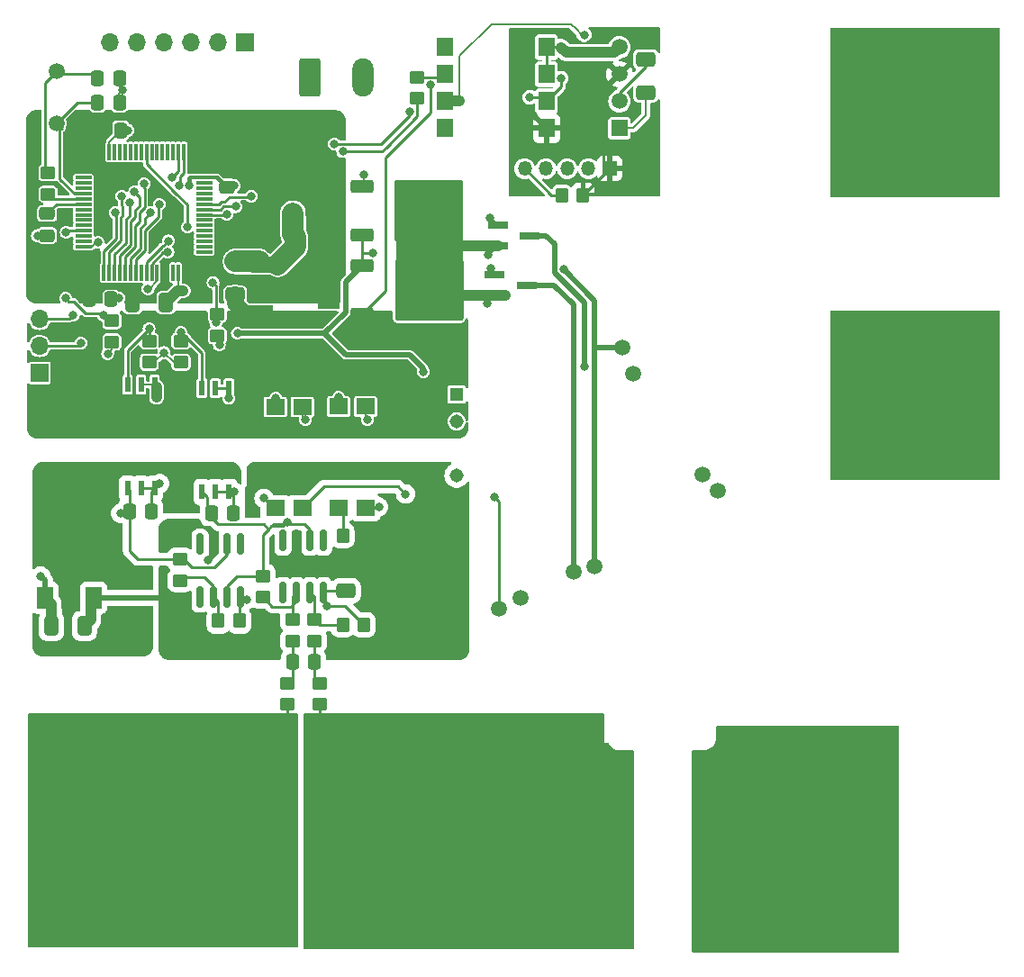
<source format=gbr>
%TF.GenerationSoftware,KiCad,Pcbnew,7.0.9*%
%TF.CreationDate,2024-06-05T16:20:13+05:30*%
%TF.ProjectId,BMS_Master,424d535f-4d61-4737-9465-722e6b696361,rev?*%
%TF.SameCoordinates,Original*%
%TF.FileFunction,Copper,L1,Top*%
%TF.FilePolarity,Positive*%
%FSLAX46Y46*%
G04 Gerber Fmt 4.6, Leading zero omitted, Abs format (unit mm)*
G04 Created by KiCad (PCBNEW 7.0.9) date 2024-06-05 16:20:13*
%MOMM*%
%LPD*%
G01*
G04 APERTURE LIST*
G04 Aperture macros list*
%AMRoundRect*
0 Rectangle with rounded corners*
0 $1 Rounding radius*
0 $2 $3 $4 $5 $6 $7 $8 $9 X,Y pos of 4 corners*
0 Add a 4 corners polygon primitive as box body*
4,1,4,$2,$3,$4,$5,$6,$7,$8,$9,$2,$3,0*
0 Add four circle primitives for the rounded corners*
1,1,$1+$1,$2,$3*
1,1,$1+$1,$4,$5*
1,1,$1+$1,$6,$7*
1,1,$1+$1,$8,$9*
0 Add four rect primitives between the rounded corners*
20,1,$1+$1,$2,$3,$4,$5,0*
20,1,$1+$1,$4,$5,$6,$7,0*
20,1,$1+$1,$6,$7,$8,$9,0*
20,1,$1+$1,$8,$9,$2,$3,0*%
G04 Aperture macros list end*
%TA.AperFunction,ComponentPad*%
%ADD10R,1.498600X1.498600*%
%TD*%
%TA.AperFunction,ComponentPad*%
%ADD11C,1.498600*%
%TD*%
%TA.AperFunction,SMDPad,CuDef*%
%ADD12R,0.558800X1.473200*%
%TD*%
%TA.AperFunction,SMDPad,CuDef*%
%ADD13RoundRect,0.250000X-0.350000X-0.450000X0.350000X-0.450000X0.350000X0.450000X-0.350000X0.450000X0*%
%TD*%
%TA.AperFunction,ComponentPad*%
%ADD14R,1.350000X1.350000*%
%TD*%
%TA.AperFunction,ComponentPad*%
%ADD15O,1.350000X1.350000*%
%TD*%
%TA.AperFunction,SMDPad,CuDef*%
%ADD16RoundRect,0.250000X-0.650000X0.412500X-0.650000X-0.412500X0.650000X-0.412500X0.650000X0.412500X0*%
%TD*%
%TA.AperFunction,SMDPad,CuDef*%
%ADD17R,1.520000X1.780000*%
%TD*%
%TA.AperFunction,SMDPad,CuDef*%
%ADD18R,1.520000X1.750000*%
%TD*%
%TA.AperFunction,SMDPad,CuDef*%
%ADD19RoundRect,0.250000X-0.450000X0.350000X-0.450000X-0.350000X0.450000X-0.350000X0.450000X0.350000X0*%
%TD*%
%TA.AperFunction,SMDPad,CuDef*%
%ADD20RoundRect,0.249999X-0.450001X-1.425001X0.450001X-1.425001X0.450001X1.425001X-0.450001X1.425001X0*%
%TD*%
%TA.AperFunction,SMDPad,CuDef*%
%ADD21RoundRect,0.075000X-0.700000X-0.075000X0.700000X-0.075000X0.700000X0.075000X-0.700000X0.075000X0*%
%TD*%
%TA.AperFunction,SMDPad,CuDef*%
%ADD22RoundRect,0.075000X-0.075000X-0.700000X0.075000X-0.700000X0.075000X0.700000X-0.075000X0.700000X0*%
%TD*%
%TA.AperFunction,SMDPad,CuDef*%
%ADD23R,1.780000X1.500000*%
%TD*%
%TA.AperFunction,SMDPad,CuDef*%
%ADD24R,1.900000X0.800000*%
%TD*%
%TA.AperFunction,ComponentPad*%
%ADD25RoundRect,0.250000X-0.750000X-1.550000X0.750000X-1.550000X0.750000X1.550000X-0.750000X1.550000X0*%
%TD*%
%TA.AperFunction,ComponentPad*%
%ADD26O,2.000000X3.600000*%
%TD*%
%TA.AperFunction,SMDPad,CuDef*%
%ADD27RoundRect,0.250000X0.412500X0.650000X-0.412500X0.650000X-0.412500X-0.650000X0.412500X-0.650000X0*%
%TD*%
%TA.AperFunction,SMDPad,CuDef*%
%ADD28RoundRect,0.250000X-0.850000X-0.350000X0.850000X-0.350000X0.850000X0.350000X-0.850000X0.350000X0*%
%TD*%
%TA.AperFunction,SMDPad,CuDef*%
%ADD29RoundRect,0.250000X-1.275000X-1.125000X1.275000X-1.125000X1.275000X1.125000X-1.275000X1.125000X0*%
%TD*%
%TA.AperFunction,SMDPad,CuDef*%
%ADD30RoundRect,0.249997X-2.950003X-2.650003X2.950003X-2.650003X2.950003X2.650003X-2.950003X2.650003X0*%
%TD*%
%TA.AperFunction,SMDPad,CuDef*%
%ADD31R,2.000000X1.500000*%
%TD*%
%TA.AperFunction,SMDPad,CuDef*%
%ADD32R,2.000000X3.800000*%
%TD*%
%TA.AperFunction,SMDPad,CuDef*%
%ADD33RoundRect,0.150000X0.150000X-0.825000X0.150000X0.825000X-0.150000X0.825000X-0.150000X-0.825000X0*%
%TD*%
%TA.AperFunction,SMDPad,CuDef*%
%ADD34RoundRect,0.250000X-0.475000X0.337500X-0.475000X-0.337500X0.475000X-0.337500X0.475000X0.337500X0*%
%TD*%
%TA.AperFunction,SMDPad,CuDef*%
%ADD35RoundRect,0.250000X-0.337500X-0.475000X0.337500X-0.475000X0.337500X0.475000X-0.337500X0.475000X0*%
%TD*%
%TA.AperFunction,ComponentPad*%
%ADD36R,1.700000X1.700000*%
%TD*%
%TA.AperFunction,ComponentPad*%
%ADD37O,1.700000X1.700000*%
%TD*%
%TA.AperFunction,SMDPad,CuDef*%
%ADD38RoundRect,0.250000X0.475000X-0.337500X0.475000X0.337500X-0.475000X0.337500X-0.475000X-0.337500X0*%
%TD*%
%TA.AperFunction,SMDPad,CuDef*%
%ADD39RoundRect,0.250000X0.350000X0.450000X-0.350000X0.450000X-0.350000X-0.450000X0.350000X-0.450000X0*%
%TD*%
%TA.AperFunction,ComponentPad*%
%ADD40C,16.800000*%
%TD*%
%TA.AperFunction,SMDPad,CuDef*%
%ADD41RoundRect,0.250000X0.450000X-0.350000X0.450000X0.350000X-0.450000X0.350000X-0.450000X-0.350000X0*%
%TD*%
%TA.AperFunction,ComponentPad*%
%ADD42C,1.500000*%
%TD*%
%TA.AperFunction,ComponentPad*%
%ADD43R,15.000000X15.000000*%
%TD*%
%TA.AperFunction,SMDPad,CuDef*%
%ADD44RoundRect,0.250000X0.337500X0.475000X-0.337500X0.475000X-0.337500X-0.475000X0.337500X-0.475000X0*%
%TD*%
%TA.AperFunction,ComponentPad*%
%ADD45C,1.308000*%
%TD*%
%TA.AperFunction,ComponentPad*%
%ADD46R,1.308000X1.308000*%
%TD*%
%TA.AperFunction,SMDPad,CuDef*%
%ADD47RoundRect,0.250000X0.650000X-0.412500X0.650000X0.412500X-0.650000X0.412500X-0.650000X-0.412500X0*%
%TD*%
%TA.AperFunction,SMDPad,CuDef*%
%ADD48RoundRect,0.250000X-0.412500X-0.650000X0.412500X-0.650000X0.412500X0.650000X-0.412500X0.650000X0*%
%TD*%
%TA.AperFunction,SMDPad,CuDef*%
%ADD49R,1.500000X2.000000*%
%TD*%
%TA.AperFunction,SMDPad,CuDef*%
%ADD50R,3.800000X2.000000*%
%TD*%
%TA.AperFunction,ComponentPad*%
%ADD51R,16.000000X16.000000*%
%TD*%
%TA.AperFunction,ViaPad*%
%ADD52C,0.800000*%
%TD*%
%TA.AperFunction,Conductor*%
%ADD53C,0.250000*%
%TD*%
%TA.AperFunction,Conductor*%
%ADD54C,0.500000*%
%TD*%
%TA.AperFunction,Conductor*%
%ADD55C,1.000000*%
%TD*%
%TA.AperFunction,Conductor*%
%ADD56C,0.200000*%
%TD*%
%TA.AperFunction,Conductor*%
%ADD57C,0.400000*%
%TD*%
%TA.AperFunction,Conductor*%
%ADD58C,0.300000*%
%TD*%
%TA.AperFunction,Conductor*%
%ADD59C,2.000000*%
%TD*%
%TA.AperFunction,Conductor*%
%ADD60C,3.000000*%
%TD*%
%TA.AperFunction,Conductor*%
%ADD61C,1.500000*%
%TD*%
G04 APERTURE END LIST*
D10*
%TO.P,U15,1,GND*%
%TO.N,LV-*%
X244208200Y-67810000D03*
D11*
%TO.P,U15,2,VIN*%
%TO.N,+5VD*%
X244208200Y-65270000D03*
%TO.P,U15,3,0V*%
%TO.N,GND1*%
X244208200Y-62730000D03*
%TO.P,U15,4,+VO*%
%TO.N,Net-(J4-Pin_2)*%
X244208200Y-60190000D03*
%TD*%
D12*
%TO.P,U9,1,VDD2*%
%TO.N,+5V*%
X196695000Y-101676800D03*
%TO.P,U9,2,VIN*%
%TO.N,A1*%
X197965000Y-101676800D03*
%TO.P,U9,3,SHTD*%
%TO.N,-BATT*%
X199235000Y-101676800D03*
%TO.P,U9,4,GND2*%
X200505000Y-101676800D03*
%TO.P,U9,5,GND1*%
%TO.N,LV-*%
X200505000Y-91923200D03*
%TO.P,U9,6,NC*%
X199235000Y-91923200D03*
%TO.P,U9,7,VOUT*%
%TO.N,Net-(U11A-+)*%
X197965000Y-91923200D03*
%TO.P,U9,8,VDD1*%
%TO.N,+5VD*%
X196695000Y-91923200D03*
%TD*%
%TO.P,U7,1,VDD2*%
%TO.N,+5V*%
X203690000Y-102000000D03*
%TO.P,U7,2,VIN*%
%TO.N,A0*%
X204960000Y-102000000D03*
%TO.P,U7,3,SHTD*%
%TO.N,-BATT*%
X206230000Y-102000000D03*
%TO.P,U7,4,GND2*%
X207500000Y-102000000D03*
%TO.P,U7,5,GND1*%
%TO.N,LV-*%
X207500000Y-92246400D03*
%TO.P,U7,6,NC*%
X206230000Y-92246400D03*
%TO.P,U7,7,VOUT*%
%TO.N,Net-(U11B-+)*%
X204960000Y-92246400D03*
%TO.P,U7,8,VDD1*%
%TO.N,+5VD*%
X203690000Y-92246400D03*
%TD*%
D13*
%TO.P,R36,1*%
%TO.N,Net-(J4-Pin_5)*%
X238800000Y-74100000D03*
%TO.P,R36,2*%
%TO.N,GND1*%
X240800000Y-74100000D03*
%TD*%
D14*
%TO.P,J4,1,Pin_1*%
%TO.N,GND1*%
X243300000Y-71600000D03*
D15*
%TO.P,J4,2,Pin_2*%
%TO.N,Net-(J4-Pin_2)*%
X241300000Y-71600000D03*
%TO.P,J4,3,Pin_3*%
%TO.N,Net-(J4-Pin_3)*%
X239300000Y-71600000D03*
%TO.P,J4,4,Pin_4*%
%TO.N,Net-(J4-Pin_4)*%
X237300000Y-71600000D03*
%TO.P,J4,5,Pin_5*%
%TO.N,Net-(J4-Pin_5)*%
X235300000Y-71600000D03*
%TD*%
D16*
%TO.P,C34,1*%
%TO.N,+5VD*%
X246700000Y-61337500D03*
%TO.P,C34,2*%
%TO.N,LV-*%
X246700000Y-64462500D03*
%TD*%
D17*
%TO.P,U10,1,NC*%
%TO.N,unconnected-(U10-NC-Pad1)*%
X227840000Y-60190000D03*
D18*
%TO.P,U10,2,A*%
%TO.N,Net-(U10-A)*%
X227840000Y-62730000D03*
D17*
%TO.P,U10,3,C*%
%TO.N,LV-*%
X227840000Y-65270000D03*
%TO.P,U10,4*%
%TO.N,N/C*%
X227840000Y-67810000D03*
%TO.P,U10,5,GND*%
%TO.N,GND1*%
X237360000Y-67810000D03*
%TO.P,U10,6,VO*%
%TO.N,Net-(J4-Pin_4)*%
X237360000Y-65270000D03*
%TO.P,U10,7,EN*%
%TO.N,Net-(J4-Pin_2)*%
X237360000Y-62730000D03*
%TO.P,U10,8,VCC*%
X237360000Y-60190000D03*
%TD*%
D19*
%TO.P,R33,1*%
%TO.N,Net-(U10-A)*%
X225200000Y-63000000D03*
%TO.P,R33,2*%
%TO.N,TX*%
X225200000Y-65000000D03*
%TD*%
D20*
%TO.P,R6,1*%
%TO.N,-BATT*%
X211400000Y-126000000D03*
%TO.P,R6,2*%
%TO.N,Net-(K1-ContactMain1)*%
X217500000Y-126000000D03*
%TD*%
D21*
%TO.P,U13,1,VBAT*%
%TO.N,+3.3V*%
X193825000Y-71950000D03*
%TO.P,U13,2,PC13*%
%TO.N,unconnected-(U13-PC13-Pad2)*%
X193825000Y-72450000D03*
%TO.P,U13,3,PC14*%
%TO.N,unconnected-(U13-PC14-Pad3)*%
X193825000Y-72950000D03*
%TO.P,U13,4,PC15*%
%TO.N,unconnected-(U13-PC15-Pad4)*%
X193825000Y-73450000D03*
%TO.P,U13,5,PF0*%
%TO.N,Net-(U13-PF0)*%
X193825000Y-73950000D03*
%TO.P,U13,6,PF1*%
%TO.N,Net-(U13-PF1)*%
X193825000Y-74450000D03*
%TO.P,U13,7,PG10*%
%TO.N,Net-(U13-PG10)*%
X193825000Y-74950000D03*
%TO.P,U13,8,PC0*%
%TO.N,unconnected-(U13-PC0-Pad8)*%
X193825000Y-75450000D03*
%TO.P,U13,9,PC1*%
%TO.N,unconnected-(U13-PC1-Pad9)*%
X193825000Y-75950000D03*
%TO.P,U13,10,PC2*%
%TO.N,unconnected-(U13-PC2-Pad10)*%
X193825000Y-76450000D03*
%TO.P,U13,11,PC3*%
%TO.N,unconnected-(U13-PC3-Pad11)*%
X193825000Y-76950000D03*
%TO.P,U13,12,PA0*%
%TO.N,PA0*%
X193825000Y-77450000D03*
%TO.P,U13,13,PA1*%
%TO.N,unconnected-(U13-PA1-Pad13)*%
X193825000Y-77950000D03*
%TO.P,U13,14,PA2*%
%TO.N,unconnected-(U13-PA2-Pad14)*%
X193825000Y-78450000D03*
%TO.P,U13,15,VSS*%
%TO.N,LV-*%
X193825000Y-78950000D03*
%TO.P,U13,16,VDD*%
%TO.N,+3.3V*%
X193825000Y-79450000D03*
D22*
%TO.P,U13,17,PA3*%
%TO.N,CTRL*%
X195750000Y-81375000D03*
%TO.P,U13,18,PA4*%
%TO.N,NSS*%
X196250000Y-81375000D03*
%TO.P,U13,19,PA5*%
%TO.N,SCK*%
X196750000Y-81375000D03*
%TO.P,U13,20,PA6*%
%TO.N,MISO*%
X197250000Y-81375000D03*
%TO.P,U13,21,PA7*%
%TO.N,MOSI*%
X197750000Y-81375000D03*
%TO.P,U13,22,PC4*%
%TO.N,TX*%
X198250000Y-81375000D03*
%TO.P,U13,23,PC5*%
%TO.N,RX*%
X198750000Y-81375000D03*
%TO.P,U13,24,PB0*%
%TO.N,unconnected-(U13-PB0-Pad24)*%
X199250000Y-81375000D03*
%TO.P,U13,25,PB1*%
%TO.N,PB1*%
X199750000Y-81375000D03*
%TO.P,U13,26,PB2*%
%TO.N,PB2*%
X200250000Y-81375000D03*
%TO.P,U13,27,VSSA*%
%TO.N,LV-*%
X200750000Y-81375000D03*
%TO.P,U13,28,VREF+*%
%TO.N,+3.3V*%
X201250000Y-81375000D03*
%TO.P,U13,29,VDDA*%
X201750000Y-81375000D03*
%TO.P,U13,30,PB10*%
%TO.N,unconnected-(U13-PB10-Pad30)*%
X202250000Y-81375000D03*
%TO.P,U13,31,VSS*%
%TO.N,LV-*%
X202750000Y-81375000D03*
%TO.P,U13,32,VDD*%
%TO.N,+3.3V*%
X203250000Y-81375000D03*
D21*
%TO.P,U13,33,PB11*%
%TO.N,unconnected-(U13-PB11-Pad33)*%
X205175000Y-79450000D03*
%TO.P,U13,34,PB12*%
%TO.N,unconnected-(U13-PB12-Pad34)*%
X205175000Y-78950000D03*
%TO.P,U13,35,PB13*%
%TO.N,unconnected-(U13-PB13-Pad35)*%
X205175000Y-78450000D03*
%TO.P,U13,36,PB14*%
%TO.N,unconnected-(U13-PB14-Pad36)*%
X205175000Y-77950000D03*
%TO.P,U13,37,PB15*%
%TO.N,unconnected-(U13-PB15-Pad37)*%
X205175000Y-77450000D03*
%TO.P,U13,38,PC6*%
%TO.N,unconnected-(U13-PC6-Pad38)*%
X205175000Y-76950000D03*
%TO.P,U13,39,PC7*%
%TO.N,unconnected-(U13-PC7-Pad39)*%
X205175000Y-76450000D03*
%TO.P,U13,40,PC8*%
%TO.N,PC8*%
X205175000Y-75950000D03*
%TO.P,U13,41,PC9*%
%TO.N,PC9*%
X205175000Y-75450000D03*
%TO.P,U13,42,PA8*%
%TO.N,PA8*%
X205175000Y-74950000D03*
%TO.P,U13,43,PA9*%
%TO.N,unconnected-(U13-PA9-Pad43)*%
X205175000Y-74450000D03*
%TO.P,U13,44,PA10*%
%TO.N,unconnected-(U13-PA10-Pad44)*%
X205175000Y-73950000D03*
%TO.P,U13,45,PA11*%
%TO.N,unconnected-(U13-PA11-Pad45)*%
X205175000Y-73450000D03*
%TO.P,U13,46,PA12*%
%TO.N,unconnected-(U13-PA12-Pad46)*%
X205175000Y-72950000D03*
%TO.P,U13,47,VSS*%
%TO.N,LV-*%
X205175000Y-72450000D03*
%TO.P,U13,48,VDD*%
%TO.N,+3.3V*%
X205175000Y-71950000D03*
D22*
%TO.P,U13,49,PA13*%
%TO.N,SWDIO*%
X203250000Y-70025000D03*
%TO.P,U13,50,PA14*%
%TO.N,SWCLK*%
X202750000Y-70025000D03*
%TO.P,U13,51,PA15*%
%TO.N,unconnected-(U13-PA15-Pad51)*%
X202250000Y-70025000D03*
%TO.P,U13,52,PC10*%
%TO.N,unconnected-(U13-PC10-Pad52)*%
X201750000Y-70025000D03*
%TO.P,U13,53,PC11*%
%TO.N,unconnected-(U13-PC11-Pad53)*%
X201250000Y-70025000D03*
%TO.P,U13,54,PC12*%
%TO.N,unconnected-(U13-PC12-Pad54)*%
X200750000Y-70025000D03*
%TO.P,U13,55,PD2*%
%TO.N,unconnected-(U13-PD2-Pad55)*%
X200250000Y-70025000D03*
%TO.P,U13,56,PB3*%
%TO.N,PB3*%
X199750000Y-70025000D03*
%TO.P,U13,57,PB4*%
%TO.N,unconnected-(U13-PB4-Pad57)*%
X199250000Y-70025000D03*
%TO.P,U13,58,PB5*%
%TO.N,unconnected-(U13-PB5-Pad58)*%
X198750000Y-70025000D03*
%TO.P,U13,59,PB6*%
%TO.N,unconnected-(U13-PB6-Pad59)*%
X198250000Y-70025000D03*
%TO.P,U13,60,PB7*%
%TO.N,unconnected-(U13-PB7-Pad60)*%
X197750000Y-70025000D03*
%TO.P,U13,61,PB8*%
%TO.N,unconnected-(U13-PB8-Pad61)*%
X197250000Y-70025000D03*
%TO.P,U13,62,PB9*%
%TO.N,unconnected-(U13-PB9-Pad62)*%
X196750000Y-70025000D03*
%TO.P,U13,63,VSS*%
%TO.N,LV-*%
X196250000Y-70025000D03*
%TO.P,U13,64,VDD*%
%TO.N,+3.3V*%
X195750000Y-70025000D03*
%TD*%
D23*
%TO.P,U5,1*%
%TO.N,Net-(R19-Pad1)*%
X217800000Y-103500000D03*
%TO.P,U5,2*%
%TO.N,Net-(K2-ContactA1)*%
X220340000Y-103500000D03*
%TO.P,U5,3*%
%TO.N,LV-*%
X220340000Y-93970000D03*
%TO.P,U5,4*%
%TO.N,PB3*%
X217800000Y-93970000D03*
%TD*%
D24*
%TO.P,Q2,1,G*%
%TO.N,PC9*%
X232800000Y-76950000D03*
%TO.P,Q2,2,S*%
%TO.N,LV-*%
X232800000Y-78850000D03*
%TO.P,Q2,3,D*%
%TO.N,Net-(K2-Coil1)*%
X235800000Y-77900000D03*
%TD*%
D25*
%TO.P,J1,1,Pin_1*%
%TO.N,LV-*%
X215100000Y-63000000D03*
D26*
%TO.P,J1,2,Pin_2*%
%TO.N,LV+*%
X220100000Y-63000000D03*
%TD*%
D23*
%TO.P,U6,1*%
%TO.N,Net-(R20-Pad1)*%
X211860000Y-103530000D03*
%TO.P,U6,2*%
%TO.N,Net-(K1-ContactA1)*%
X214400000Y-103530000D03*
%TO.P,U6,3*%
%TO.N,LV-*%
X214400000Y-94000000D03*
%TO.P,U6,4*%
%TO.N,PB2*%
X211860000Y-94000000D03*
%TD*%
D27*
%TO.P,C15,1*%
%TO.N,+12V*%
X193925000Y-114600000D03*
%TO.P,C15,2*%
%TO.N,-BATT*%
X190800000Y-114600000D03*
%TD*%
D19*
%TO.P,R18,1*%
%TO.N,A1*%
X202905000Y-108325000D03*
%TO.P,R18,2*%
%TO.N,Net-(U4--)*%
X202905000Y-110325000D03*
%TD*%
D28*
%TO.P,U1,1,VI*%
%TO.N,LV+*%
X220000000Y-73260000D03*
D29*
%TO.P,U1,2,GND*%
%TO.N,LV-*%
X224625000Y-74015000D03*
X224625000Y-77065000D03*
D30*
X226300000Y-75540000D03*
D29*
X227975000Y-74015000D03*
X227975000Y-77065000D03*
D28*
%TO.P,U1,3,VO*%
%TO.N,VD*%
X220000000Y-77820000D03*
%TD*%
D31*
%TO.P,U12,1,GND*%
%TO.N,LV-*%
X210600000Y-80600000D03*
%TO.P,U12,2,VO*%
%TO.N,+3.3V*%
X210600000Y-82900000D03*
D32*
X216900000Y-82900000D03*
D31*
%TO.P,U12,3,VI*%
%TO.N,+5VD*%
X210600000Y-85200000D03*
%TD*%
D33*
%TO.P,U4,1,NC*%
%TO.N,unconnected-(U4-NC-Pad1)*%
X204795000Y-111875000D03*
%TO.P,U4,2,-*%
%TO.N,Net-(U4--)*%
X206065000Y-111875000D03*
%TO.P,U4,3,+*%
%TO.N,A0*%
X207335000Y-111875000D03*
%TO.P,U4,4,V-*%
%TO.N,-BATT*%
X208605000Y-111875000D03*
%TO.P,U4,5,NC*%
%TO.N,unconnected-(U4-NC-Pad5)*%
X208605000Y-106925000D03*
%TO.P,U4,6*%
%TO.N,A1*%
X207335000Y-106925000D03*
%TO.P,U4,7,V+*%
%TO.N,+12V*%
X206065000Y-106925000D03*
%TO.P,U4,8,NC*%
%TO.N,unconnected-(U4-NC-Pad8)*%
X204795000Y-106925000D03*
%TD*%
D13*
%TO.P,R19,1*%
%TO.N,Net-(R19-Pad1)*%
X218200000Y-106100000D03*
%TO.P,R19,2*%
%TO.N,+12V*%
X220200000Y-106100000D03*
%TD*%
D34*
%TO.P,C32,1*%
%TO.N,Net-(U13-PG10)*%
X190400000Y-75825000D03*
%TO.P,C32,2*%
%TO.N,LV-*%
X190400000Y-77900000D03*
%TD*%
D20*
%TO.P,R9,1*%
%TO.N,-BATT*%
X211400000Y-138000000D03*
%TO.P,R9,2*%
%TO.N,Net-(K1-ContactMain1)*%
X217500000Y-138000000D03*
%TD*%
%TO.P,R10,1*%
%TO.N,-BATT*%
X211450000Y-142000000D03*
%TO.P,R10,2*%
%TO.N,Net-(K1-ContactMain1)*%
X217550000Y-142000000D03*
%TD*%
D35*
%TO.P,C30,1*%
%TO.N,Net-(C30-Pad1)*%
X195162500Y-63100000D03*
%TO.P,C30,2*%
%TO.N,LV-*%
X197237500Y-63100000D03*
%TD*%
D24*
%TO.P,Q1,1,G*%
%TO.N,PC8*%
X232500000Y-81600000D03*
%TO.P,Q1,2,S*%
%TO.N,LV-*%
X232500000Y-83500000D03*
%TO.P,Q1,3,D*%
%TO.N,Net-(K1-Coil1)*%
X235500000Y-82550000D03*
%TD*%
D19*
%TO.P,R13,1*%
%TO.N,Net-(U3-+)*%
X215500000Y-114000000D03*
%TO.P,R13,2*%
%TO.N,Net-(C5-Pad2)*%
X215500000Y-116000000D03*
%TD*%
D20*
%TO.P,R8,1*%
%TO.N,-BATT*%
X211400000Y-134000000D03*
%TO.P,R8,2*%
%TO.N,Net-(K1-ContactMain1)*%
X217500000Y-134000000D03*
%TD*%
D36*
%TO.P,J2,1,Pin_1*%
%TO.N,LV-*%
X189700000Y-90820000D03*
D37*
%TO.P,J2,2,Pin_2*%
%TO.N,SWDIO*%
X189700000Y-88280000D03*
%TO.P,J2,3,Pin_3*%
%TO.N,SWCLK*%
X189700000Y-85740000D03*
%TO.P,J2,4,Pin_4*%
%TO.N,+3.3V*%
X189700000Y-83200000D03*
%TD*%
D19*
%TO.P,R14,1*%
%TO.N,Net-(U3--)*%
X213500000Y-114000000D03*
%TO.P,R14,2*%
%TO.N,Net-(C5-Pad1)*%
X213500000Y-116000000D03*
%TD*%
D35*
%TO.P,C31,1*%
%TO.N,Net-(U13-PF0)*%
X195162500Y-65400000D03*
%TO.P,C31,2*%
%TO.N,LV-*%
X197237500Y-65400000D03*
%TD*%
%TO.P,C29,1*%
%TO.N,LV-*%
X213662500Y-75800000D03*
%TO.P,C29,2*%
%TO.N,+3.3V*%
X215737500Y-75800000D03*
%TD*%
D38*
%TO.P,C26,1*%
%TO.N,LV-*%
X207300000Y-73337500D03*
%TO.P,C26,2*%
%TO.N,+3.3V*%
X207300000Y-71262500D03*
%TD*%
D39*
%TO.P,R15,1*%
%TO.N,-BATT*%
X220200000Y-114500000D03*
%TO.P,R15,2*%
%TO.N,Net-(U3-+)*%
X218200000Y-114500000D03*
%TD*%
D19*
%TO.P,R23,1*%
%TO.N,PB1*%
X206400000Y-85300000D03*
%TO.P,R23,2*%
%TO.N,LV-*%
X206400000Y-87300000D03*
%TD*%
D13*
%TO.P,R17,1*%
%TO.N,Net-(U4--)*%
X206505000Y-114125000D03*
%TO.P,R17,2*%
%TO.N,-BATT*%
X208505000Y-114125000D03*
%TD*%
D19*
%TO.P,R24,1*%
%TO.N,PA0*%
X196500000Y-85900000D03*
%TO.P,R24,2*%
%TO.N,LV-*%
X196500000Y-87900000D03*
%TD*%
D16*
%TO.P,C6,1*%
%TO.N,+12V*%
X218500000Y-108175000D03*
%TO.P,C6,2*%
%TO.N,-BATT*%
X218500000Y-111300000D03*
%TD*%
D40*
%TO.P,H1,1,1*%
%TO.N,-BATT*%
X200000000Y-134000000D03*
%TD*%
D41*
%TO.P,R11,1*%
%TO.N,-BATT*%
X213000000Y-122000000D03*
%TO.P,R11,2*%
%TO.N,Net-(C5-Pad1)*%
X213000000Y-120000000D03*
%TD*%
D28*
%TO.P,U2,1,VI*%
%TO.N,VD*%
X220025000Y-80735000D03*
D29*
%TO.P,U2,2,GND*%
%TO.N,LV-*%
X224650000Y-81490000D03*
X224650000Y-84540000D03*
D30*
X226325000Y-83015000D03*
D29*
X228000000Y-81490000D03*
X228000000Y-84540000D03*
D28*
%TO.P,U2,3,VO*%
%TO.N,+5VD*%
X220025000Y-85295000D03*
%TD*%
D42*
%TO.P,K1,1,Coil1*%
%TO.N,Net-(K1-Coil1)*%
X239900000Y-109500000D03*
%TO.P,K1,2,Coil2*%
%TO.N,LV+*%
X241900000Y-109000000D03*
%TO.P,K1,3,ContactA1*%
%TO.N,Net-(K1-ContactA1)*%
X232900000Y-113000000D03*
%TO.P,K1,4,ContactA2*%
%TO.N,-BATT*%
X234900000Y-112000000D03*
D43*
%TO.P,K1,5,ContactMain1*%
%TO.N,Net-(K1-ContactMain1)*%
X234900000Y-137500000D03*
%TO.P,K1,6,ContactMain2*%
%TO.N,unconnected-(K1-ContactMain2-Pad6)*%
X261500000Y-137500000D03*
%TD*%
D44*
%TO.P,C14,1*%
%TO.N,-BATT*%
X200237500Y-103800000D03*
%TO.P,C14,2*%
%TO.N,A1*%
X198162500Y-103800000D03*
%TD*%
D19*
%TO.P,R29,1*%
%TO.N,Net-(C30-Pad1)*%
X190500000Y-72000000D03*
%TO.P,R29,2*%
%TO.N,Net-(U13-PF1)*%
X190500000Y-74000000D03*
%TD*%
D20*
%TO.P,R7,1*%
%TO.N,-BATT*%
X211400000Y-130000000D03*
%TO.P,R7,2*%
%TO.N,Net-(K1-ContactMain1)*%
X217500000Y-130000000D03*
%TD*%
D45*
%TO.P,IC1,GNDA,GNDA*%
%TO.N,LV-*%
X228910000Y-95380000D03*
%TO.P,IC1,GNDB,GNDB*%
%TO.N,-BATT*%
X228910000Y-100460000D03*
D46*
%TO.P,IC1,VIN,VIN*%
%TO.N,VD*%
X228910000Y-92840000D03*
D45*
%TO.P,IC1,VOUT,VOUT*%
%TO.N,+12V*%
X228910000Y-105540000D03*
%TD*%
D47*
%TO.P,C21,1*%
%TO.N,+5VD*%
X208100000Y-83462500D03*
%TO.P,C21,2*%
%TO.N,LV-*%
X208100000Y-80337500D03*
%TD*%
D27*
%TO.P,C22,1*%
%TO.N,+3.3V*%
X216862500Y-78000000D03*
%TO.P,C22,2*%
%TO.N,LV-*%
X213737500Y-78000000D03*
%TD*%
D48*
%TO.P,C23,1*%
%TO.N,+3.3V*%
X198437500Y-84200000D03*
%TO.P,C23,2*%
%TO.N,LV-*%
X201562500Y-84200000D03*
%TD*%
D44*
%TO.P,C8,1*%
%TO.N,-BATT*%
X207937500Y-104000000D03*
%TO.P,C8,2*%
%TO.N,A0*%
X205862500Y-104000000D03*
%TD*%
D19*
%TO.P,R22,1*%
%TO.N,Net-(U11B-+)*%
X203000000Y-87800000D03*
%TO.P,R22,2*%
%TO.N,LV-*%
X203000000Y-89800000D03*
%TD*%
D42*
%TO.P,Y1,1,1*%
%TO.N,Net-(C30-Pad1)*%
X191300000Y-62450000D03*
%TO.P,Y1,2,2*%
%TO.N,Net-(U13-PF0)*%
X191300000Y-67330000D03*
%TD*%
D49*
%TO.P,U8,1,GND*%
%TO.N,-BATT*%
X190200000Y-111950000D03*
%TO.P,U8,2,VO*%
%TO.N,+5V*%
X192500000Y-111950000D03*
D50*
X192500000Y-105650000D03*
D49*
%TO.P,U8,3,VI*%
%TO.N,+12V*%
X194800000Y-111950000D03*
%TD*%
D42*
%TO.P,K2,1,Coil1*%
%TO.N,Net-(K2-Coil1)*%
X245500000Y-90900000D03*
%TO.P,K2,2,Coil2*%
%TO.N,LV+*%
X244500000Y-88400000D03*
%TO.P,K2,3,ContactA1*%
%TO.N,Net-(K2-ContactA1)*%
X253500000Y-101900000D03*
%TO.P,K2,4,ContactA2*%
%TO.N,-BATT*%
X252000000Y-100400000D03*
D51*
%TO.P,K2,5,ContactMain1*%
%TO.N,unconnected-(K2-ContactMain1-Pad5)*%
X272000000Y-92900000D03*
%TO.P,K2,6,ContactMain2*%
%TO.N,unconnected-(K2-ContactMain2-Pad6)*%
X272000000Y-66300000D03*
%TD*%
D44*
%TO.P,C24,1*%
%TO.N,LV-*%
X196437500Y-83900000D03*
%TO.P,C24,2*%
%TO.N,+3.3V*%
X194362500Y-83900000D03*
%TD*%
D35*
%TO.P,C5,1*%
%TO.N,Net-(C5-Pad1)*%
X213462500Y-118000000D03*
%TO.P,C5,2*%
%TO.N,Net-(C5-Pad2)*%
X215537500Y-118000000D03*
%TD*%
D36*
%TO.P,J3,1,Pin_1*%
%TO.N,SCK*%
X208980000Y-59700000D03*
D37*
%TO.P,J3,2,Pin_2*%
%TO.N,MOSI*%
X206440000Y-59700000D03*
%TO.P,J3,3,Pin_3*%
%TO.N,MISO*%
X203900000Y-59700000D03*
%TO.P,J3,4,Pin_4*%
%TO.N,NSS*%
X201360000Y-59700000D03*
%TO.P,J3,5,Pin_5*%
%TO.N,CTRL*%
X198820000Y-59700000D03*
%TO.P,J3,6,Pin_6*%
%TO.N,LV-*%
X196280000Y-59700000D03*
%TD*%
D19*
%TO.P,R21,1*%
%TO.N,Net-(U11A-+)*%
X200000000Y-87800000D03*
%TO.P,R21,2*%
%TO.N,LV-*%
X200000000Y-89800000D03*
%TD*%
D41*
%TO.P,R12,1*%
%TO.N,Net-(K1-ContactMain1)*%
X216000000Y-122000000D03*
%TO.P,R12,2*%
%TO.N,Net-(C5-Pad2)*%
X216000000Y-120000000D03*
%TD*%
D19*
%TO.P,R16,1*%
%TO.N,A0*%
X210700000Y-109900000D03*
%TO.P,R16,2*%
%TO.N,Net-(U3--)*%
X210700000Y-111900000D03*
%TD*%
D33*
%TO.P,U3,1,NC*%
%TO.N,unconnected-(U3-NC-Pad1)*%
X212595000Y-111475000D03*
%TO.P,U3,2,-*%
%TO.N,Net-(U3--)*%
X213865000Y-111475000D03*
%TO.P,U3,3,+*%
%TO.N,Net-(U3-+)*%
X215135000Y-111475000D03*
%TO.P,U3,4,V-*%
%TO.N,-BATT*%
X216405000Y-111475000D03*
%TO.P,U3,5,NC*%
%TO.N,unconnected-(U3-NC-Pad5)*%
X216405000Y-106525000D03*
%TO.P,U3,6*%
%TO.N,A0*%
X215135000Y-106525000D03*
%TO.P,U3,7,V+*%
%TO.N,+12V*%
X213865000Y-106525000D03*
%TO.P,U3,8,NC*%
%TO.N,unconnected-(U3-NC-Pad8)*%
X212595000Y-106525000D03*
%TD*%
D44*
%TO.P,C27,1*%
%TO.N,LV-*%
X197337500Y-68000000D03*
%TO.P,C27,2*%
%TO.N,+3.3V*%
X195262500Y-68000000D03*
%TD*%
D52*
%TO.N,PA8*%
X209600000Y-74200000D03*
%TO.N,GND1*%
X234800000Y-62800000D03*
X235000000Y-68000000D03*
%TO.N,Net-(J4-Pin_4)*%
X235800000Y-64900000D03*
%TO.N,GND1*%
X236107512Y-66578156D03*
%TO.N,Net-(J4-Pin_4)*%
X238719502Y-63100000D03*
%TO.N,Net-(J4-Pin_2)*%
X238719502Y-60200000D03*
%TO.N,LV-*%
X240887701Y-59012299D03*
X203799503Y-73200000D03*
%TO.N,+5VD*%
X216300000Y-88300000D03*
X216200000Y-86000000D03*
%TO.N,VD*%
X225800000Y-90700000D03*
%TO.N,+5VD*%
X226480498Y-63724500D03*
%TO.N,RX*%
X200949777Y-74949777D03*
X217400000Y-69275500D03*
X224475500Y-66287701D03*
%TO.N,TX*%
X200162299Y-75762299D03*
X218200000Y-70000000D03*
%TO.N,LV+*%
X238975438Y-81074062D03*
X220200000Y-72200000D03*
%TO.N,LV-*%
X229199502Y-65300000D03*
%TO.N,-BATT*%
X208000000Y-102000000D03*
X213000000Y-141000000D03*
X213000000Y-140000000D03*
X216700000Y-112700000D03*
X213000000Y-128000000D03*
X213000000Y-144000000D03*
X213000000Y-131000000D03*
X213000000Y-138000000D03*
X189800000Y-109900000D03*
X213000000Y-130000000D03*
X213000000Y-134000000D03*
X213000000Y-126000000D03*
X213000000Y-127000000D03*
X213000000Y-139000000D03*
X213000000Y-133000000D03*
X213000000Y-125000000D03*
X213000000Y-124000000D03*
X213000000Y-137000000D03*
X213000000Y-142000000D03*
X213000000Y-143000000D03*
X209205000Y-112125000D03*
X213000000Y-135000000D03*
X213000000Y-136000000D03*
X213000000Y-132000000D03*
X201000000Y-101200000D03*
X213000000Y-129000000D03*
%TO.N,Net-(K1-ContactMain1)*%
X216000000Y-125000000D03*
X216000000Y-132000000D03*
X216000000Y-126000000D03*
X216000000Y-134000000D03*
X216000000Y-129000000D03*
X216000000Y-133000000D03*
X216000000Y-140000000D03*
X216000000Y-141000000D03*
X216000000Y-124000000D03*
X216000000Y-136000000D03*
X216000000Y-142000000D03*
X216000000Y-144000000D03*
X216000000Y-135000000D03*
X216000000Y-143000000D03*
X216000000Y-130000000D03*
X216000000Y-137000000D03*
X216000000Y-139000000D03*
X216000000Y-138000000D03*
X216000000Y-131000000D03*
X216000000Y-128000000D03*
X216000000Y-127000000D03*
%TO.N,LV-*%
X195199500Y-78532399D03*
X197500000Y-64200000D03*
X203200000Y-83100000D03*
X228000000Y-82540000D03*
X228000000Y-76540000D03*
X226000000Y-82540000D03*
X220500000Y-95200000D03*
X201400000Y-88900000D03*
X214700000Y-95200000D03*
X208000000Y-73200000D03*
X198000000Y-68000000D03*
X228000000Y-74540000D03*
X227000000Y-83540000D03*
X228000000Y-84540000D03*
X231900000Y-79700000D03*
X207500000Y-93200000D03*
X226000000Y-74540000D03*
X212100000Y-80600000D03*
X226000000Y-84540000D03*
X197175500Y-83778449D03*
X206600000Y-88200000D03*
X226000000Y-76540000D03*
X196100000Y-89000000D03*
X189500000Y-77900000D03*
X227000000Y-75540000D03*
X200700000Y-93100000D03*
X231800000Y-84300000D03*
X199900000Y-82900000D03*
%TO.N,+12V*%
X210600000Y-100700000D03*
X217600000Y-116600000D03*
X201900000Y-112600000D03*
X205500000Y-108375500D03*
X211400000Y-116600000D03*
%TO.N,Net-(K2-ContactA1)*%
X221600000Y-103400000D03*
%TO.N,Net-(K1-ContactA1)*%
X224100000Y-102200000D03*
X232500000Y-102500000D03*
%TO.N,Net-(R20-Pad1)*%
X210800000Y-102600000D03*
%TO.N,+5V*%
X192000000Y-110300000D03*
X196000000Y-101400000D03*
X203000000Y-102000000D03*
%TO.N,A0*%
X212951634Y-104844575D03*
%TO.N,A1*%
X197300000Y-104000000D03*
%TO.N,+5VD*%
X219000000Y-87540000D03*
X213100000Y-96500000D03*
X219100000Y-96300000D03*
X203500000Y-93400000D03*
X196700000Y-93100000D03*
%TO.N,VD*%
X208300000Y-87100000D03*
X221000000Y-79540000D03*
%TO.N,Net-(U11A-+)*%
X200000000Y-86650500D03*
%TO.N,Net-(U11B-+)*%
X203000000Y-87000000D03*
%TO.N,+3.3V*%
X194600000Y-71600000D03*
X194300000Y-79900000D03*
%TO.N,SWDIO*%
X202800000Y-73200000D03*
X193600000Y-88000000D03*
%TO.N,SWCLK*%
X192875500Y-85400000D03*
X202160134Y-72432162D03*
%TO.N,PB1*%
X201800000Y-78400000D03*
X206000000Y-82300000D03*
X206269788Y-86100500D03*
%TO.N,PA0*%
X192200000Y-77600000D03*
X195700000Y-85400000D03*
X192151000Y-83800000D03*
%TO.N,PB2*%
X201765014Y-79455574D03*
X211900000Y-93200000D03*
%TO.N,PB3*%
X203600000Y-77100000D03*
X217800000Y-93100000D03*
%TO.N,CTRL*%
X196800000Y-75725500D03*
%TO.N,NSS*%
X197419786Y-74200000D03*
%TO.N,SCK*%
X198198335Y-74827979D03*
%TO.N,MISO*%
X198637185Y-73799041D03*
%TO.N,MOSI*%
X199514286Y-73024720D03*
%TO.N,Net-(K2-Coil1)*%
X240900000Y-90250000D03*
%TO.N,PC8*%
X232100000Y-81000000D03*
X207300000Y-75900000D03*
%TO.N,PC9*%
X232000000Y-76200000D03*
X208131637Y-75175500D03*
%TD*%
D53*
%TO.N,PA8*%
X206588299Y-74950000D02*
X205175000Y-74950000D01*
X206812799Y-74725500D02*
X206588299Y-74950000D01*
X207074500Y-74725500D02*
X206812799Y-74725500D01*
X207550000Y-74250000D02*
X207074500Y-74725500D01*
X209550000Y-74250000D02*
X207550000Y-74250000D01*
X209600000Y-74200000D02*
X209550000Y-74250000D01*
%TO.N,Net-(J4-Pin_5)*%
X237800000Y-74100000D02*
X235300000Y-71600000D01*
X238800000Y-74100000D02*
X237800000Y-74100000D01*
%TO.N,GND1*%
X240800000Y-74100000D02*
X243300000Y-71600000D01*
%TO.N,Net-(J4-Pin_4)*%
X236990000Y-64900000D02*
X237360000Y-65270000D01*
X235800000Y-64900000D02*
X236990000Y-64900000D01*
%TO.N,GND1*%
X242700000Y-66400000D02*
X241619100Y-65319100D01*
X242700000Y-71000000D02*
X242700000Y-66400000D01*
X243300000Y-71600000D02*
X242700000Y-71000000D01*
D54*
X244208200Y-62730000D02*
X241619100Y-65319100D01*
X241619100Y-65319100D02*
X239128200Y-67810000D01*
%TO.N,LV+*%
X241900000Y-83998624D02*
X241900000Y-88100000D01*
X238975438Y-81074062D02*
X241900000Y-83998624D01*
%TO.N,Net-(K2-Coil1)*%
X238100000Y-81400000D02*
X240900000Y-84200000D01*
X240900000Y-84200000D02*
X240900000Y-90250000D01*
X237300000Y-77900000D02*
X238100000Y-78700000D01*
X235800000Y-77900000D02*
X237300000Y-77900000D01*
X238100000Y-78700000D02*
X238100000Y-81400000D01*
%TO.N,GND1*%
X236128156Y-66578156D02*
X237360000Y-67810000D01*
X236107512Y-66578156D02*
X236128156Y-66578156D01*
X239128200Y-67810000D02*
X237360000Y-67810000D01*
D55*
%TO.N,Net-(J4-Pin_2)*%
X239219502Y-60700000D02*
X238719502Y-60200000D01*
X244208200Y-60190000D02*
X243698200Y-60700000D01*
X243698200Y-60700000D02*
X239219502Y-60700000D01*
D53*
%TO.N,Net-(J4-Pin_4)*%
X238719502Y-63910498D02*
X238719502Y-63100000D01*
X237360000Y-65270000D02*
X238719502Y-63910498D01*
%TO.N,Net-(J4-Pin_2)*%
X238709502Y-60190000D02*
X238719502Y-60200000D01*
X237360000Y-60190000D02*
X238709502Y-60190000D01*
%TO.N,+5VD*%
X244208200Y-64491800D02*
X244208200Y-65270000D01*
X246700000Y-62000000D02*
X244208200Y-64491800D01*
X246700000Y-61337500D02*
X246700000Y-62000000D01*
D56*
%TO.N,LV-*%
X246700000Y-66600000D02*
X245490000Y-67810000D01*
X245490000Y-67810000D02*
X244208200Y-67810000D01*
X246700000Y-64462500D02*
X246700000Y-66600000D01*
X240150000Y-58450000D02*
X240712299Y-59012299D01*
X240150000Y-58450000D02*
X239700000Y-58000000D01*
X240712299Y-59012299D02*
X240887701Y-59012299D01*
X229169502Y-61030498D02*
X229169502Y-65270000D01*
X232200000Y-58000000D02*
X229169502Y-61030498D01*
X239700000Y-58000000D02*
X232200000Y-58000000D01*
D53*
%TO.N,Net-(J4-Pin_2)*%
X237490000Y-62600000D02*
X237360000Y-62730000D01*
X237360000Y-60190000D02*
X237360000Y-62730000D01*
D57*
%TO.N,LV-*%
X203791580Y-73192077D02*
X203799503Y-73200000D01*
X203791580Y-72508420D02*
X203791580Y-73192077D01*
D56*
X203850000Y-72450000D02*
X203791580Y-72508420D01*
D58*
X205175000Y-72450000D02*
X203850000Y-72450000D01*
D53*
%TO.N,SWDIO*%
X202885134Y-73114866D02*
X202800000Y-73200000D01*
X203250000Y-71978692D02*
X202885134Y-72343558D01*
X202885134Y-72343558D02*
X202885134Y-73114866D01*
X203250000Y-70025000D02*
X203250000Y-71978692D01*
%TO.N,RX*%
X200949777Y-74949777D02*
X200887299Y-75012255D01*
X200887299Y-75012255D02*
X200887299Y-76116343D01*
X200887299Y-76116343D02*
X199600000Y-77403642D01*
X199600000Y-77403642D02*
X199600000Y-79318376D01*
X199600000Y-79318376D02*
X198750000Y-80168376D01*
X198750000Y-80168376D02*
X198750000Y-81375000D01*
D54*
%TO.N,VD*%
X225800000Y-90400000D02*
X225800000Y-90700000D01*
X218500000Y-89100000D02*
X224500000Y-89100000D01*
X224500000Y-89100000D02*
X225800000Y-90400000D01*
X216500000Y-87100000D02*
X218500000Y-89100000D01*
D53*
%TO.N,+5VD*%
X222200000Y-83120000D02*
X220025000Y-85295000D01*
X222200000Y-81100000D02*
X222200000Y-81300000D01*
X222200000Y-72200000D02*
X222200000Y-81100000D01*
X222200000Y-81100000D02*
X222200000Y-83120000D01*
X226480498Y-66319502D02*
X224400000Y-68400000D01*
X226480498Y-63724500D02*
X226480498Y-66319502D01*
X224400000Y-68400000D02*
X222200000Y-70600000D01*
X222200000Y-70600000D02*
X222200000Y-72200000D01*
%TO.N,TX*%
X199150000Y-79131980D02*
X198250000Y-80031980D01*
X199150000Y-77217246D02*
X199150000Y-79131980D01*
X199580850Y-76786396D02*
X199150000Y-77217246D01*
X200162299Y-75762299D02*
X199580850Y-76343748D01*
X199580850Y-76343748D02*
X199580850Y-76786396D01*
X198250000Y-80031980D02*
X198250000Y-81375000D01*
%TO.N,RX*%
X217400500Y-69275000D02*
X217400000Y-69275500D01*
X224475500Y-66624500D02*
X221825000Y-69275000D01*
X221825000Y-69275000D02*
X217400500Y-69275000D01*
X224475500Y-66287701D02*
X224475500Y-66624500D01*
%TO.N,MOSI*%
X198700000Y-78945584D02*
X198700000Y-77030850D01*
X197750000Y-79895584D02*
X198700000Y-78945584D01*
X197750000Y-81375000D02*
X197750000Y-79895584D01*
X198700000Y-77030850D02*
X199130850Y-76600000D01*
%TO.N,MISO*%
X197250000Y-79759188D02*
X197250000Y-81375000D01*
X198250000Y-78759188D02*
X197250000Y-79759188D01*
X198250000Y-76573597D02*
X198250000Y-78759188D01*
X198650000Y-76173597D02*
X198250000Y-76573597D01*
X199129353Y-75071352D02*
X198650000Y-75550705D01*
X198650000Y-75550705D02*
X198650000Y-76173597D01*
X198637185Y-73799041D02*
X199129353Y-74291209D01*
X199129353Y-74291209D02*
X199129353Y-75071352D01*
%TO.N,SCK*%
X197800000Y-78572792D02*
X196750000Y-79622792D01*
X196750000Y-79622792D02*
X196750000Y-81375000D01*
X198200000Y-75987201D02*
X197800000Y-76387201D01*
X198198335Y-74827979D02*
X198200000Y-74829644D01*
X198200000Y-74829644D02*
X198200000Y-75987201D01*
X197800000Y-76387201D02*
X197800000Y-78572792D01*
%TO.N,NSS*%
X197350000Y-76200805D02*
X197350000Y-78386396D01*
X197525000Y-75179243D02*
X197525000Y-76025805D01*
X196250000Y-79486396D02*
X196250000Y-81375000D01*
X197419786Y-75074029D02*
X197525000Y-75179243D01*
X197419786Y-74200000D02*
X197419786Y-75074029D01*
X197525000Y-76025805D02*
X197350000Y-76200805D01*
X197350000Y-78386396D02*
X196250000Y-79486396D01*
%TO.N,CTRL*%
X195750000Y-79350000D02*
X195750000Y-81375000D01*
X196900000Y-78200000D02*
X195750000Y-79350000D01*
X196900000Y-75825500D02*
X196900000Y-78200000D01*
X196800000Y-75725500D02*
X196900000Y-75825500D01*
%TO.N,TX*%
X221900000Y-70000000D02*
X218200000Y-70000000D01*
X222300000Y-69600000D02*
X221900000Y-70000000D01*
X225200000Y-66700000D02*
X222300000Y-69600000D01*
X225200000Y-65000000D02*
X225200000Y-66700000D01*
%TO.N,Net-(U10-A)*%
X225200000Y-63000000D02*
X227570000Y-63000000D01*
X227570000Y-63000000D02*
X227840000Y-62730000D01*
D56*
%TO.N,LV+*%
X220200000Y-73060000D02*
X220000000Y-73260000D01*
X220200000Y-72200000D02*
X220200000Y-73060000D01*
%TO.N,LV-*%
X227772500Y-65337500D02*
X227840000Y-65270000D01*
D55*
X227840000Y-65270000D02*
X229169502Y-65270000D01*
D56*
X229169502Y-65270000D02*
X229199502Y-65300000D01*
X229199502Y-65300000D02*
X229179502Y-65320000D01*
D53*
%TO.N,-BATT*%
X216405000Y-112405000D02*
X216700000Y-112700000D01*
X220200000Y-114500000D02*
X218400000Y-112700000D01*
X208505000Y-114125000D02*
X208505000Y-111975000D01*
X218400000Y-112700000D02*
X216700000Y-112700000D01*
X208505000Y-111975000D02*
X208605000Y-111875000D01*
D54*
X190200000Y-111950000D02*
X190200000Y-110300000D01*
D53*
X200505000Y-101676800D02*
X200523200Y-101676800D01*
D55*
X190800000Y-112550000D02*
X190200000Y-111950000D01*
D53*
X213000000Y-122000000D02*
X213000000Y-124000000D01*
X199235000Y-101676800D02*
X200505000Y-101676800D01*
X200237500Y-101944300D02*
X200505000Y-101676800D01*
X207937500Y-104000000D02*
X207937500Y-102437500D01*
D54*
X190200000Y-110300000D02*
X189800000Y-109900000D01*
D53*
X207937500Y-102437500D02*
X207500000Y-102000000D01*
X218500000Y-111300000D02*
X216580000Y-111300000D01*
X200523200Y-101676800D02*
X201000000Y-101200000D01*
X216580000Y-111300000D02*
X216405000Y-111475000D01*
X208955000Y-111875000D02*
X209205000Y-112125000D01*
X208605000Y-111875000D02*
X208955000Y-111875000D01*
X206230000Y-102000000D02*
X207500000Y-102000000D01*
D55*
X190800000Y-114600000D02*
X190800000Y-112550000D01*
D53*
X200237500Y-103800000D02*
X200237500Y-101944300D01*
X207500000Y-102000000D02*
X208000000Y-102000000D01*
X216405000Y-111475000D02*
X216405000Y-112405000D01*
%TO.N,Net-(K1-ContactMain1)*%
X216000000Y-122000000D02*
X216000000Y-124000000D01*
D56*
%TO.N,LV-*%
X200000000Y-89800000D02*
X200500000Y-89800000D01*
X197537500Y-68000000D02*
X197237500Y-68300000D01*
D57*
X206390256Y-72450000D02*
X207300000Y-73359744D01*
D56*
X200500000Y-89800000D02*
X201400000Y-88900000D01*
X200505000Y-91923200D02*
X199235000Y-91923200D01*
X196500000Y-87900000D02*
X196500000Y-88600000D01*
X224650000Y-77090000D02*
X224625000Y-77065000D01*
X220340000Y-95040000D02*
X220500000Y-95200000D01*
X232500000Y-83600000D02*
X231800000Y-84300000D01*
D59*
X213737500Y-78962500D02*
X212100000Y-80600000D01*
D53*
X207500000Y-92246400D02*
X207500000Y-93200000D01*
D56*
X207300000Y-73837500D02*
X207362500Y-73837500D01*
X220340000Y-93970000D02*
X220340000Y-95040000D01*
X194632410Y-78950000D02*
X193825000Y-78950000D01*
X232500000Y-83500000D02*
X232500000Y-83600000D01*
X199900000Y-82900000D02*
X200032410Y-82900000D01*
D55*
X203200000Y-83100000D02*
X202662500Y-83100000D01*
X200700000Y-93100000D02*
X200700000Y-92118200D01*
D53*
X206230000Y-92246400D02*
X207500000Y-92246400D01*
D59*
X213737500Y-78000000D02*
X213537500Y-77800000D01*
D56*
X207362500Y-73837500D02*
X208000000Y-73200000D01*
X200032410Y-82900000D02*
X200750000Y-82182410D01*
D60*
X226325000Y-83015000D02*
X226325000Y-75565000D01*
D56*
X206400000Y-87300000D02*
X206400000Y-88000000D01*
X214400000Y-94000000D02*
X214400000Y-94900000D01*
D55*
X202662500Y-83100000D02*
X201562500Y-84200000D01*
D56*
X207300000Y-73359744D02*
X207300000Y-73837500D01*
D59*
X213737500Y-78000000D02*
X213737500Y-78962500D01*
D56*
X195050011Y-78532399D02*
X194632410Y-78950000D01*
D55*
X233500000Y-83500000D02*
X226810000Y-83500000D01*
D56*
X197175500Y-83778449D02*
X197053949Y-83900000D01*
X231900000Y-79700000D02*
X231950000Y-79700000D01*
X200700000Y-92118200D02*
X200505000Y-91923200D01*
D58*
X205175000Y-72450000D02*
X206390256Y-72450000D01*
D56*
X196500000Y-88600000D02*
X196100000Y-89000000D01*
X210337500Y-80337500D02*
X210600000Y-80600000D01*
X202300000Y-89800000D02*
X201400000Y-88900000D01*
D55*
X232800000Y-78850000D02*
X228490000Y-78850000D01*
D56*
X202750000Y-83012500D02*
X202662500Y-83100000D01*
X197137500Y-64562500D02*
X197500000Y-64200000D01*
X228000000Y-77090000D02*
X227975000Y-77065000D01*
X200750000Y-82182410D02*
X200750000Y-81375000D01*
X202750000Y-81375000D02*
X202750000Y-83012500D01*
X196250000Y-70025000D02*
X196250000Y-69087500D01*
X197237500Y-63100000D02*
X197237500Y-63937500D01*
X197053949Y-83900000D02*
X196437500Y-83900000D01*
X206400000Y-88000000D02*
X206600000Y-88200000D01*
X231950000Y-79700000D02*
X232800000Y-78850000D01*
X228090000Y-76950000D02*
X227975000Y-77065000D01*
X197237500Y-63937500D02*
X197500000Y-64200000D01*
X214400000Y-94900000D02*
X214700000Y-95200000D01*
X195199500Y-78532399D02*
X195050011Y-78532399D01*
D60*
X228000000Y-81490000D02*
X228000000Y-77090000D01*
D59*
X208100000Y-80337500D02*
X210337500Y-80337500D01*
D56*
X203000000Y-89800000D02*
X202300000Y-89800000D01*
X226810000Y-83500000D02*
X226325000Y-83015000D01*
X226325000Y-75565000D02*
X226300000Y-75540000D01*
X190400000Y-77900000D02*
X189500000Y-77900000D01*
X196250000Y-69087500D02*
X197337500Y-68000000D01*
D59*
X213537500Y-77800000D02*
X213537500Y-75800000D01*
D55*
X210600000Y-80600000D02*
X212100000Y-80600000D01*
D56*
X200700000Y-80900000D02*
X200800000Y-81000000D01*
D60*
X224650000Y-81490000D02*
X224650000Y-77090000D01*
D56*
X197137500Y-65100000D02*
X197137500Y-64562500D01*
X198000000Y-68000000D02*
X197537500Y-68000000D01*
%TO.N,LV+*%
X242200000Y-88400000D02*
X241900000Y-88100000D01*
D54*
X244500000Y-88400000D02*
X242200000Y-88400000D01*
X241900000Y-88100000D02*
X241900000Y-109000000D01*
D53*
%TO.N,+12V*%
X217600000Y-116600000D02*
X218200000Y-116600000D01*
X208900000Y-116800000D02*
X209400000Y-116800000D01*
D55*
X193925000Y-114600000D02*
X194500000Y-114025000D01*
D53*
X206065000Y-107810500D02*
X206065000Y-106925000D01*
X211300000Y-116700000D02*
X211400000Y-116600000D01*
X216700000Y-109000000D02*
X215365001Y-109000000D01*
X218200000Y-116600000D02*
X218300000Y-116700000D01*
D55*
X194500000Y-112250000D02*
X194800000Y-111950000D01*
D53*
X205500000Y-108375500D02*
X206065000Y-107810500D01*
X209400000Y-116800000D02*
X209500000Y-116700000D01*
X217525000Y-108175000D02*
X216700000Y-109000000D01*
X218500000Y-108175000D02*
X217525000Y-108175000D01*
D55*
X194500000Y-114025000D02*
X194500000Y-112250000D01*
D54*
X194800000Y-111950000D02*
X201100000Y-111950000D01*
D53*
X213865000Y-107499999D02*
X213865000Y-106525000D01*
X215365001Y-109000000D02*
X213865000Y-107499999D01*
X209500000Y-116700000D02*
X211300000Y-116700000D01*
%TO.N,Net-(C5-Pad1)*%
X213462500Y-118000000D02*
X213462500Y-119537500D01*
X213500000Y-116000000D02*
X213500000Y-117962500D01*
X213500000Y-117962500D02*
X213462500Y-118000000D01*
X213462500Y-119537500D02*
X213000000Y-120000000D01*
%TO.N,Net-(C5-Pad2)*%
X215500000Y-116000000D02*
X215500000Y-117962500D01*
X215537500Y-118000000D02*
X215537500Y-119537500D01*
X215500000Y-117962500D02*
X215537500Y-118000000D01*
X215537500Y-119537500D02*
X216000000Y-120000000D01*
%TO.N,Net-(U3-+)*%
X215500000Y-111840000D02*
X215135000Y-111475000D01*
X218200000Y-114500000D02*
X216000000Y-114500000D01*
X216000000Y-114500000D02*
X215500000Y-114000000D01*
X215500000Y-114000000D02*
X215500000Y-111840000D01*
%TO.N,Net-(U3--)*%
X213865000Y-112235000D02*
X213865000Y-111475000D01*
X211575000Y-112775000D02*
X213325000Y-112775000D01*
X210700000Y-111900000D02*
X211575000Y-112775000D01*
X213500000Y-114000000D02*
X213500000Y-111840000D01*
X213325000Y-112775000D02*
X213865000Y-112235000D01*
X213500000Y-111840000D02*
X213865000Y-111475000D01*
%TO.N,Net-(U4--)*%
X206505000Y-112315000D02*
X206065000Y-111875000D01*
X206065000Y-111875000D02*
X206065000Y-110900001D01*
X206065000Y-110900001D02*
X205189999Y-110025000D01*
X206505000Y-114125000D02*
X206505000Y-112315000D01*
X205189999Y-110025000D02*
X202905000Y-110025000D01*
%TO.N,Net-(K2-ContactA1)*%
X220340000Y-103500000D02*
X221500000Y-103500000D01*
X221500000Y-103500000D02*
X221600000Y-103400000D01*
%TO.N,Net-(R19-Pad1)*%
X218200000Y-106100000D02*
X218200000Y-103900000D01*
X218200000Y-103900000D02*
X217800000Y-103500000D01*
%TO.N,Net-(K1-ContactA1)*%
X224100000Y-102200000D02*
X223400000Y-101500000D01*
X232900000Y-102900000D02*
X232900000Y-113000000D01*
X223400000Y-101500000D02*
X216430000Y-101500000D01*
X232500000Y-102500000D02*
X232900000Y-102900000D01*
X216430000Y-101500000D02*
X214400000Y-103530000D01*
%TO.N,Net-(R20-Pad1)*%
X211730000Y-103530000D02*
X210800000Y-102600000D01*
X211860000Y-103530000D02*
X211730000Y-103530000D01*
%TO.N,+5V*%
X203690000Y-102000000D02*
X203000000Y-102000000D01*
X196000000Y-101400000D02*
X196418200Y-101400000D01*
X196418200Y-101400000D02*
X196695000Y-101676800D01*
%TO.N,A0*%
X205462500Y-102502500D02*
X204960000Y-102000000D01*
X205462500Y-104000000D02*
X205462500Y-102502500D01*
X205462500Y-104000000D02*
X206512500Y-105050000D01*
X212951634Y-104844575D02*
X212596209Y-105200000D01*
X210700000Y-109900000D02*
X208335000Y-109900000D01*
X215135000Y-105550001D02*
X214584999Y-105000000D01*
X208267500Y-109967500D02*
X207335000Y-110900001D01*
X214584999Y-105000000D02*
X211700000Y-105000000D01*
X210700000Y-106000000D02*
X210700000Y-109900000D01*
X215135000Y-106525000D02*
X215135000Y-105550001D01*
X207335000Y-110900001D02*
X207335000Y-111875000D01*
X208335000Y-109900000D02*
X208267500Y-109967500D01*
X206512500Y-105050000D02*
X210750000Y-105050000D01*
X210750000Y-105050000D02*
X211200000Y-105500000D01*
X212596209Y-105200000D02*
X211500000Y-105200000D01*
X211500000Y-105200000D02*
X211200000Y-105500000D01*
X211700000Y-105000000D02*
X211500000Y-105200000D01*
X211200000Y-105500000D02*
X210700000Y-106000000D01*
%TO.N,A1*%
X202905000Y-108025000D02*
X203980000Y-109100000D01*
X207335000Y-107899999D02*
X207335000Y-106925000D01*
X206134999Y-109100000D02*
X207335000Y-107899999D01*
X198162500Y-107562500D02*
X198162500Y-103800000D01*
X203980000Y-109100000D02*
X206134999Y-109100000D01*
X198162500Y-101874300D02*
X197965000Y-101676800D01*
X198162500Y-103800000D02*
X198162500Y-101874300D01*
X202905000Y-108325000D02*
X198925000Y-108325000D01*
X198925000Y-108325000D02*
X198162500Y-107562500D01*
X197500000Y-103800000D02*
X197300000Y-104000000D01*
X198162500Y-103800000D02*
X197500000Y-103800000D01*
D55*
%TO.N,+5VD*%
X219000000Y-86320000D02*
X219000000Y-87540000D01*
D61*
X209000000Y-85200000D02*
X210600000Y-85200000D01*
D53*
X203690000Y-92246400D02*
X203690000Y-93210000D01*
D61*
X208100000Y-83462500D02*
X208100000Y-84300000D01*
D55*
X220025000Y-85295000D02*
X219000000Y-86320000D01*
D53*
X203690000Y-93210000D02*
X203500000Y-93400000D01*
D61*
X208100000Y-84300000D02*
X209000000Y-85200000D01*
D53*
X196700000Y-91928200D02*
X196695000Y-91923200D01*
D55*
X196700000Y-93100000D02*
X196700000Y-91928200D01*
D53*
%TO.N,VD*%
X220000000Y-80710000D02*
X220025000Y-80735000D01*
X220000000Y-77820000D02*
X220000000Y-79540000D01*
X221000000Y-79540000D02*
X220000000Y-79540000D01*
X220000000Y-79540000D02*
X220000000Y-80710000D01*
D54*
X218475000Y-82285000D02*
X220025000Y-80735000D01*
X216500000Y-87100000D02*
X218475000Y-85125000D01*
X218475000Y-85125000D02*
X218475000Y-82285000D01*
X208300000Y-87100000D02*
X216500000Y-87100000D01*
D53*
%TO.N,Net-(U11A-+)*%
X197965000Y-88685500D02*
X200000000Y-86650500D01*
X200000000Y-87800000D02*
X200000000Y-86650500D01*
X197965000Y-91923200D02*
X197965000Y-88685500D01*
%TO.N,Net-(U11B-+)*%
X204960000Y-92246400D02*
X204960000Y-88960000D01*
X204960000Y-88960000D02*
X203000000Y-87000000D01*
%TO.N,+3.3V*%
X193850000Y-79450000D02*
X194300000Y-79900000D01*
D59*
X216900000Y-82900000D02*
X216900000Y-78037500D01*
D53*
X193825000Y-79450000D02*
X193850000Y-79450000D01*
D59*
X216862500Y-78000000D02*
X216862500Y-76925000D01*
X216900000Y-78037500D02*
X216862500Y-78000000D01*
X216862500Y-76925000D02*
X215737500Y-75800000D01*
X216900000Y-82900000D02*
X210600000Y-82900000D01*
D53*
%TO.N,SWDIO*%
X189700000Y-88280000D02*
X193320000Y-88280000D01*
X193320000Y-88280000D02*
X193600000Y-88000000D01*
%TO.N,SWCLK*%
X189700000Y-85740000D02*
X192535500Y-85740000D01*
X192535500Y-85740000D02*
X192875500Y-85400000D01*
X202160134Y-72432162D02*
X202750000Y-71842296D01*
X202750000Y-71842296D02*
X202750000Y-70025000D01*
%TO.N,PB1*%
X199750000Y-80395840D02*
X199750000Y-81375000D01*
X206269788Y-85430212D02*
X206400000Y-85300000D01*
X201200000Y-78945840D02*
X199750000Y-80395840D01*
X206269788Y-82569788D02*
X206000000Y-82300000D01*
X201300000Y-78900000D02*
X201200000Y-78900000D01*
X201800000Y-78400000D02*
X201300000Y-78900000D01*
X206269788Y-86100500D02*
X206269788Y-85430212D01*
X206269788Y-86100500D02*
X206269788Y-82569788D01*
X201200000Y-78900000D02*
X201200000Y-78945840D01*
%TO.N,PA0*%
X195700000Y-85400000D02*
X196000000Y-85400000D01*
X195500000Y-85200000D02*
X194000000Y-85200000D01*
X194000000Y-85200000D02*
X192900000Y-84100000D01*
X192200000Y-77600000D02*
X192350000Y-77450000D01*
X192350000Y-77450000D02*
X193825000Y-77450000D01*
X192900000Y-84100000D02*
X192451000Y-84100000D01*
X195700000Y-85400000D02*
X195500000Y-85200000D01*
X196000000Y-85400000D02*
X196500000Y-85900000D01*
X192451000Y-84100000D02*
X192151000Y-83800000D01*
%TO.N,PB2*%
X211860000Y-93240000D02*
X211900000Y-93200000D01*
X201765014Y-79455574D02*
X201326662Y-79455574D01*
X201326662Y-79455574D02*
X200250000Y-80532236D01*
X200250000Y-80532236D02*
X200250000Y-81375000D01*
X211860000Y-94000000D02*
X211860000Y-93240000D01*
%TO.N,PB3*%
X203600000Y-77100000D02*
X203600000Y-75000000D01*
X203600000Y-75000000D02*
X202525000Y-73925000D01*
X202525000Y-73925000D02*
X202499695Y-73925000D01*
X217800000Y-93970000D02*
X217800000Y-93100000D01*
X199750000Y-71175305D02*
X199750000Y-70025000D01*
X202499695Y-73925000D02*
X199750000Y-71175305D01*
%TO.N,MOSI*%
X199514286Y-73024720D02*
X199514286Y-73414786D01*
X199579353Y-73479853D02*
X199579353Y-75257748D01*
X199579353Y-75257748D02*
X199130850Y-75706251D01*
X199130850Y-75706251D02*
X199130850Y-76600000D01*
X199514286Y-73414786D02*
X199579353Y-73479853D01*
X199130850Y-76600000D02*
X199130850Y-76430850D01*
%TO.N,Net-(C30-Pad1)*%
X195162500Y-62700000D02*
X191550000Y-62700000D01*
X191550000Y-62700000D02*
X191300000Y-62450000D01*
X191766396Y-62600000D02*
X191516396Y-62850000D01*
X190225000Y-63525000D02*
X190225000Y-71725000D01*
X191330000Y-62400000D02*
X191300000Y-62370000D01*
X191300000Y-62450000D02*
X190225000Y-63525000D01*
X190225000Y-71725000D02*
X190500000Y-72000000D01*
%TO.N,Net-(U13-PF0)*%
X193825000Y-73950000D02*
X192982236Y-73950000D01*
X192982236Y-73950000D02*
X191600000Y-72567764D01*
X191300000Y-67330000D02*
X193230000Y-65400000D01*
X193230000Y-65400000D02*
X195162500Y-65400000D01*
X191600000Y-67630000D02*
X191300000Y-67330000D01*
X191800000Y-67830000D02*
X191300000Y-67330000D01*
X191600000Y-72567764D02*
X191600000Y-67630000D01*
%TO.N,Net-(U13-PG10)*%
X193337500Y-74950000D02*
X191275000Y-74950000D01*
X191275000Y-74950000D02*
X190400000Y-75825000D01*
%TO.N,Net-(U13-PF1)*%
X192532236Y-74450000D02*
X193337500Y-74450000D01*
X190950000Y-74450000D02*
X190500000Y-74000000D01*
X193337500Y-74450000D02*
X190950000Y-74450000D01*
D54*
%TO.N,Net-(K1-Coil1)*%
X239900000Y-109500000D02*
X239900000Y-91224500D01*
X234900000Y-82550000D02*
X238050000Y-82550000D01*
X238050000Y-82550000D02*
X239900000Y-84400000D01*
X239900000Y-84400000D02*
X239900000Y-91224500D01*
D53*
%TO.N,PC8*%
X207300000Y-75900000D02*
X207250000Y-75950000D01*
X232500000Y-81600000D02*
X232500000Y-81400000D01*
X207250000Y-75950000D02*
X205175000Y-75950000D01*
X232500000Y-81400000D02*
X232100000Y-81000000D01*
%TO.N,PC9*%
X232050000Y-76200000D02*
X232800000Y-76950000D01*
X232000000Y-76200000D02*
X232050000Y-76200000D01*
X206999195Y-75175500D02*
X208131637Y-75175500D01*
X206724695Y-75450000D02*
X206999195Y-75175500D01*
X205175000Y-75450000D02*
X206724695Y-75450000D01*
%TD*%
%TA.AperFunction,Conductor*%
%TO.N,unconnected-(K1-ContactMain2-Pad6)*%
G36*
X270443039Y-124019685D02*
G01*
X270488794Y-124072489D01*
X270500000Y-124124000D01*
X270500000Y-145175500D01*
X270480315Y-145242539D01*
X270427511Y-145288294D01*
X270376000Y-145299500D01*
X251124000Y-145299500D01*
X251056961Y-145279815D01*
X251011206Y-145227011D01*
X251000000Y-145175500D01*
X251000000Y-126424500D01*
X251019685Y-126357461D01*
X251072489Y-126311706D01*
X251124000Y-126300500D01*
X252194486Y-126300500D01*
X252381118Y-126270940D01*
X252560832Y-126212547D01*
X252729199Y-126126760D01*
X252882073Y-126015690D01*
X253015690Y-125882073D01*
X253126760Y-125729199D01*
X253212547Y-125560832D01*
X253270940Y-125381118D01*
X253288910Y-125267661D01*
X253300500Y-125194486D01*
X253300500Y-124124000D01*
X253320185Y-124056961D01*
X253372989Y-124011206D01*
X253424500Y-124000000D01*
X270376000Y-124000000D01*
X270443039Y-124019685D01*
G37*
%TD.AperFunction*%
%TD*%
%TA.AperFunction,Conductor*%
%TO.N,+5V*%
G36*
X207703032Y-99200299D02*
G01*
X207764067Y-99206310D01*
X207882941Y-99218018D01*
X207906769Y-99222757D01*
X208071001Y-99272576D01*
X208093453Y-99281877D01*
X208244798Y-99362772D01*
X208265010Y-99376277D01*
X208397666Y-99485145D01*
X208414854Y-99502333D01*
X208523722Y-99634989D01*
X208537227Y-99655201D01*
X208618121Y-99806543D01*
X208627424Y-99829001D01*
X208677240Y-99993224D01*
X208681982Y-100017065D01*
X208699701Y-100196967D01*
X208700000Y-100203048D01*
X208700000Y-101152136D01*
X208680315Y-101219175D01*
X208627511Y-101264930D01*
X208558353Y-101274874D01*
X208503116Y-101252455D01*
X208452733Y-101215851D01*
X208452729Y-101215848D01*
X208312158Y-101153261D01*
X208258921Y-101108011D01*
X208246412Y-101083314D01*
X208223198Y-101021073D01*
X208223193Y-101021064D01*
X208136947Y-100905855D01*
X208136944Y-100905852D01*
X208021735Y-100819606D01*
X208021728Y-100819602D01*
X207886886Y-100769310D01*
X207886885Y-100769309D01*
X207886883Y-100769309D01*
X207827273Y-100762900D01*
X207827263Y-100762900D01*
X207172729Y-100762900D01*
X207172723Y-100762901D01*
X207113116Y-100769308D01*
X206978271Y-100819602D01*
X206978269Y-100819603D01*
X206939310Y-100848768D01*
X206873845Y-100873184D01*
X206805572Y-100858332D01*
X206790690Y-100848768D01*
X206751730Y-100819603D01*
X206751728Y-100819602D01*
X206616886Y-100769310D01*
X206616885Y-100769309D01*
X206616883Y-100769309D01*
X206557273Y-100762900D01*
X206557263Y-100762900D01*
X205902729Y-100762900D01*
X205902723Y-100762901D01*
X205843116Y-100769308D01*
X205708271Y-100819602D01*
X205708269Y-100819603D01*
X205669310Y-100848768D01*
X205603845Y-100873184D01*
X205535572Y-100858332D01*
X205520690Y-100848768D01*
X205481730Y-100819603D01*
X205481728Y-100819602D01*
X205346886Y-100769310D01*
X205346885Y-100769309D01*
X205346883Y-100769309D01*
X205287273Y-100762900D01*
X205287263Y-100762900D01*
X204632729Y-100762900D01*
X204632723Y-100762901D01*
X204573116Y-100769308D01*
X204438271Y-100819602D01*
X204438264Y-100819606D01*
X204323055Y-100905852D01*
X204323052Y-100905855D01*
X204236806Y-101021064D01*
X204236802Y-101021071D01*
X204186508Y-101155917D01*
X204180101Y-101215516D01*
X204180100Y-101215535D01*
X204180100Y-102784470D01*
X204180101Y-102784476D01*
X204186508Y-102844083D01*
X204236802Y-102978928D01*
X204236806Y-102978935D01*
X204323052Y-103094144D01*
X204323055Y-103094147D01*
X204438264Y-103180393D01*
X204438271Y-103180397D01*
X204483218Y-103197161D01*
X204573117Y-103230691D01*
X204632727Y-103237100D01*
X204661487Y-103237099D01*
X204728525Y-103256781D01*
X204774282Y-103309584D01*
X204784847Y-103373701D01*
X204774500Y-103474981D01*
X204774500Y-103474991D01*
X204774500Y-103876002D01*
X204754817Y-103943039D01*
X204702013Y-103988794D01*
X204650501Y-104000000D01*
X201449499Y-104000000D01*
X201382460Y-103980315D01*
X201336705Y-103927511D01*
X201325499Y-103876002D01*
X201325499Y-103274992D01*
X201319457Y-103215849D01*
X201314999Y-103172203D01*
X201314998Y-103172200D01*
X201303949Y-103138856D01*
X201259814Y-103005666D01*
X201243326Y-102978935D01*
X201171503Y-102862490D01*
X201153063Y-102795098D01*
X201173986Y-102728435D01*
X201177758Y-102723106D01*
X201228196Y-102655731D01*
X201278491Y-102520883D01*
X201284900Y-102461273D01*
X201284899Y-102139399D01*
X201304583Y-102072361D01*
X201357387Y-102026606D01*
X201358326Y-102026182D01*
X201452730Y-101984151D01*
X201605871Y-101872888D01*
X201732533Y-101732216D01*
X201827179Y-101568284D01*
X201885674Y-101388256D01*
X201905460Y-101200000D01*
X201885674Y-101011744D01*
X201827179Y-100831716D01*
X201732533Y-100667784D01*
X201605871Y-100527112D01*
X201563608Y-100496406D01*
X201452734Y-100415851D01*
X201452729Y-100415848D01*
X201279807Y-100338857D01*
X201279802Y-100338855D01*
X201134001Y-100307865D01*
X201094646Y-100299500D01*
X200905354Y-100299500D01*
X200872897Y-100306398D01*
X200720197Y-100338855D01*
X200720192Y-100338857D01*
X200547270Y-100415849D01*
X200547032Y-100416022D01*
X200546869Y-100416080D01*
X200541642Y-100419098D01*
X200541089Y-100418141D01*
X200481224Y-100439498D01*
X200474152Y-100439700D01*
X200177730Y-100439700D01*
X200177723Y-100439701D01*
X200118116Y-100446108D01*
X199983271Y-100496402D01*
X199983269Y-100496403D01*
X199944310Y-100525568D01*
X199878845Y-100549984D01*
X199810572Y-100535132D01*
X199795690Y-100525568D01*
X199756730Y-100496403D01*
X199756728Y-100496402D01*
X199621886Y-100446110D01*
X199621885Y-100446109D01*
X199621883Y-100446109D01*
X199562273Y-100439700D01*
X199562263Y-100439700D01*
X198907729Y-100439700D01*
X198907723Y-100439701D01*
X198848116Y-100446108D01*
X198713271Y-100496402D01*
X198713269Y-100496403D01*
X198674310Y-100525568D01*
X198608845Y-100549984D01*
X198540572Y-100535132D01*
X198525690Y-100525568D01*
X198486730Y-100496403D01*
X198486728Y-100496402D01*
X198351886Y-100446110D01*
X198351885Y-100446109D01*
X198351883Y-100446109D01*
X198292273Y-100439700D01*
X198292263Y-100439700D01*
X197637729Y-100439700D01*
X197637723Y-100439701D01*
X197578116Y-100446108D01*
X197443271Y-100496402D01*
X197443264Y-100496406D01*
X197328055Y-100582652D01*
X197328052Y-100582655D01*
X197241806Y-100697864D01*
X197241802Y-100697871D01*
X197191508Y-100832717D01*
X197185101Y-100892316D01*
X197185100Y-100892335D01*
X197185100Y-102461270D01*
X197185101Y-102461276D01*
X197191508Y-102520883D01*
X197241802Y-102655728D01*
X197241804Y-102655731D01*
X197259223Y-102679000D01*
X197283640Y-102744465D01*
X197268788Y-102812738D01*
X197247642Y-102840988D01*
X197232291Y-102856339D01*
X197140184Y-103005668D01*
X197124165Y-103054011D01*
X197084392Y-103111455D01*
X197032246Y-103136294D01*
X197020199Y-103138855D01*
X197020192Y-103138857D01*
X196847270Y-103215848D01*
X196847265Y-103215851D01*
X196694129Y-103327111D01*
X196567466Y-103467785D01*
X196472821Y-103631715D01*
X196472818Y-103631722D01*
X196414327Y-103811740D01*
X196414326Y-103811744D01*
X196394540Y-104000000D01*
X196414326Y-104188256D01*
X196414327Y-104188259D01*
X196472818Y-104368277D01*
X196472821Y-104368284D01*
X196567467Y-104532216D01*
X196694129Y-104672888D01*
X196847265Y-104784148D01*
X196847270Y-104784151D01*
X197020192Y-104861142D01*
X197020197Y-104861144D01*
X197205354Y-104900500D01*
X197205355Y-104900500D01*
X197374336Y-104900500D01*
X197439432Y-104918961D01*
X197478096Y-104942809D01*
X197524821Y-104994757D01*
X197537000Y-105048348D01*
X197537000Y-107479755D01*
X197535275Y-107495372D01*
X197535561Y-107495399D01*
X197534826Y-107503165D01*
X197537000Y-107572314D01*
X197537000Y-107601843D01*
X197537001Y-107601860D01*
X197537868Y-107608731D01*
X197538326Y-107614550D01*
X197539790Y-107661124D01*
X197539791Y-107661127D01*
X197545380Y-107680367D01*
X197549324Y-107699411D01*
X197549336Y-107699500D01*
X197551836Y-107719291D01*
X197568990Y-107762619D01*
X197570882Y-107768147D01*
X197583881Y-107812888D01*
X197594080Y-107830134D01*
X197602638Y-107847603D01*
X197610014Y-107866232D01*
X197637398Y-107903923D01*
X197640606Y-107908807D01*
X197664327Y-107948916D01*
X197664333Y-107948924D01*
X197678490Y-107963080D01*
X197691128Y-107977876D01*
X197702905Y-107994086D01*
X197702906Y-107994087D01*
X197738809Y-108023788D01*
X197743120Y-108027710D01*
X198414838Y-108699429D01*
X198424197Y-108708788D01*
X198434022Y-108721051D01*
X198434243Y-108720869D01*
X198439214Y-108726878D01*
X198465217Y-108751295D01*
X198489635Y-108774226D01*
X198510529Y-108795120D01*
X198516011Y-108799373D01*
X198520443Y-108803157D01*
X198554418Y-108835062D01*
X198571976Y-108844714D01*
X198588233Y-108855393D01*
X198604064Y-108867673D01*
X198623737Y-108876186D01*
X198646833Y-108886182D01*
X198652077Y-108888750D01*
X198692908Y-108911197D01*
X198705523Y-108914435D01*
X198712305Y-108916177D01*
X198730719Y-108922481D01*
X198749104Y-108930438D01*
X198795157Y-108937732D01*
X198800826Y-108938906D01*
X198845981Y-108950500D01*
X198866016Y-108950500D01*
X198885413Y-108952026D01*
X198905196Y-108955160D01*
X198951584Y-108950775D01*
X198957422Y-108950500D01*
X200276000Y-108950500D01*
X200343039Y-108970185D01*
X200388794Y-109022989D01*
X200400000Y-109074500D01*
X200400000Y-111075500D01*
X200380315Y-111142539D01*
X200327511Y-111188294D01*
X200276000Y-111199500D01*
X196174499Y-111199500D01*
X196107460Y-111179815D01*
X196061705Y-111127011D01*
X196050499Y-111075500D01*
X196050499Y-110902129D01*
X196050498Y-110902123D01*
X196050497Y-110902116D01*
X196044091Y-110842517D01*
X195993796Y-110707669D01*
X195993795Y-110707668D01*
X195993793Y-110707664D01*
X195907547Y-110592455D01*
X195907544Y-110592452D01*
X195792335Y-110506206D01*
X195792328Y-110506202D01*
X195657482Y-110455908D01*
X195657483Y-110455908D01*
X195597883Y-110449501D01*
X195597881Y-110449500D01*
X195597873Y-110449500D01*
X195597864Y-110449500D01*
X194002129Y-110449500D01*
X194002123Y-110449501D01*
X193942516Y-110455908D01*
X193807671Y-110506202D01*
X193807664Y-110506206D01*
X193692455Y-110592452D01*
X193692452Y-110592455D01*
X193606206Y-110707664D01*
X193606202Y-110707671D01*
X193555908Y-110842517D01*
X193549501Y-110902116D01*
X193549501Y-110902123D01*
X193549500Y-110902135D01*
X193549500Y-111902393D01*
X193541239Y-111942600D01*
X193542341Y-111942946D01*
X193540460Y-111948938D01*
X193528113Y-112009019D01*
X193526990Y-112013595D01*
X193510113Y-112072577D01*
X193510113Y-112072579D01*
X193507503Y-112106841D01*
X193506414Y-112114608D01*
X193500980Y-112141052D01*
X193499500Y-112148258D01*
X193499500Y-112209597D01*
X193499321Y-112214306D01*
X193494662Y-112275474D01*
X193496707Y-112291527D01*
X193499003Y-112309560D01*
X193499500Y-112317388D01*
X193499500Y-113083742D01*
X193479815Y-113150781D01*
X193427011Y-113196536D01*
X193388102Y-113207100D01*
X193359702Y-113210001D01*
X193359700Y-113210001D01*
X193193168Y-113265185D01*
X193193163Y-113265187D01*
X193043842Y-113357289D01*
X192919789Y-113481342D01*
X192827687Y-113630663D01*
X192827686Y-113630666D01*
X192772501Y-113797203D01*
X192772501Y-113797204D01*
X192772500Y-113797204D01*
X192762000Y-113899983D01*
X192762000Y-115300001D01*
X192762001Y-115300018D01*
X192772500Y-115402796D01*
X192772501Y-115402799D01*
X192827685Y-115569331D01*
X192827686Y-115569334D01*
X192919788Y-115718656D01*
X193043844Y-115842712D01*
X193193166Y-115934814D01*
X193359703Y-115989999D01*
X193462491Y-116000500D01*
X194387508Y-116000499D01*
X194387516Y-116000498D01*
X194387519Y-116000498D01*
X194443802Y-115994748D01*
X194490297Y-115989999D01*
X194656834Y-115934814D01*
X194806156Y-115842712D01*
X194930212Y-115718656D01*
X195022314Y-115569334D01*
X195077499Y-115402797D01*
X195088000Y-115300009D01*
X195087999Y-114903280D01*
X195107683Y-114836242D01*
X195124309Y-114815609D01*
X195198468Y-114741451D01*
X195263053Y-114680059D01*
X195298099Y-114629706D01*
X195300938Y-114625941D01*
X195304612Y-114621435D01*
X195339698Y-114578407D01*
X195355601Y-114547960D01*
X195359674Y-114541239D01*
X195364489Y-114534320D01*
X195379295Y-114513049D01*
X195403492Y-114456660D01*
X195405498Y-114452435D01*
X195433909Y-114398049D01*
X195443360Y-114365015D01*
X195445991Y-114357628D01*
X195459540Y-114326058D01*
X195471893Y-114265940D01*
X195473006Y-114261412D01*
X195489887Y-114202418D01*
X195492495Y-114168155D01*
X195493587Y-114160376D01*
X195500500Y-114126739D01*
X195500500Y-114065401D01*
X195500679Y-114060692D01*
X195505337Y-113999526D01*
X195500997Y-113965442D01*
X195500500Y-113957603D01*
X195500500Y-113572351D01*
X195520185Y-113505312D01*
X195572989Y-113459557D01*
X195611247Y-113449061D01*
X195657483Y-113444091D01*
X195792331Y-113393796D01*
X195907546Y-113307546D01*
X195993796Y-113192331D01*
X196044091Y-113057483D01*
X196050500Y-112997873D01*
X196050500Y-112824500D01*
X196070185Y-112757461D01*
X196122989Y-112711706D01*
X196174500Y-112700500D01*
X200276000Y-112700500D01*
X200343039Y-112720185D01*
X200388794Y-112772989D01*
X200400000Y-112824500D01*
X200400000Y-116496951D01*
X200399701Y-116503032D01*
X200381982Y-116682934D01*
X200377240Y-116706775D01*
X200327424Y-116870998D01*
X200318121Y-116893456D01*
X200237227Y-117044798D01*
X200223722Y-117065010D01*
X200114854Y-117197666D01*
X200097666Y-117214854D01*
X199965010Y-117323722D01*
X199944798Y-117337227D01*
X199793456Y-117418121D01*
X199770998Y-117427424D01*
X199606775Y-117477240D01*
X199582934Y-117481982D01*
X199403032Y-117499701D01*
X199396951Y-117500000D01*
X190003049Y-117500000D01*
X189996968Y-117499701D01*
X189817065Y-117481982D01*
X189793224Y-117477240D01*
X189629001Y-117427424D01*
X189606543Y-117418121D01*
X189455201Y-117337227D01*
X189434989Y-117323722D01*
X189302333Y-117214854D01*
X189285145Y-117197666D01*
X189176277Y-117065010D01*
X189162772Y-117044798D01*
X189081878Y-116893456D01*
X189072575Y-116870998D01*
X189022757Y-116706769D01*
X189018018Y-116682941D01*
X189000299Y-116503032D01*
X189000000Y-116496951D01*
X189000000Y-113486057D01*
X189019685Y-113419018D01*
X189072489Y-113373263D01*
X189141647Y-113363319D01*
X189198313Y-113386792D01*
X189207667Y-113393795D01*
X189207671Y-113393797D01*
X189252618Y-113410561D01*
X189342517Y-113444091D01*
X189402127Y-113450500D01*
X189592058Y-113450499D01*
X189659097Y-113470183D01*
X189704852Y-113522987D01*
X189714796Y-113592145D01*
X189704443Y-113626897D01*
X189702688Y-113630660D01*
X189702686Y-113630665D01*
X189702686Y-113630666D01*
X189647501Y-113797203D01*
X189647501Y-113797204D01*
X189647500Y-113797204D01*
X189637000Y-113899983D01*
X189637000Y-115300001D01*
X189637001Y-115300018D01*
X189647500Y-115402796D01*
X189647501Y-115402799D01*
X189702685Y-115569331D01*
X189702686Y-115569334D01*
X189794788Y-115718656D01*
X189918844Y-115842712D01*
X190068166Y-115934814D01*
X190234703Y-115989999D01*
X190337491Y-116000500D01*
X191262508Y-116000499D01*
X191262516Y-116000498D01*
X191262519Y-116000498D01*
X191318802Y-115994748D01*
X191365297Y-115989999D01*
X191531834Y-115934814D01*
X191681156Y-115842712D01*
X191805212Y-115718656D01*
X191897314Y-115569334D01*
X191952499Y-115402797D01*
X191963000Y-115300009D01*
X191962999Y-113899992D01*
X191952499Y-113797203D01*
X191897314Y-113630666D01*
X191897310Y-113630659D01*
X191818961Y-113503634D01*
X191800500Y-113438538D01*
X191800500Y-112562698D01*
X191802757Y-112473641D01*
X191802756Y-112473640D01*
X191802757Y-112473637D01*
X191791933Y-112413249D01*
X191791280Y-112408587D01*
X191785074Y-112347563D01*
X191785074Y-112347562D01*
X191774784Y-112314768D01*
X191772917Y-112307155D01*
X191766858Y-112273347D01*
X191766857Y-112273345D01*
X191750228Y-112231716D01*
X191744100Y-112216374D01*
X191742521Y-112211938D01*
X191724157Y-112153407D01*
X191714000Y-112135110D01*
X191707485Y-112123371D01*
X191704117Y-112116278D01*
X191691378Y-112084386D01*
X191691377Y-112084383D01*
X191657620Y-112033163D01*
X191655180Y-112029134D01*
X191644015Y-112009019D01*
X191625409Y-111975498D01*
X191625407Y-111975495D01*
X191603033Y-111949434D01*
X191598302Y-111943159D01*
X191587726Y-111927112D01*
X191579402Y-111914481D01*
X191536033Y-111871112D01*
X191532829Y-111867656D01*
X191492865Y-111821104D01*
X191489072Y-111817499D01*
X191454041Y-111757046D01*
X191450499Y-111727620D01*
X191450499Y-110902129D01*
X191450498Y-110902123D01*
X191450497Y-110902116D01*
X191444091Y-110842517D01*
X191393796Y-110707669D01*
X191393795Y-110707668D01*
X191393793Y-110707664D01*
X191307547Y-110592455D01*
X191307544Y-110592452D01*
X191192335Y-110506206D01*
X191192328Y-110506202D01*
X191057481Y-110455908D01*
X191050397Y-110454234D01*
X190989682Y-110419659D01*
X190957297Y-110357748D01*
X190956579Y-110329232D01*
X190955079Y-110329189D01*
X190955289Y-110321976D01*
X190950736Y-110269939D01*
X190950500Y-110264532D01*
X190950500Y-110256297D01*
X190950500Y-110256291D01*
X190946691Y-110223707D01*
X190939998Y-110147202D01*
X190939996Y-110147197D01*
X190938538Y-110140133D01*
X190938597Y-110140120D01*
X190936967Y-110132764D01*
X190936908Y-110132779D01*
X190935242Y-110125753D01*
X190935241Y-110125745D01*
X190908973Y-110053573D01*
X190884815Y-109980666D01*
X190881763Y-109974121D01*
X190881817Y-109974095D01*
X190878533Y-109967312D01*
X190878480Y-109967340D01*
X190875238Y-109960885D01*
X190875237Y-109960883D01*
X190833029Y-109896709D01*
X190792711Y-109831344D01*
X190792710Y-109831343D01*
X190792709Y-109831341D01*
X190788233Y-109825681D01*
X190788280Y-109825643D01*
X190783519Y-109819799D01*
X190783474Y-109819838D01*
X190778834Y-109814309D01*
X190778832Y-109814307D01*
X190778830Y-109814304D01*
X190744444Y-109781862D01*
X190722966Y-109761598D01*
X190712770Y-109751402D01*
X190682521Y-109702041D01*
X190627179Y-109531716D01*
X190532533Y-109367784D01*
X190405871Y-109227112D01*
X190403114Y-109225109D01*
X190252734Y-109115851D01*
X190252729Y-109115848D01*
X190079807Y-109038857D01*
X190079802Y-109038855D01*
X189934001Y-109007865D01*
X189894646Y-108999500D01*
X189705354Y-108999500D01*
X189672897Y-109006398D01*
X189520197Y-109038855D01*
X189520192Y-109038857D01*
X189347270Y-109115848D01*
X189347265Y-109115851D01*
X189196885Y-109225109D01*
X189131079Y-109248589D01*
X189063025Y-109232763D01*
X189014330Y-109182658D01*
X189000000Y-109124791D01*
X189000000Y-100203048D01*
X189000299Y-100196967D01*
X189004706Y-100152213D01*
X189018018Y-100017056D01*
X189022757Y-99993232D01*
X189072577Y-99828994D01*
X189081875Y-99806549D01*
X189162775Y-99655195D01*
X189176272Y-99634995D01*
X189285149Y-99502328D01*
X189302328Y-99485149D01*
X189434995Y-99376272D01*
X189455195Y-99362775D01*
X189606549Y-99281875D01*
X189628994Y-99272577D01*
X189793232Y-99222757D01*
X189817056Y-99218018D01*
X189931501Y-99206746D01*
X189996969Y-99200299D01*
X190003049Y-99200000D01*
X207696951Y-99200000D01*
X207703032Y-99200299D01*
G37*
%TD.AperFunction*%
%TD*%
%TA.AperFunction,Conductor*%
%TO.N,+5VD*%
G36*
X197581295Y-85019685D02*
G01*
X197615146Y-85056543D01*
X197616689Y-85055405D01*
X197622206Y-85062881D01*
X197622207Y-85062882D01*
X197702850Y-85172150D01*
X197812118Y-85252793D01*
X197849350Y-85265821D01*
X197940299Y-85297646D01*
X197970730Y-85300500D01*
X197970734Y-85300500D01*
X198904270Y-85300500D01*
X198934699Y-85297646D01*
X198934701Y-85297646D01*
X198998790Y-85275219D01*
X199062882Y-85252793D01*
X199172150Y-85172150D01*
X199252793Y-85062882D01*
X199252793Y-85062881D01*
X199258311Y-85055405D01*
X199260156Y-85056767D01*
X199299839Y-85015988D01*
X199360744Y-85000000D01*
X200639256Y-85000000D01*
X200706295Y-85019685D01*
X200740146Y-85056543D01*
X200741689Y-85055405D01*
X200747206Y-85062881D01*
X200747207Y-85062882D01*
X200827850Y-85172150D01*
X200937118Y-85252793D01*
X200974350Y-85265821D01*
X201065299Y-85297646D01*
X201095730Y-85300500D01*
X201095734Y-85300500D01*
X202029270Y-85300500D01*
X202059699Y-85297646D01*
X202059701Y-85297646D01*
X202123790Y-85275219D01*
X202187882Y-85252793D01*
X202297150Y-85172150D01*
X202377793Y-85062882D01*
X202377793Y-85062881D01*
X202383311Y-85055405D01*
X202385156Y-85056767D01*
X202424839Y-85015988D01*
X202485744Y-85000000D01*
X205375500Y-85000000D01*
X205442539Y-85019685D01*
X205488294Y-85072489D01*
X205499500Y-85124000D01*
X205499500Y-85704269D01*
X205502353Y-85734699D01*
X205502353Y-85734701D01*
X205547206Y-85862880D01*
X205547207Y-85862882D01*
X205592710Y-85924537D01*
X205627852Y-85972153D01*
X205631579Y-85975880D01*
X205665064Y-86037203D01*
X205666838Y-86079741D01*
X205664106Y-86100499D01*
X205664106Y-86100501D01*
X205684743Y-86257260D01*
X205684745Y-86257265D01*
X205745250Y-86403338D01*
X205745657Y-86404043D01*
X205745819Y-86404712D01*
X205748362Y-86410851D01*
X205747404Y-86411247D01*
X205762131Y-86471943D01*
X205739279Y-86537971D01*
X205711905Y-86565815D01*
X205627850Y-86627850D01*
X205547207Y-86737117D01*
X205547206Y-86737119D01*
X205502353Y-86865298D01*
X205502353Y-86865300D01*
X205499500Y-86895729D01*
X205499500Y-87704269D01*
X205502353Y-87734699D01*
X205502353Y-87734701D01*
X205547206Y-87862880D01*
X205547207Y-87862882D01*
X205627850Y-87972150D01*
X205737118Y-88052793D01*
X205779845Y-88067744D01*
X205865299Y-88097646D01*
X205883831Y-88099384D01*
X205948740Y-88125241D01*
X205989366Y-88182085D01*
X205995194Y-88206656D01*
X206010908Y-88326018D01*
X206014956Y-88356761D01*
X206014956Y-88356762D01*
X206058911Y-88462880D01*
X206075464Y-88502841D01*
X206171718Y-88628282D01*
X206297159Y-88724536D01*
X206443238Y-88785044D01*
X206502113Y-88792795D01*
X206599999Y-88805682D01*
X206600000Y-88805682D01*
X206600001Y-88805682D01*
X206668856Y-88796617D01*
X206756762Y-88785044D01*
X206902841Y-88724536D01*
X207028282Y-88628282D01*
X207124536Y-88502841D01*
X207185044Y-88356762D01*
X207205682Y-88200000D01*
X207203323Y-88182085D01*
X207185044Y-88043239D01*
X207183090Y-88035947D01*
X207184753Y-87966098D01*
X207203093Y-87930222D01*
X207252793Y-87862882D01*
X207275219Y-87798790D01*
X207297646Y-87734701D01*
X207297646Y-87734699D01*
X207300500Y-87704269D01*
X207300500Y-86895729D01*
X207297646Y-86865300D01*
X207297646Y-86865298D01*
X207252793Y-86737119D01*
X207252792Y-86737117D01*
X207236639Y-86715230D01*
X207172150Y-86627850D01*
X207062882Y-86547207D01*
X207062880Y-86547206D01*
X206934700Y-86502353D01*
X206927369Y-86501666D01*
X206862461Y-86475806D01*
X206821838Y-86418960D01*
X206818397Y-86349175D01*
X206824383Y-86330771D01*
X206854832Y-86257262D01*
X206863043Y-86194887D01*
X206891309Y-86130992D01*
X206945023Y-86094033D01*
X207062882Y-86052793D01*
X207172150Y-85972150D01*
X207252793Y-85862882D01*
X207292394Y-85749709D01*
X207297646Y-85734701D01*
X207297646Y-85734699D01*
X207300500Y-85704269D01*
X207300500Y-85124000D01*
X207320185Y-85056961D01*
X207372989Y-85011206D01*
X207424500Y-85000000D01*
X215872128Y-85000000D01*
X215878208Y-85000299D01*
X215880250Y-85000500D01*
X217663034Y-85000500D01*
X217730073Y-85020185D01*
X217775828Y-85072989D01*
X217785772Y-85142147D01*
X217756747Y-85205703D01*
X217750715Y-85212181D01*
X216349716Y-86613181D01*
X216288393Y-86646666D01*
X216262035Y-86649500D01*
X208741419Y-86649500D01*
X208674380Y-86629815D01*
X208665933Y-86623876D01*
X208602842Y-86575464D01*
X208456762Y-86514956D01*
X208456760Y-86514955D01*
X208300001Y-86494318D01*
X208299999Y-86494318D01*
X208143239Y-86514955D01*
X208143237Y-86514956D01*
X207997160Y-86575463D01*
X207871718Y-86671718D01*
X207775463Y-86797160D01*
X207714956Y-86943237D01*
X207714955Y-86943239D01*
X207694318Y-87099998D01*
X207694318Y-87100001D01*
X207714955Y-87256760D01*
X207714956Y-87256762D01*
X207773715Y-87398620D01*
X207775464Y-87402841D01*
X207871718Y-87528282D01*
X207997159Y-87624536D01*
X208143238Y-87685044D01*
X208207825Y-87693547D01*
X208299999Y-87705682D01*
X208300000Y-87705682D01*
X208300001Y-87705682D01*
X208364739Y-87697159D01*
X208456762Y-87685044D01*
X208602841Y-87624536D01*
X208665933Y-87576123D01*
X208731102Y-87550930D01*
X208741419Y-87550500D01*
X216262034Y-87550500D01*
X216329073Y-87570185D01*
X216349715Y-87586819D01*
X218161090Y-89398193D01*
X218165726Y-89403380D01*
X218190121Y-89433970D01*
X218190121Y-89433971D01*
X218239271Y-89467480D01*
X218287118Y-89502793D01*
X218294654Y-89506776D01*
X218302319Y-89510467D01*
X218302327Y-89510472D01*
X218347924Y-89524536D01*
X218359177Y-89528007D01*
X218415297Y-89547645D01*
X218415299Y-89547645D01*
X218415301Y-89547646D01*
X218415302Y-89547646D01*
X218423679Y-89549230D01*
X218432096Y-89550499D01*
X218432098Y-89550500D01*
X218491574Y-89550500D01*
X218551009Y-89552724D01*
X218551009Y-89552723D01*
X218551010Y-89552724D01*
X218551010Y-89552723D01*
X218560244Y-89551684D01*
X218560337Y-89552513D01*
X218575636Y-89550500D01*
X224262034Y-89550500D01*
X224329073Y-89570185D01*
X224349715Y-89586819D01*
X225183601Y-90420704D01*
X225217086Y-90482027D01*
X225215823Y-90535154D01*
X225216017Y-90535180D01*
X225215779Y-90536980D01*
X225215697Y-90540469D01*
X225214956Y-90543231D01*
X225194318Y-90699998D01*
X225194318Y-90700001D01*
X225214955Y-90856760D01*
X225214956Y-90856762D01*
X225270700Y-90991341D01*
X225275464Y-91002841D01*
X225371718Y-91128282D01*
X225497159Y-91224536D01*
X225643238Y-91285044D01*
X225721619Y-91295363D01*
X225799999Y-91305682D01*
X225800000Y-91305682D01*
X225800001Y-91305682D01*
X225852254Y-91298802D01*
X225956762Y-91285044D01*
X226102841Y-91224536D01*
X226228282Y-91128282D01*
X226324536Y-91002841D01*
X226385044Y-90856762D01*
X226405682Y-90700000D01*
X226385044Y-90543238D01*
X226324536Y-90397159D01*
X226256747Y-90308815D01*
X226236633Y-90269878D01*
X226232829Y-90257545D01*
X226230025Y-90249531D01*
X226222186Y-90234699D01*
X226202222Y-90196926D01*
X226176425Y-90143358D01*
X226176422Y-90143355D01*
X226176422Y-90143354D01*
X226171642Y-90136342D01*
X226166567Y-90129465D01*
X226166566Y-90129463D01*
X226124516Y-90087413D01*
X226084055Y-90043806D01*
X226076792Y-90038014D01*
X226077312Y-90037361D01*
X226065067Y-90027964D01*
X224838908Y-88801805D01*
X224834271Y-88796617D01*
X224809878Y-88766029D01*
X224760728Y-88732519D01*
X224712882Y-88697207D01*
X224705297Y-88693198D01*
X224697677Y-88689529D01*
X224662183Y-88678581D01*
X224640822Y-88671992D01*
X224620154Y-88664760D01*
X224584695Y-88652352D01*
X224576326Y-88650768D01*
X224567904Y-88649500D01*
X224567902Y-88649500D01*
X224508426Y-88649500D01*
X224448990Y-88647275D01*
X224439756Y-88648316D01*
X224439662Y-88647486D01*
X224424364Y-88649500D01*
X218737965Y-88649500D01*
X218670926Y-88629815D01*
X218650284Y-88613181D01*
X217224783Y-87187680D01*
X217191298Y-87126357D01*
X217196282Y-87056665D01*
X217224779Y-87012323D01*
X218773205Y-85463896D01*
X218778373Y-85459277D01*
X218808970Y-85434879D01*
X218842480Y-85385728D01*
X218877793Y-85337882D01*
X218877794Y-85337879D01*
X218881787Y-85330324D01*
X218885470Y-85322676D01*
X218885470Y-85322675D01*
X218885472Y-85322673D01*
X218903007Y-85265822D01*
X218922646Y-85209699D01*
X218924228Y-85201336D01*
X218925500Y-85192899D01*
X218925500Y-85133442D01*
X218926027Y-85119364D01*
X218948204Y-85053108D01*
X219002681Y-85009359D01*
X219049940Y-85000000D01*
X222800500Y-85000000D01*
X222867539Y-85019685D01*
X222913294Y-85072489D01*
X222924500Y-85124000D01*
X222924500Y-85719280D01*
X222927352Y-85749697D01*
X222927354Y-85749709D01*
X222972205Y-85877882D01*
X223052848Y-85987151D01*
X223098011Y-86020482D01*
X223162116Y-86067794D01*
X223201142Y-86081449D01*
X223290290Y-86112645D01*
X223290294Y-86112645D01*
X223290298Y-86112647D01*
X223305511Y-86114073D01*
X223320720Y-86115500D01*
X223320724Y-86115500D01*
X229329280Y-86115500D01*
X229342798Y-86114232D01*
X229359702Y-86112647D01*
X229359706Y-86112645D01*
X229359709Y-86112645D01*
X229431153Y-86087645D01*
X229487884Y-86067794D01*
X229597151Y-85987151D01*
X229677794Y-85877884D01*
X229722645Y-85749709D01*
X229725140Y-85742580D01*
X229727011Y-85743234D01*
X229755628Y-85690919D01*
X229816977Y-85657480D01*
X229886664Y-85662517D01*
X229942567Y-85704430D01*
X229961905Y-85742671D01*
X229977240Y-85793224D01*
X229981982Y-85817065D01*
X229999701Y-85996967D01*
X230000000Y-86003048D01*
X230000000Y-92091195D01*
X229980315Y-92158234D01*
X229927511Y-92203989D01*
X229858353Y-92213933D01*
X229794797Y-92184908D01*
X229757023Y-92126130D01*
X229754383Y-92115387D01*
X229752867Y-92107770D01*
X229752867Y-92107769D01*
X229708552Y-92041447D01*
X229642230Y-91997132D01*
X229642229Y-91997131D01*
X229583752Y-91985500D01*
X229583748Y-91985500D01*
X228236252Y-91985500D01*
X228236247Y-91985500D01*
X228177770Y-91997131D01*
X228177769Y-91997132D01*
X228111447Y-92041447D01*
X228067132Y-92107769D01*
X228067131Y-92107770D01*
X228055500Y-92166247D01*
X228055500Y-93513752D01*
X228067131Y-93572229D01*
X228067132Y-93572230D01*
X228111447Y-93638552D01*
X228177769Y-93682867D01*
X228177770Y-93682868D01*
X228236247Y-93694499D01*
X228236250Y-93694500D01*
X228236252Y-93694500D01*
X229583750Y-93694500D01*
X229583751Y-93694499D01*
X229598568Y-93691552D01*
X229642229Y-93682868D01*
X229642229Y-93682867D01*
X229642231Y-93682867D01*
X229708552Y-93638552D01*
X229752867Y-93572231D01*
X229752867Y-93572229D01*
X229752868Y-93572229D01*
X229754383Y-93564613D01*
X229786767Y-93502702D01*
X229847483Y-93468128D01*
X229917252Y-93471867D01*
X229973925Y-93512733D01*
X229999506Y-93577751D01*
X230000000Y-93588804D01*
X230000000Y-95209793D01*
X229980315Y-95276832D01*
X229927511Y-95322587D01*
X229858353Y-95332531D01*
X229794797Y-95303506D01*
X229757023Y-95244728D01*
X229752680Y-95222761D01*
X229750431Y-95201361D01*
X229694925Y-95030529D01*
X229605113Y-94874971D01*
X229484922Y-94741485D01*
X229339604Y-94635905D01*
X229175510Y-94562846D01*
X229175508Y-94562845D01*
X228999812Y-94525500D01*
X228820188Y-94525500D01*
X228644490Y-94562845D01*
X228644485Y-94562847D01*
X228480397Y-94635905D01*
X228480392Y-94635907D01*
X228335079Y-94741483D01*
X228335072Y-94741489D01*
X228214886Y-94874972D01*
X228125074Y-95030530D01*
X228069569Y-95201359D01*
X228050793Y-95380000D01*
X228069569Y-95558640D01*
X228123471Y-95724536D01*
X228125075Y-95729471D01*
X228214887Y-95885029D01*
X228335078Y-96018515D01*
X228480396Y-96124095D01*
X228644490Y-96197154D01*
X228820188Y-96234500D01*
X228999812Y-96234500D01*
X229175510Y-96197154D01*
X229339604Y-96124095D01*
X229484922Y-96018515D01*
X229605113Y-95885029D01*
X229694925Y-95729471D01*
X229750431Y-95558639D01*
X229752679Y-95537241D01*
X229779264Y-95472630D01*
X229836561Y-95432645D01*
X229906380Y-95429985D01*
X229966554Y-95465494D01*
X229997977Y-95527899D01*
X230000000Y-95550206D01*
X230000000Y-95996951D01*
X229999701Y-96003032D01*
X229981982Y-96182934D01*
X229977240Y-96206775D01*
X229927424Y-96370998D01*
X229918121Y-96393456D01*
X229837227Y-96544798D01*
X229823722Y-96565010D01*
X229714854Y-96697666D01*
X229697666Y-96714854D01*
X229565010Y-96823722D01*
X229544798Y-96837227D01*
X229393456Y-96918121D01*
X229370998Y-96927424D01*
X229206775Y-96977240D01*
X229182934Y-96981982D01*
X229003032Y-96999701D01*
X228996951Y-97000000D01*
X189503049Y-97000000D01*
X189496968Y-96999701D01*
X189317065Y-96981982D01*
X189293224Y-96977240D01*
X189129001Y-96927424D01*
X189106543Y-96918121D01*
X188955201Y-96837227D01*
X188934989Y-96823722D01*
X188802333Y-96714854D01*
X188785145Y-96697666D01*
X188676277Y-96565010D01*
X188662772Y-96544798D01*
X188581878Y-96393456D01*
X188572575Y-96370998D01*
X188522757Y-96206769D01*
X188518018Y-96182941D01*
X188506310Y-96064067D01*
X188500299Y-96003032D01*
X188500000Y-95996951D01*
X188500000Y-94769752D01*
X210769500Y-94769752D01*
X210781131Y-94828229D01*
X210781132Y-94828230D01*
X210825447Y-94894552D01*
X210891769Y-94938867D01*
X210891770Y-94938868D01*
X210950247Y-94950499D01*
X210950250Y-94950500D01*
X210950252Y-94950500D01*
X212769750Y-94950500D01*
X212769751Y-94950499D01*
X212784568Y-94947552D01*
X212828229Y-94938868D01*
X212828229Y-94938867D01*
X212828231Y-94938867D01*
X212894552Y-94894552D01*
X212938867Y-94828231D01*
X212938867Y-94828229D01*
X212938868Y-94828229D01*
X212950499Y-94769752D01*
X213309500Y-94769752D01*
X213321131Y-94828229D01*
X213321132Y-94828230D01*
X213365447Y-94894552D01*
X213431769Y-94938867D01*
X213431770Y-94938868D01*
X213490247Y-94950499D01*
X213490250Y-94950500D01*
X213490252Y-94950500D01*
X213985770Y-94950500D01*
X214052809Y-94970185D01*
X214098564Y-95022989D01*
X214108709Y-95090685D01*
X214094318Y-95199998D01*
X214094318Y-95200001D01*
X214114955Y-95356760D01*
X214114956Y-95356762D01*
X214124581Y-95380000D01*
X214175464Y-95502841D01*
X214271718Y-95628282D01*
X214397159Y-95724536D01*
X214543238Y-95785044D01*
X214621619Y-95795363D01*
X214699999Y-95805682D01*
X214700000Y-95805682D01*
X214700001Y-95805682D01*
X214752254Y-95798802D01*
X214856762Y-95785044D01*
X215002841Y-95724536D01*
X215128282Y-95628282D01*
X215224536Y-95502841D01*
X215285044Y-95356762D01*
X215305682Y-95200000D01*
X215288734Y-95071271D01*
X215299499Y-95002240D01*
X215345879Y-94949984D01*
X215364223Y-94940527D01*
X215368228Y-94938867D01*
X215368231Y-94938867D01*
X215434552Y-94894552D01*
X215478867Y-94828231D01*
X215478867Y-94828229D01*
X215478868Y-94828229D01*
X215490499Y-94769752D01*
X215490500Y-94769750D01*
X215490500Y-94739752D01*
X216709500Y-94739752D01*
X216721131Y-94798229D01*
X216721132Y-94798230D01*
X216765447Y-94864552D01*
X216831769Y-94908867D01*
X216831770Y-94908868D01*
X216890247Y-94920499D01*
X216890250Y-94920500D01*
X216890252Y-94920500D01*
X218709750Y-94920500D01*
X218709751Y-94920499D01*
X218724568Y-94917552D01*
X218768229Y-94908868D01*
X218768229Y-94908867D01*
X218768231Y-94908867D01*
X218834552Y-94864552D01*
X218878867Y-94798231D01*
X218878867Y-94798229D01*
X218878868Y-94798229D01*
X218890499Y-94739752D01*
X219249500Y-94739752D01*
X219261131Y-94798229D01*
X219261132Y-94798230D01*
X219305447Y-94864552D01*
X219371769Y-94908867D01*
X219371770Y-94908868D01*
X219430247Y-94920499D01*
X219430250Y-94920500D01*
X219430252Y-94920500D01*
X219789720Y-94920500D01*
X219856759Y-94940185D01*
X219902514Y-94992989D01*
X219912659Y-95060685D01*
X219894318Y-95199998D01*
X219894318Y-95200001D01*
X219914955Y-95356760D01*
X219914956Y-95356762D01*
X219924581Y-95380000D01*
X219975464Y-95502841D01*
X220071718Y-95628282D01*
X220197159Y-95724536D01*
X220343238Y-95785044D01*
X220421619Y-95795363D01*
X220499999Y-95805682D01*
X220500000Y-95805682D01*
X220500001Y-95805682D01*
X220552254Y-95798802D01*
X220656762Y-95785044D01*
X220802841Y-95724536D01*
X220928282Y-95628282D01*
X221024536Y-95502841D01*
X221085044Y-95356762D01*
X221105682Y-95200000D01*
X221091290Y-95090685D01*
X221087341Y-95060685D01*
X221098107Y-94991650D01*
X221144487Y-94939394D01*
X221210280Y-94920500D01*
X221249750Y-94920500D01*
X221249751Y-94920499D01*
X221264568Y-94917552D01*
X221308229Y-94908868D01*
X221308229Y-94908867D01*
X221308231Y-94908867D01*
X221374552Y-94864552D01*
X221418867Y-94798231D01*
X221418867Y-94798229D01*
X221418868Y-94798229D01*
X221430499Y-94739752D01*
X221430500Y-94739750D01*
X221430500Y-93200249D01*
X221430499Y-93200247D01*
X221418868Y-93141770D01*
X221418867Y-93141769D01*
X221374552Y-93075447D01*
X221308230Y-93031132D01*
X221308229Y-93031131D01*
X221249752Y-93019500D01*
X221249748Y-93019500D01*
X219430252Y-93019500D01*
X219430247Y-93019500D01*
X219371770Y-93031131D01*
X219371769Y-93031132D01*
X219305447Y-93075447D01*
X219261132Y-93141769D01*
X219261131Y-93141770D01*
X219249500Y-93200247D01*
X219249500Y-94739752D01*
X218890499Y-94739752D01*
X218890500Y-94739750D01*
X218890500Y-93200249D01*
X218890499Y-93200247D01*
X218878868Y-93141770D01*
X218878867Y-93141769D01*
X218834552Y-93075447D01*
X218768230Y-93031132D01*
X218768229Y-93031131D01*
X218709752Y-93019500D01*
X218709748Y-93019500D01*
X218499487Y-93019500D01*
X218432448Y-92999815D01*
X218386693Y-92947011D01*
X218384926Y-92942953D01*
X218365957Y-92897158D01*
X218324536Y-92797159D01*
X218228282Y-92671718D01*
X218102841Y-92575464D01*
X217956762Y-92514956D01*
X217956760Y-92514955D01*
X217800001Y-92494318D01*
X217799999Y-92494318D01*
X217643239Y-92514955D01*
X217643237Y-92514956D01*
X217497160Y-92575463D01*
X217371718Y-92671718D01*
X217275463Y-92797160D01*
X217215074Y-92942953D01*
X217171233Y-92997356D01*
X217104939Y-93019421D01*
X217100513Y-93019500D01*
X216890247Y-93019500D01*
X216831770Y-93031131D01*
X216831769Y-93031132D01*
X216765447Y-93075447D01*
X216721132Y-93141769D01*
X216721131Y-93141770D01*
X216709500Y-93200247D01*
X216709500Y-94739752D01*
X215490500Y-94739752D01*
X215490500Y-93230249D01*
X215490499Y-93230247D01*
X215478868Y-93171770D01*
X215478867Y-93171769D01*
X215434552Y-93105447D01*
X215368230Y-93061132D01*
X215368229Y-93061131D01*
X215309752Y-93049500D01*
X215309748Y-93049500D01*
X213490252Y-93049500D01*
X213490247Y-93049500D01*
X213431770Y-93061131D01*
X213431769Y-93061132D01*
X213365447Y-93105447D01*
X213321132Y-93171769D01*
X213321131Y-93171770D01*
X213309500Y-93230247D01*
X213309500Y-94769752D01*
X212950499Y-94769752D01*
X212950500Y-94769750D01*
X212950500Y-93230249D01*
X212950499Y-93230247D01*
X212938868Y-93171770D01*
X212938867Y-93171769D01*
X212894552Y-93105447D01*
X212828230Y-93061132D01*
X212828229Y-93061131D01*
X212769752Y-93049500D01*
X212769748Y-93049500D01*
X212570492Y-93049500D01*
X212503453Y-93029815D01*
X212457698Y-92977011D01*
X212455931Y-92972953D01*
X212445185Y-92947011D01*
X212424536Y-92897159D01*
X212328282Y-92771718D01*
X212202841Y-92675464D01*
X212193797Y-92671718D01*
X212056762Y-92614956D01*
X212056760Y-92614955D01*
X211900001Y-92594318D01*
X211899999Y-92594318D01*
X211743239Y-92614955D01*
X211743237Y-92614956D01*
X211597160Y-92675463D01*
X211471718Y-92771718D01*
X211375463Y-92897160D01*
X211344069Y-92972953D01*
X211300228Y-93027356D01*
X211233934Y-93049421D01*
X211229508Y-93049500D01*
X210950247Y-93049500D01*
X210891770Y-93061131D01*
X210891769Y-93061132D01*
X210825447Y-93105447D01*
X210781132Y-93171769D01*
X210781131Y-93171770D01*
X210769500Y-93230247D01*
X210769500Y-94769752D01*
X188500000Y-94769752D01*
X188500000Y-92679552D01*
X197485100Y-92679552D01*
X197496731Y-92738029D01*
X197496732Y-92738030D01*
X197541047Y-92804352D01*
X197607369Y-92848667D01*
X197607370Y-92848668D01*
X197665847Y-92860299D01*
X197665850Y-92860300D01*
X197665852Y-92860300D01*
X198264150Y-92860300D01*
X198264151Y-92860299D01*
X198278968Y-92857352D01*
X198322629Y-92848668D01*
X198322629Y-92848667D01*
X198322631Y-92848667D01*
X198388952Y-92804352D01*
X198433267Y-92738031D01*
X198433267Y-92738029D01*
X198433268Y-92738029D01*
X198444899Y-92679552D01*
X198755100Y-92679552D01*
X198766731Y-92738029D01*
X198766732Y-92738030D01*
X198811047Y-92804352D01*
X198877369Y-92848667D01*
X198877370Y-92848668D01*
X198935847Y-92860299D01*
X198935850Y-92860300D01*
X198935852Y-92860300D01*
X199534150Y-92860300D01*
X199534151Y-92860299D01*
X199548968Y-92857352D01*
X199592629Y-92848668D01*
X199592629Y-92848667D01*
X199592631Y-92848667D01*
X199658952Y-92804352D01*
X199703267Y-92738031D01*
X199703267Y-92738029D01*
X199703268Y-92738029D01*
X199714899Y-92679552D01*
X199714900Y-92679550D01*
X199714900Y-92347700D01*
X199734585Y-92280661D01*
X199787389Y-92234906D01*
X199838900Y-92223700D01*
X199875500Y-92223700D01*
X199942539Y-92243385D01*
X199988294Y-92296189D01*
X199999500Y-92347700D01*
X199999500Y-93142374D01*
X200014859Y-93268868D01*
X200014860Y-93268874D01*
X200075182Y-93427931D01*
X200126794Y-93502702D01*
X200171817Y-93567929D01*
X200239941Y-93628281D01*
X200299150Y-93680736D01*
X200449773Y-93759789D01*
X200449775Y-93759790D01*
X200614944Y-93800500D01*
X200785056Y-93800500D01*
X200950225Y-93759790D01*
X201029692Y-93718081D01*
X201100849Y-93680736D01*
X201100850Y-93680734D01*
X201100852Y-93680734D01*
X201228183Y-93567929D01*
X201324818Y-93427930D01*
X201385140Y-93268872D01*
X201400500Y-93142372D01*
X201400500Y-92075828D01*
X201396325Y-92041448D01*
X201390945Y-91997133D01*
X201385140Y-91949328D01*
X201324818Y-91790270D01*
X201228183Y-91650271D01*
X201100852Y-91537466D01*
X201097256Y-91535579D01*
X201051273Y-91511444D01*
X201001061Y-91462858D01*
X200984900Y-91401648D01*
X200984900Y-91166849D01*
X200984899Y-91166847D01*
X200973268Y-91108370D01*
X200973267Y-91108369D01*
X200928952Y-91042047D01*
X200862630Y-90997732D01*
X200862629Y-90997731D01*
X200804152Y-90986100D01*
X200804148Y-90986100D01*
X200205852Y-90986100D01*
X200205847Y-90986100D01*
X200147370Y-90997731D01*
X200147369Y-90997732D01*
X200081047Y-91042047D01*
X200036732Y-91108369D01*
X200036731Y-91108370D01*
X200025100Y-91166847D01*
X200025100Y-91498700D01*
X200005415Y-91565739D01*
X199952611Y-91611494D01*
X199901100Y-91622700D01*
X199838900Y-91622700D01*
X199771861Y-91603015D01*
X199726106Y-91550211D01*
X199714900Y-91498700D01*
X199714900Y-91166849D01*
X199714899Y-91166847D01*
X199703268Y-91108370D01*
X199703267Y-91108369D01*
X199658952Y-91042047D01*
X199592630Y-90997732D01*
X199592629Y-90997731D01*
X199534152Y-90986100D01*
X199534148Y-90986100D01*
X198935852Y-90986100D01*
X198935847Y-90986100D01*
X198877370Y-90997731D01*
X198877369Y-90997732D01*
X198811047Y-91042047D01*
X198766732Y-91108369D01*
X198766731Y-91108370D01*
X198755100Y-91166847D01*
X198755100Y-92679552D01*
X198444899Y-92679552D01*
X198444900Y-92679550D01*
X198444900Y-91166849D01*
X198444899Y-91166847D01*
X198433268Y-91108370D01*
X198433267Y-91108369D01*
X198388952Y-91042048D01*
X198345608Y-91013086D01*
X198300804Y-90959473D01*
X198290500Y-90909984D01*
X198290500Y-88871688D01*
X198310185Y-88804649D01*
X198326819Y-88784007D01*
X198607987Y-88502839D01*
X198904171Y-88206654D01*
X198965492Y-88173171D01*
X199035183Y-88178155D01*
X199091117Y-88220026D01*
X199108891Y-88253382D01*
X199147206Y-88362880D01*
X199147207Y-88362882D01*
X199227850Y-88472150D01*
X199337118Y-88552793D01*
X199379037Y-88567461D01*
X199465299Y-88597646D01*
X199495730Y-88600500D01*
X199495734Y-88600500D01*
X200504270Y-88600500D01*
X200530018Y-88598085D01*
X200534699Y-88597646D01*
X200662882Y-88552793D01*
X200662884Y-88552791D01*
X200671427Y-88549802D01*
X200741206Y-88546239D01*
X200801834Y-88580968D01*
X200834061Y-88642961D01*
X200827657Y-88712537D01*
X200826945Y-88714294D01*
X200814956Y-88743238D01*
X200814955Y-88743239D01*
X200794318Y-88899998D01*
X200794318Y-88900008D01*
X200794680Y-88902760D01*
X200794318Y-88905080D01*
X200794318Y-88908127D01*
X200793843Y-88908127D01*
X200783909Y-88971794D01*
X200737525Y-89024046D01*
X200670254Y-89042926D01*
X200630787Y-89035976D01*
X200587495Y-89020828D01*
X200534698Y-89002353D01*
X200534699Y-89002353D01*
X200504270Y-88999500D01*
X200504266Y-88999500D01*
X199495734Y-88999500D01*
X199495730Y-88999500D01*
X199465300Y-89002353D01*
X199465298Y-89002353D01*
X199337119Y-89047206D01*
X199337117Y-89047207D01*
X199227850Y-89127850D01*
X199147207Y-89237117D01*
X199147206Y-89237119D01*
X199102353Y-89365298D01*
X199102353Y-89365300D01*
X199099500Y-89395730D01*
X199099500Y-90204269D01*
X199102353Y-90234699D01*
X199102353Y-90234701D01*
X199147206Y-90362880D01*
X199147207Y-90362882D01*
X199227850Y-90472150D01*
X199337118Y-90552793D01*
X199379845Y-90567744D01*
X199465299Y-90597646D01*
X199495730Y-90600500D01*
X199495734Y-90600500D01*
X200504270Y-90600500D01*
X200534699Y-90597646D01*
X200534701Y-90597646D01*
X200598790Y-90575219D01*
X200662882Y-90552793D01*
X200772150Y-90472150D01*
X200852793Y-90362882D01*
X200880169Y-90284645D01*
X200897646Y-90234701D01*
X200897646Y-90234699D01*
X200900500Y-90204269D01*
X200900500Y-89875832D01*
X200920185Y-89808793D01*
X200936815Y-89788155D01*
X201197073Y-89527896D01*
X201258394Y-89494413D01*
X201300936Y-89492640D01*
X201400000Y-89505682D01*
X201499061Y-89492640D01*
X201568096Y-89503405D01*
X201602927Y-89527898D01*
X202043078Y-89968049D01*
X202048721Y-89974533D01*
X202056042Y-89984228D01*
X202059039Y-89986960D01*
X202062882Y-89993286D01*
X202062965Y-89993395D01*
X202062954Y-89993403D01*
X202095320Y-90046671D01*
X202099500Y-90078596D01*
X202099500Y-90204269D01*
X202102353Y-90234699D01*
X202102353Y-90234701D01*
X202147206Y-90362880D01*
X202147207Y-90362882D01*
X202227850Y-90472150D01*
X202337118Y-90552793D01*
X202379845Y-90567744D01*
X202465299Y-90597646D01*
X202495730Y-90600500D01*
X202495734Y-90600500D01*
X203504270Y-90600500D01*
X203534699Y-90597646D01*
X203534701Y-90597646D01*
X203598790Y-90575219D01*
X203662882Y-90552793D01*
X203772150Y-90472150D01*
X203852793Y-90362882D01*
X203880169Y-90284645D01*
X203897646Y-90234701D01*
X203897646Y-90234699D01*
X203900500Y-90204269D01*
X203900500Y-89395730D01*
X203897646Y-89365300D01*
X203897646Y-89365298D01*
X203859131Y-89255232D01*
X203852793Y-89237118D01*
X203772150Y-89127850D01*
X203662882Y-89047207D01*
X203662880Y-89047206D01*
X203534700Y-89002353D01*
X203504270Y-88999500D01*
X203504266Y-88999500D01*
X202495734Y-88999500D01*
X202495730Y-88999500D01*
X202465300Y-89002353D01*
X202465298Y-89002353D01*
X202337119Y-89047206D01*
X202337117Y-89047207D01*
X202320999Y-89059103D01*
X202227850Y-89127850D01*
X202227849Y-89127850D01*
X202220374Y-89133368D01*
X202219579Y-89132291D01*
X202166684Y-89161170D01*
X202096992Y-89156180D01*
X202052654Y-89127683D01*
X202027898Y-89102927D01*
X201994413Y-89041604D01*
X201992640Y-88999063D01*
X202005682Y-88900000D01*
X202001265Y-88866452D01*
X201988044Y-88766029D01*
X201985044Y-88743238D01*
X201924536Y-88597159D01*
X201828282Y-88471718D01*
X201702841Y-88375464D01*
X201672465Y-88362882D01*
X201556762Y-88314956D01*
X201556760Y-88314955D01*
X201400001Y-88294318D01*
X201399999Y-88294318D01*
X201243239Y-88314955D01*
X201243237Y-88314956D01*
X201097158Y-88375464D01*
X201086923Y-88383318D01*
X201021754Y-88408511D01*
X200953309Y-88394472D01*
X200903320Y-88345657D01*
X200887658Y-88277566D01*
X200894397Y-88243985D01*
X200897646Y-88234698D01*
X200900500Y-88204269D01*
X202099500Y-88204269D01*
X202102353Y-88234699D01*
X202102353Y-88234701D01*
X202147206Y-88362880D01*
X202147207Y-88362882D01*
X202227850Y-88472150D01*
X202337118Y-88552793D01*
X202379037Y-88567461D01*
X202465299Y-88597646D01*
X202495730Y-88600500D01*
X202495734Y-88600500D01*
X203504270Y-88600500D01*
X203534699Y-88597646D01*
X203534701Y-88597646D01*
X203598790Y-88575219D01*
X203662882Y-88552793D01*
X203772150Y-88472150D01*
X203788361Y-88450184D01*
X203844004Y-88407935D01*
X203913660Y-88402475D01*
X203975211Y-88435540D01*
X203975811Y-88436137D01*
X204598181Y-89058507D01*
X204631666Y-89119830D01*
X204634500Y-89146188D01*
X204634500Y-91233184D01*
X204614815Y-91300223D01*
X204579392Y-91336286D01*
X204536047Y-91365248D01*
X204491732Y-91431569D01*
X204491731Y-91431570D01*
X204480100Y-91490047D01*
X204480100Y-93002752D01*
X204491731Y-93061229D01*
X204491732Y-93061230D01*
X204536047Y-93127552D01*
X204602369Y-93171867D01*
X204602370Y-93171868D01*
X204660847Y-93183499D01*
X204660850Y-93183500D01*
X204660852Y-93183500D01*
X205259150Y-93183500D01*
X205259151Y-93183499D01*
X205273968Y-93180552D01*
X205317629Y-93171868D01*
X205317629Y-93171867D01*
X205317631Y-93171867D01*
X205383952Y-93127552D01*
X205428267Y-93061231D01*
X205428267Y-93061229D01*
X205428268Y-93061229D01*
X205439899Y-93002752D01*
X205750100Y-93002752D01*
X205761731Y-93061229D01*
X205761732Y-93061230D01*
X205806047Y-93127552D01*
X205872369Y-93171867D01*
X205872370Y-93171868D01*
X205930847Y-93183499D01*
X205930850Y-93183500D01*
X205930852Y-93183500D01*
X206529150Y-93183500D01*
X206529151Y-93183499D01*
X206543968Y-93180552D01*
X206587629Y-93171868D01*
X206587629Y-93171867D01*
X206587631Y-93171867D01*
X206653952Y-93127552D01*
X206669721Y-93103951D01*
X206723332Y-93059148D01*
X206792657Y-93050440D01*
X206855685Y-93080594D01*
X206892404Y-93140036D01*
X206895762Y-93189026D01*
X206894318Y-93199995D01*
X206894318Y-93200001D01*
X206914955Y-93356760D01*
X206914956Y-93356762D01*
X206975464Y-93502841D01*
X207071718Y-93628282D01*
X207197159Y-93724536D01*
X207343238Y-93785044D01*
X207421619Y-93795363D01*
X207499999Y-93805682D01*
X207500000Y-93805682D01*
X207500001Y-93805682D01*
X207552254Y-93798802D01*
X207656762Y-93785044D01*
X207802841Y-93724536D01*
X207928282Y-93628282D01*
X208024536Y-93502841D01*
X208085044Y-93356762D01*
X208105649Y-93200249D01*
X208105682Y-93200001D01*
X208105682Y-93199998D01*
X208089962Y-93080594D01*
X208085044Y-93043238D01*
X208024536Y-92897159D01*
X208018654Y-92889493D01*
X208005523Y-92872380D01*
X207980330Y-92807211D01*
X207979900Y-92796895D01*
X207979900Y-91490049D01*
X207979899Y-91490047D01*
X207968268Y-91431570D01*
X207968267Y-91431569D01*
X207923952Y-91365247D01*
X207857630Y-91320932D01*
X207857629Y-91320931D01*
X207799152Y-91309300D01*
X207799148Y-91309300D01*
X207200852Y-91309300D01*
X207200847Y-91309300D01*
X207142370Y-91320931D01*
X207142369Y-91320932D01*
X207076047Y-91365247D01*
X207031732Y-91431569D01*
X207031731Y-91431570D01*
X207020100Y-91490047D01*
X207020100Y-91796900D01*
X207000415Y-91863939D01*
X206947611Y-91909694D01*
X206896100Y-91920900D01*
X206833900Y-91920900D01*
X206766861Y-91901215D01*
X206721106Y-91848411D01*
X206709900Y-91796900D01*
X206709900Y-91490049D01*
X206709899Y-91490047D01*
X206698268Y-91431570D01*
X206698267Y-91431569D01*
X206653952Y-91365247D01*
X206587630Y-91320932D01*
X206587629Y-91320931D01*
X206529152Y-91309300D01*
X206529148Y-91309300D01*
X205930852Y-91309300D01*
X205930847Y-91309300D01*
X205872370Y-91320931D01*
X205872369Y-91320932D01*
X205806047Y-91365247D01*
X205761732Y-91431569D01*
X205761731Y-91431570D01*
X205750100Y-91490047D01*
X205750100Y-93002752D01*
X205439899Y-93002752D01*
X205439900Y-93002750D01*
X205439900Y-91490049D01*
X205439899Y-91490047D01*
X205428268Y-91431570D01*
X205428267Y-91431569D01*
X205383952Y-91365248D01*
X205340608Y-91336286D01*
X205295804Y-91282673D01*
X205285500Y-91233184D01*
X205285500Y-88976920D01*
X205285736Y-88971513D01*
X205289264Y-88931193D01*
X205283083Y-88908127D01*
X205278782Y-88892076D01*
X205277616Y-88886818D01*
X205270588Y-88846955D01*
X205270586Y-88846952D01*
X205270586Y-88846950D01*
X205268760Y-88841933D01*
X205261820Y-88825176D01*
X205259554Y-88820319D01*
X205259554Y-88820316D01*
X205236339Y-88787162D01*
X205233433Y-88782599D01*
X205213196Y-88747548D01*
X205213195Y-88747547D01*
X205213194Y-88747545D01*
X205182177Y-88721518D01*
X205178193Y-88717867D01*
X203936621Y-87476295D01*
X203903136Y-87414972D01*
X203900990Y-87398599D01*
X203900771Y-87398620D01*
X203897646Y-87365300D01*
X203897646Y-87365298D01*
X203855446Y-87244700D01*
X203852793Y-87237118D01*
X203772150Y-87127850D01*
X203662882Y-87047207D01*
X203662881Y-87047206D01*
X203655405Y-87041689D01*
X203656511Y-87040190D01*
X203614646Y-86999448D01*
X203599722Y-86954735D01*
X203585044Y-86843238D01*
X203524536Y-86697159D01*
X203428282Y-86571718D01*
X203302841Y-86475464D01*
X203272465Y-86462882D01*
X203156762Y-86414956D01*
X203156760Y-86414955D01*
X203000001Y-86394318D01*
X202999999Y-86394318D01*
X202843239Y-86414955D01*
X202843237Y-86414956D01*
X202697160Y-86475463D01*
X202571718Y-86571718D01*
X202475463Y-86697160D01*
X202414956Y-86843237D01*
X202414956Y-86843238D01*
X202400277Y-86954734D01*
X202372010Y-87018630D01*
X202344130Y-87041059D01*
X202344595Y-87041689D01*
X202337118Y-87047206D01*
X202337118Y-87047207D01*
X202262396Y-87102354D01*
X202227850Y-87127850D01*
X202147207Y-87237117D01*
X202147206Y-87237119D01*
X202102353Y-87365298D01*
X202102353Y-87365300D01*
X202099500Y-87395730D01*
X202099500Y-88204269D01*
X200900500Y-88204269D01*
X200900500Y-87395730D01*
X200897646Y-87365300D01*
X200897646Y-87365298D01*
X200855446Y-87244700D01*
X200852793Y-87237118D01*
X200772150Y-87127850D01*
X200662882Y-87047207D01*
X200662880Y-87047206D01*
X200631889Y-87036362D01*
X200575113Y-86995640D01*
X200549366Y-86930687D01*
X200558283Y-86871868D01*
X200561003Y-86865301D01*
X200585044Y-86807262D01*
X200605682Y-86650500D01*
X200605550Y-86649500D01*
X200586088Y-86501666D01*
X200585044Y-86493738D01*
X200524536Y-86347659D01*
X200428282Y-86222218D01*
X200302841Y-86125964D01*
X200299946Y-86124765D01*
X200156762Y-86065456D01*
X200156760Y-86065455D01*
X200000001Y-86044818D01*
X199999999Y-86044818D01*
X199843239Y-86065455D01*
X199843237Y-86065456D01*
X199697160Y-86125963D01*
X199571718Y-86222218D01*
X199475463Y-86347660D01*
X199414956Y-86493737D01*
X199414955Y-86493739D01*
X199394318Y-86650498D01*
X199394318Y-86650501D01*
X199403246Y-86718318D01*
X199392480Y-86787353D01*
X199367988Y-86822184D01*
X197746803Y-88443370D01*
X197742814Y-88447025D01*
X197711805Y-88473045D01*
X197691562Y-88508106D01*
X197688656Y-88512666D01*
X197665446Y-88545813D01*
X197663206Y-88550617D01*
X197656229Y-88567461D01*
X197654410Y-88572459D01*
X197647383Y-88612311D01*
X197646212Y-88617591D01*
X197635735Y-88656691D01*
X197639264Y-88697013D01*
X197639500Y-88702420D01*
X197639500Y-90909984D01*
X197619815Y-90977023D01*
X197584392Y-91013086D01*
X197541047Y-91042048D01*
X197496732Y-91108369D01*
X197496731Y-91108370D01*
X197485100Y-91166847D01*
X197485100Y-92679552D01*
X188500000Y-92679552D01*
X188500000Y-91908467D01*
X188519685Y-91841428D01*
X188572489Y-91795673D01*
X188641647Y-91785729D01*
X188694032Y-91809652D01*
X188695293Y-91807767D01*
X188771769Y-91858867D01*
X188771770Y-91858868D01*
X188830247Y-91870499D01*
X188830250Y-91870500D01*
X188830252Y-91870500D01*
X190569750Y-91870500D01*
X190569751Y-91870499D01*
X190584568Y-91867552D01*
X190628229Y-91858868D01*
X190628229Y-91858867D01*
X190628231Y-91858867D01*
X190694552Y-91814552D01*
X190738867Y-91748231D01*
X190738867Y-91748229D01*
X190738868Y-91748229D01*
X190750499Y-91689752D01*
X190750500Y-91689750D01*
X190750500Y-89950249D01*
X190750499Y-89950247D01*
X190738868Y-89891770D01*
X190738867Y-89891769D01*
X190694552Y-89825447D01*
X190628230Y-89781132D01*
X190628229Y-89781131D01*
X190569752Y-89769500D01*
X190569748Y-89769500D01*
X188830252Y-89769500D01*
X188830247Y-89769500D01*
X188771770Y-89781131D01*
X188771769Y-89781132D01*
X188695293Y-89832233D01*
X188693300Y-89829250D01*
X188650358Y-89852699D01*
X188580666Y-89847715D01*
X188524733Y-89805843D01*
X188500316Y-89740379D01*
X188500000Y-89731533D01*
X188500000Y-88758478D01*
X188519685Y-88691439D01*
X188572489Y-88645684D01*
X188641647Y-88635740D01*
X188705203Y-88664765D01*
X188733356Y-88700022D01*
X188822315Y-88866450D01*
X188822317Y-88866452D01*
X188953589Y-89026410D01*
X189046827Y-89102927D01*
X189113550Y-89157685D01*
X189296046Y-89255232D01*
X189494066Y-89315300D01*
X189494065Y-89315300D01*
X189512529Y-89317118D01*
X189700000Y-89335583D01*
X189905934Y-89315300D01*
X190103954Y-89255232D01*
X190286450Y-89157685D01*
X190446410Y-89026410D01*
X190468083Y-89000001D01*
X195494318Y-89000001D01*
X195514955Y-89156760D01*
X195514956Y-89156762D01*
X195575464Y-89302841D01*
X195671718Y-89428282D01*
X195797159Y-89524536D01*
X195943238Y-89585044D01*
X195956721Y-89586819D01*
X196099999Y-89605682D01*
X196100000Y-89605682D01*
X196100001Y-89605682D01*
X196152254Y-89598802D01*
X196256762Y-89585044D01*
X196402841Y-89524536D01*
X196528282Y-89428282D01*
X196624536Y-89302841D01*
X196685044Y-89156762D01*
X196705682Y-89000000D01*
X196692640Y-88900937D01*
X196703405Y-88831903D01*
X196727903Y-88797066D01*
X196732174Y-88792797D01*
X196733684Y-88790592D01*
X196739023Y-88783851D01*
X196740558Y-88782166D01*
X196759916Y-88760933D01*
X196759917Y-88760929D01*
X196760975Y-88759223D01*
X196763706Y-88756774D01*
X196767658Y-88752440D01*
X196768096Y-88752839D01*
X196813002Y-88712587D01*
X196866402Y-88700500D01*
X197004270Y-88700500D01*
X197034699Y-88697646D01*
X197034701Y-88697646D01*
X197108014Y-88671992D01*
X197162882Y-88652793D01*
X197272150Y-88572150D01*
X197352793Y-88462882D01*
X197383382Y-88375463D01*
X197397646Y-88334701D01*
X197397646Y-88334699D01*
X197400500Y-88304269D01*
X197400500Y-87495730D01*
X197397646Y-87465300D01*
X197397646Y-87465298D01*
X197352793Y-87337119D01*
X197352792Y-87337117D01*
X197328918Y-87304769D01*
X197272150Y-87227850D01*
X197162882Y-87147207D01*
X197162880Y-87147206D01*
X197034700Y-87102353D01*
X197004270Y-87099500D01*
X197004266Y-87099500D01*
X195995734Y-87099500D01*
X195995730Y-87099500D01*
X195965300Y-87102353D01*
X195965298Y-87102353D01*
X195837119Y-87147206D01*
X195837117Y-87147207D01*
X195727850Y-87227850D01*
X195647207Y-87337117D01*
X195647206Y-87337119D01*
X195602353Y-87465298D01*
X195602353Y-87465300D01*
X195599500Y-87495730D01*
X195599500Y-88304269D01*
X195602353Y-88334696D01*
X195647207Y-88462882D01*
X195651548Y-88471095D01*
X195649386Y-88472237D01*
X195668724Y-88525196D01*
X195653402Y-88593365D01*
X195643358Y-88608676D01*
X195575464Y-88697157D01*
X195514956Y-88843237D01*
X195514955Y-88843239D01*
X195494318Y-88999998D01*
X195494318Y-89000001D01*
X190468083Y-89000001D01*
X190577685Y-88866450D01*
X190675232Y-88683954D01*
X190675234Y-88683945D01*
X190676021Y-88682049D01*
X190676701Y-88681203D01*
X190678104Y-88678581D01*
X190678601Y-88678846D01*
X190719862Y-88627645D01*
X190786156Y-88605579D01*
X190790583Y-88605500D01*
X193303078Y-88605500D01*
X193308481Y-88605735D01*
X193348807Y-88609264D01*
X193387940Y-88598777D01*
X193393175Y-88597617D01*
X193433045Y-88590588D01*
X193433046Y-88590587D01*
X193436609Y-88589959D01*
X193474320Y-88589136D01*
X193600000Y-88605682D01*
X193600001Y-88605682D01*
X193693557Y-88593365D01*
X193756762Y-88585044D01*
X193902841Y-88524536D01*
X194028282Y-88428282D01*
X194124536Y-88302841D01*
X194185044Y-88156762D01*
X194205682Y-88000000D01*
X194202015Y-87972150D01*
X194185044Y-87843239D01*
X194185044Y-87843238D01*
X194124536Y-87697159D01*
X194028282Y-87571718D01*
X193902841Y-87475464D01*
X193878305Y-87465301D01*
X193756762Y-87414956D01*
X193756760Y-87414955D01*
X193600001Y-87394318D01*
X193599999Y-87394318D01*
X193443239Y-87414955D01*
X193443237Y-87414956D01*
X193297160Y-87475463D01*
X193171718Y-87571718D01*
X193075463Y-87697160D01*
X193014956Y-87843237D01*
X193014502Y-87846689D01*
X193013309Y-87849384D01*
X193012853Y-87851088D01*
X193012587Y-87851016D01*
X192986233Y-87910585D01*
X192927908Y-87949054D01*
X192891563Y-87954500D01*
X190790583Y-87954500D01*
X190723544Y-87934815D01*
X190677789Y-87882011D01*
X190676021Y-87877951D01*
X190675233Y-87876051D01*
X190675232Y-87876046D01*
X190577685Y-87693550D01*
X190476443Y-87570185D01*
X190446410Y-87533589D01*
X190328677Y-87436969D01*
X190286450Y-87402315D01*
X190103954Y-87304768D01*
X189905934Y-87244700D01*
X189905932Y-87244699D01*
X189905934Y-87244699D01*
X189700000Y-87224417D01*
X189494067Y-87244699D01*
X189296043Y-87304769D01*
X189235522Y-87337119D01*
X189113550Y-87402315D01*
X189113548Y-87402316D01*
X189113547Y-87402317D01*
X188953589Y-87533589D01*
X188822317Y-87693547D01*
X188822315Y-87693550D01*
X188800320Y-87734699D01*
X188733358Y-87859975D01*
X188684395Y-87909819D01*
X188616257Y-87925279D01*
X188550578Y-87901447D01*
X188508209Y-87845889D01*
X188500000Y-87801521D01*
X188500000Y-86218478D01*
X188519685Y-86151439D01*
X188572489Y-86105684D01*
X188641647Y-86095740D01*
X188705203Y-86124765D01*
X188733356Y-86160022D01*
X188822315Y-86326450D01*
X188840965Y-86349175D01*
X188953589Y-86486410D01*
X189027672Y-86547207D01*
X189113550Y-86617685D01*
X189296046Y-86715232D01*
X189494066Y-86775300D01*
X189494065Y-86775300D01*
X189512529Y-86777118D01*
X189700000Y-86795583D01*
X189905934Y-86775300D01*
X190103954Y-86715232D01*
X190286450Y-86617685D01*
X190446410Y-86486410D01*
X190577685Y-86326450D01*
X190675232Y-86143954D01*
X190675234Y-86143945D01*
X190676021Y-86142049D01*
X190676701Y-86141203D01*
X190678104Y-86138581D01*
X190678601Y-86138846D01*
X190719862Y-86087645D01*
X190786156Y-86065579D01*
X190790583Y-86065500D01*
X192518578Y-86065500D01*
X192523981Y-86065735D01*
X192564307Y-86069264D01*
X192603440Y-86058777D01*
X192608662Y-86057619D01*
X192648545Y-86050588D01*
X192648550Y-86050584D01*
X192653599Y-86048747D01*
X192670324Y-86041819D01*
X192675181Y-86039554D01*
X192675184Y-86039554D01*
X192708347Y-86016331D01*
X192712882Y-86013442D01*
X192717581Y-86010729D01*
X192785481Y-85994263D01*
X192795743Y-85995181D01*
X192875500Y-86005682D01*
X193032262Y-85985044D01*
X193178341Y-85924536D01*
X193303782Y-85828282D01*
X193400036Y-85702841D01*
X193460544Y-85556762D01*
X193478434Y-85420872D01*
X193506699Y-85356979D01*
X193565023Y-85318507D01*
X193634888Y-85317675D01*
X193689053Y-85349379D01*
X193757863Y-85418189D01*
X193761518Y-85422178D01*
X193787541Y-85453190D01*
X193787543Y-85453191D01*
X193787545Y-85453194D01*
X193787547Y-85453195D01*
X193787548Y-85453196D01*
X193822599Y-85473433D01*
X193827162Y-85476339D01*
X193860316Y-85499554D01*
X193860319Y-85499554D01*
X193865176Y-85501820D01*
X193881933Y-85508760D01*
X193886950Y-85510586D01*
X193886952Y-85510586D01*
X193886955Y-85510588D01*
X193926818Y-85517616D01*
X193932076Y-85518782D01*
X193971193Y-85529264D01*
X194011518Y-85525735D01*
X194016922Y-85525500D01*
X195019153Y-85525500D01*
X195086192Y-85545185D01*
X195131947Y-85597989D01*
X195133707Y-85602032D01*
X195175464Y-85702841D01*
X195271718Y-85828282D01*
X195397159Y-85924536D01*
X195522952Y-85976641D01*
X195577356Y-86020482D01*
X195599421Y-86086776D01*
X195599500Y-86091202D01*
X195599500Y-86304269D01*
X195602353Y-86334699D01*
X195602353Y-86334701D01*
X195647206Y-86462880D01*
X195647207Y-86462882D01*
X195727850Y-86572150D01*
X195837118Y-86652793D01*
X195879845Y-86667744D01*
X195965299Y-86697646D01*
X195995730Y-86700500D01*
X195995734Y-86700500D01*
X197004270Y-86700500D01*
X197034699Y-86697646D01*
X197034701Y-86697646D01*
X197108797Y-86671718D01*
X197162882Y-86652793D01*
X197272150Y-86572150D01*
X197352793Y-86462882D01*
X197375219Y-86398790D01*
X197397646Y-86334701D01*
X197397646Y-86334699D01*
X197400500Y-86304269D01*
X197400500Y-85495730D01*
X197397646Y-85465300D01*
X197397646Y-85465298D01*
X197352793Y-85337119D01*
X197352792Y-85337117D01*
X197347373Y-85329775D01*
X197272150Y-85227850D01*
X197266620Y-85223769D01*
X197224371Y-85168123D01*
X197218912Y-85098467D01*
X197251979Y-85036918D01*
X197313073Y-85003016D01*
X197340255Y-85000000D01*
X197514256Y-85000000D01*
X197581295Y-85019685D01*
G37*
%TD.AperFunction*%
%TD*%
%TA.AperFunction,Conductor*%
%TO.N,+12V*%
G36*
X201740981Y-108970185D02*
G01*
X201779479Y-109009401D01*
X201823853Y-109081342D01*
X201862289Y-109143657D01*
X201955951Y-109237319D01*
X201989436Y-109298642D01*
X201984452Y-109368334D01*
X201955951Y-109412681D01*
X201862289Y-109506342D01*
X201770187Y-109655663D01*
X201770185Y-109655668D01*
X201742753Y-109738454D01*
X201715001Y-109822203D01*
X201715001Y-109822204D01*
X201715000Y-109822204D01*
X201704500Y-109924983D01*
X201704500Y-110725001D01*
X201704501Y-110725019D01*
X201715000Y-110827796D01*
X201715001Y-110827799D01*
X201753286Y-110943334D01*
X201770186Y-110994334D01*
X201862288Y-111143656D01*
X201986344Y-111267712D01*
X202135666Y-111359814D01*
X202302203Y-111414999D01*
X202404991Y-111425500D01*
X203405008Y-111425499D01*
X203405016Y-111425498D01*
X203405019Y-111425498D01*
X203461302Y-111419748D01*
X203507797Y-111414999D01*
X203674334Y-111359814D01*
X203805404Y-111278969D01*
X203872795Y-111260529D01*
X203939459Y-111281451D01*
X203984229Y-111335093D01*
X203994500Y-111384508D01*
X203994500Y-112765696D01*
X203997401Y-112802567D01*
X203997402Y-112802573D01*
X204043254Y-112960393D01*
X204043255Y-112960396D01*
X204043256Y-112960398D01*
X204046088Y-112965186D01*
X204126917Y-113101862D01*
X204126923Y-113101870D01*
X204243129Y-113218076D01*
X204243133Y-113218079D01*
X204243135Y-113218081D01*
X204384602Y-113301744D01*
X204397169Y-113305395D01*
X204542426Y-113347597D01*
X204542429Y-113347597D01*
X204542431Y-113347598D01*
X204554722Y-113348565D01*
X204579304Y-113350500D01*
X204579306Y-113350500D01*
X205010696Y-113350500D01*
X205029131Y-113349049D01*
X205047569Y-113347598D01*
X205047571Y-113347597D01*
X205047573Y-113347597D01*
X205123630Y-113325500D01*
X205205398Y-113301744D01*
X205271984Y-113262364D01*
X205339708Y-113245182D01*
X205405970Y-113267342D01*
X205449734Y-113321808D01*
X205457103Y-113391288D01*
X205452811Y-113408097D01*
X205431309Y-113472989D01*
X205415001Y-113522203D01*
X205415000Y-113522204D01*
X205404500Y-113624983D01*
X205404500Y-114625001D01*
X205404501Y-114625019D01*
X205415000Y-114727796D01*
X205415001Y-114727799D01*
X205470185Y-114894331D01*
X205470187Y-114894336D01*
X205481279Y-114912319D01*
X205562288Y-115043656D01*
X205686344Y-115167712D01*
X205835666Y-115259814D01*
X206002203Y-115314999D01*
X206104991Y-115325500D01*
X206905008Y-115325499D01*
X206905016Y-115325498D01*
X206905019Y-115325498D01*
X206961302Y-115319748D01*
X207007797Y-115314999D01*
X207174334Y-115259814D01*
X207323656Y-115167712D01*
X207417319Y-115074049D01*
X207478642Y-115040564D01*
X207548334Y-115045548D01*
X207592681Y-115074049D01*
X207686344Y-115167712D01*
X207835666Y-115259814D01*
X208002203Y-115314999D01*
X208104991Y-115325500D01*
X208905008Y-115325499D01*
X208905016Y-115325498D01*
X208905019Y-115325498D01*
X208961302Y-115319748D01*
X209007797Y-115314999D01*
X209174334Y-115259814D01*
X209323656Y-115167712D01*
X209447712Y-115043656D01*
X209539814Y-114894334D01*
X209594999Y-114727797D01*
X209605500Y-114625009D01*
X209605499Y-113624992D01*
X209597475Y-113546446D01*
X209594999Y-113522203D01*
X209594998Y-113522200D01*
X209578691Y-113472989D01*
X209539814Y-113355666D01*
X209447712Y-113206344D01*
X209433691Y-113192323D01*
X209400206Y-113131000D01*
X209405190Y-113061308D01*
X209447062Y-113005375D01*
X209478901Y-112988868D01*
X209478866Y-112988788D01*
X209480213Y-112988188D01*
X209483076Y-112986704D01*
X209484790Y-112986146D01*
X209484803Y-112986144D01*
X209657730Y-112909151D01*
X209696704Y-112880833D01*
X209762508Y-112857354D01*
X209830562Y-112873178D01*
X209834685Y-112875613D01*
X209930659Y-112934810D01*
X209930660Y-112934810D01*
X209930666Y-112934814D01*
X210097203Y-112989999D01*
X210199991Y-113000500D01*
X210864546Y-113000499D01*
X210931585Y-113020183D01*
X210952227Y-113036818D01*
X211074197Y-113158788D01*
X211084022Y-113171051D01*
X211084243Y-113170869D01*
X211089214Y-113176878D01*
X211105270Y-113191955D01*
X211139635Y-113224226D01*
X211160529Y-113245120D01*
X211166011Y-113249373D01*
X211170443Y-113253157D01*
X211204418Y-113285062D01*
X211221976Y-113294714D01*
X211238233Y-113305393D01*
X211254064Y-113317673D01*
X211272151Y-113325500D01*
X211296833Y-113336182D01*
X211302077Y-113338750D01*
X211342908Y-113361197D01*
X211355523Y-113364435D01*
X211362305Y-113366177D01*
X211380719Y-113372481D01*
X211399104Y-113380438D01*
X211445157Y-113387732D01*
X211450826Y-113388906D01*
X211495981Y-113400500D01*
X211516016Y-113400500D01*
X211535413Y-113402026D01*
X211555196Y-113405160D01*
X211601584Y-113400775D01*
X211607422Y-113400500D01*
X212182567Y-113400500D01*
X212249606Y-113420185D01*
X212295361Y-113472989D01*
X212305925Y-113537103D01*
X212299500Y-113599983D01*
X212299500Y-114400001D01*
X212299501Y-114400019D01*
X212310000Y-114502796D01*
X212310001Y-114502799D01*
X212329933Y-114562949D01*
X212365186Y-114669334D01*
X212421642Y-114760865D01*
X212457289Y-114818657D01*
X212550951Y-114912319D01*
X212584436Y-114973642D01*
X212579452Y-115043334D01*
X212550951Y-115087681D01*
X212457289Y-115181342D01*
X212365187Y-115330663D01*
X212365185Y-115330668D01*
X212341218Y-115402995D01*
X212310001Y-115497203D01*
X212310001Y-115497204D01*
X212310000Y-115497204D01*
X212299500Y-115599983D01*
X212299500Y-116400001D01*
X212299501Y-116400019D01*
X212310000Y-116502796D01*
X212310001Y-116502799D01*
X212365185Y-116669331D01*
X212365186Y-116669334D01*
X212443900Y-116796951D01*
X212457289Y-116818657D01*
X212526094Y-116887462D01*
X212559579Y-116948785D01*
X212554595Y-117018477D01*
X212535689Y-117052042D01*
X212532292Y-117056338D01*
X212440187Y-117205663D01*
X212440186Y-117205666D01*
X212385001Y-117372203D01*
X212385001Y-117372204D01*
X212385000Y-117372204D01*
X212374500Y-117474983D01*
X212374500Y-117676000D01*
X212354815Y-117743039D01*
X212302011Y-117788794D01*
X212250500Y-117800000D01*
X201903049Y-117800000D01*
X201896968Y-117799701D01*
X201717065Y-117781982D01*
X201693224Y-117777240D01*
X201529001Y-117727424D01*
X201506543Y-117718121D01*
X201355201Y-117637227D01*
X201334989Y-117623722D01*
X201202333Y-117514854D01*
X201185145Y-117497666D01*
X201076277Y-117365010D01*
X201062772Y-117344798D01*
X200981877Y-117193453D01*
X200972575Y-117170998D01*
X200937794Y-117056338D01*
X200922757Y-117006769D01*
X200918018Y-116982941D01*
X200901838Y-116818657D01*
X200900299Y-116803032D01*
X200900000Y-116796951D01*
X200900000Y-116583718D01*
X200900299Y-116577637D01*
X200903374Y-116546411D01*
X200904287Y-116534050D01*
X200905195Y-116515576D01*
X200905500Y-116503159D01*
X200905500Y-112824510D01*
X200905500Y-112824500D01*
X200900355Y-112776645D01*
X200900000Y-112770013D01*
X200900000Y-111122622D01*
X200901262Y-111104975D01*
X200903494Y-111089450D01*
X200905500Y-111075500D01*
X200905500Y-109074500D01*
X200925185Y-109007461D01*
X200977989Y-108961706D01*
X201029500Y-108950500D01*
X201673942Y-108950500D01*
X201740981Y-108970185D01*
G37*
%TD.AperFunction*%
%TA.AperFunction,Conductor*%
G36*
X228383129Y-99219685D02*
G01*
X228428884Y-99272489D01*
X228438828Y-99341647D01*
X228409803Y-99405203D01*
X228381368Y-99429427D01*
X228211282Y-99534739D01*
X228211280Y-99534740D01*
X228211278Y-99534742D01*
X228088123Y-99647012D01*
X228053158Y-99678887D01*
X227924219Y-99849629D01*
X227828849Y-100041158D01*
X227828846Y-100041164D01*
X227770296Y-100246949D01*
X227770295Y-100246952D01*
X227750554Y-100459999D01*
X227750554Y-100460000D01*
X227770295Y-100673047D01*
X227770296Y-100673050D01*
X227828846Y-100878835D01*
X227828849Y-100878841D01*
X227913504Y-101048852D01*
X227924219Y-101070370D01*
X228053159Y-101241114D01*
X228211278Y-101385258D01*
X228211283Y-101385261D01*
X228211286Y-101385263D01*
X228393186Y-101497891D01*
X228393187Y-101497891D01*
X228393190Y-101497893D01*
X228592703Y-101575185D01*
X228803020Y-101614500D01*
X228803022Y-101614500D01*
X229016978Y-101614500D01*
X229016980Y-101614500D01*
X229227297Y-101575185D01*
X229426810Y-101497893D01*
X229608722Y-101385258D01*
X229766841Y-101241114D01*
X229877046Y-101095178D01*
X229933155Y-101053543D01*
X230002867Y-101048852D01*
X230064049Y-101082594D01*
X230097276Y-101144057D01*
X230100000Y-101169906D01*
X230100000Y-116796951D01*
X230099701Y-116803032D01*
X230081982Y-116982934D01*
X230077240Y-117006775D01*
X230027424Y-117170998D01*
X230018121Y-117193456D01*
X229937227Y-117344798D01*
X229923722Y-117365010D01*
X229814854Y-117497666D01*
X229797666Y-117514854D01*
X229665010Y-117623722D01*
X229644798Y-117637227D01*
X229493456Y-117718121D01*
X229470998Y-117727424D01*
X229306775Y-117777240D01*
X229282934Y-117781982D01*
X229103032Y-117799701D01*
X229096951Y-117800000D01*
X216749499Y-117800000D01*
X216682460Y-117780315D01*
X216636705Y-117727511D01*
X216625499Y-117676000D01*
X216625499Y-117474998D01*
X216625498Y-117474981D01*
X216614999Y-117372203D01*
X216614998Y-117372200D01*
X216596149Y-117315318D01*
X216559814Y-117205666D01*
X216467712Y-117056344D01*
X216467710Y-117056342D01*
X216467707Y-117056337D01*
X216464319Y-117052052D01*
X216438179Y-116987257D01*
X216451220Y-116918615D01*
X216473899Y-116887468D01*
X216542712Y-116818656D01*
X216634814Y-116669334D01*
X216689999Y-116502797D01*
X216700500Y-116400009D01*
X216700499Y-115599992D01*
X216689999Y-115497203D01*
X216634814Y-115330666D01*
X216624901Y-115314595D01*
X216606462Y-115247205D01*
X216627384Y-115180541D01*
X216681026Y-115135771D01*
X216730441Y-115125500D01*
X217027983Y-115125500D01*
X217095022Y-115145185D01*
X217140777Y-115197989D01*
X217145686Y-115210489D01*
X217165186Y-115269334D01*
X217257288Y-115418656D01*
X217381344Y-115542712D01*
X217530666Y-115634814D01*
X217697203Y-115689999D01*
X217799991Y-115700500D01*
X218600008Y-115700499D01*
X218600016Y-115700498D01*
X218600019Y-115700498D01*
X218656302Y-115694748D01*
X218702797Y-115689999D01*
X218869334Y-115634814D01*
X219018656Y-115542712D01*
X219112319Y-115449049D01*
X219173642Y-115415564D01*
X219243334Y-115420548D01*
X219287681Y-115449049D01*
X219381344Y-115542712D01*
X219530666Y-115634814D01*
X219697203Y-115689999D01*
X219799991Y-115700500D01*
X220600008Y-115700499D01*
X220600016Y-115700498D01*
X220600019Y-115700498D01*
X220656302Y-115694748D01*
X220702797Y-115689999D01*
X220869334Y-115634814D01*
X221018656Y-115542712D01*
X221142712Y-115418656D01*
X221234814Y-115269334D01*
X221289999Y-115102797D01*
X221300500Y-115000009D01*
X221300499Y-113999992D01*
X221298620Y-113981602D01*
X221289999Y-113897203D01*
X221289998Y-113897200D01*
X221258455Y-113802011D01*
X221234814Y-113730666D01*
X221142712Y-113581344D01*
X221018656Y-113457288D01*
X220881163Y-113372482D01*
X220869336Y-113365187D01*
X220869331Y-113365185D01*
X220857287Y-113361194D01*
X220702797Y-113310001D01*
X220702795Y-113310000D01*
X220600016Y-113299500D01*
X220600009Y-113299500D01*
X219935453Y-113299500D01*
X219868414Y-113279815D01*
X219847772Y-113263181D01*
X219245151Y-112660560D01*
X219211666Y-112599237D01*
X219216650Y-112529545D01*
X219258522Y-112473612D01*
X219296881Y-112456172D01*
X219296370Y-112454629D01*
X219336375Y-112441372D01*
X219469334Y-112397314D01*
X219618656Y-112305212D01*
X219742712Y-112181156D01*
X219834814Y-112031834D01*
X219889999Y-111865297D01*
X219900500Y-111762509D01*
X219900499Y-110837492D01*
X219895607Y-110789606D01*
X219889999Y-110734703D01*
X219889998Y-110734700D01*
X219884682Y-110718657D01*
X219834814Y-110568166D01*
X219742712Y-110418844D01*
X219618656Y-110294788D01*
X219469334Y-110202686D01*
X219302797Y-110147501D01*
X219302795Y-110147500D01*
X219200010Y-110137000D01*
X217799998Y-110137000D01*
X217799981Y-110137001D01*
X217697203Y-110147500D01*
X217697200Y-110147501D01*
X217530668Y-110202685D01*
X217530663Y-110202687D01*
X217381345Y-110294787D01*
X217318013Y-110358119D01*
X217256689Y-110391603D01*
X217186998Y-110386618D01*
X217131064Y-110344747D01*
X217123600Y-110333558D01*
X217073083Y-110248138D01*
X217073076Y-110248129D01*
X216956870Y-110131923D01*
X216956862Y-110131917D01*
X216815396Y-110048255D01*
X216815393Y-110048254D01*
X216657573Y-110002402D01*
X216657567Y-110002401D01*
X216620696Y-109999500D01*
X216620694Y-109999500D01*
X216189306Y-109999500D01*
X216189304Y-109999500D01*
X216152432Y-110002401D01*
X216152426Y-110002402D01*
X215994606Y-110048254D01*
X215994603Y-110048255D01*
X215853137Y-110131917D01*
X215846969Y-110136702D01*
X215845072Y-110134256D01*
X215796358Y-110160857D01*
X215726666Y-110155873D01*
X215694296Y-110135069D01*
X215693031Y-110136702D01*
X215686862Y-110131917D01*
X215545396Y-110048255D01*
X215545393Y-110048254D01*
X215387573Y-110002402D01*
X215387567Y-110002401D01*
X215350696Y-109999500D01*
X215350694Y-109999500D01*
X214919306Y-109999500D01*
X214919304Y-109999500D01*
X214882432Y-110002401D01*
X214882426Y-110002402D01*
X214724606Y-110048254D01*
X214724603Y-110048255D01*
X214583137Y-110131917D01*
X214576969Y-110136702D01*
X214575072Y-110134256D01*
X214526358Y-110160857D01*
X214456666Y-110155873D01*
X214424296Y-110135069D01*
X214423031Y-110136702D01*
X214416862Y-110131917D01*
X214275396Y-110048255D01*
X214275393Y-110048254D01*
X214117573Y-110002402D01*
X214117567Y-110002401D01*
X214080696Y-109999500D01*
X214080694Y-109999500D01*
X213649306Y-109999500D01*
X213649304Y-109999500D01*
X213612432Y-110002401D01*
X213612426Y-110002402D01*
X213454606Y-110048254D01*
X213454603Y-110048255D01*
X213313137Y-110131917D01*
X213306969Y-110136702D01*
X213305072Y-110134256D01*
X213256358Y-110160857D01*
X213186666Y-110155873D01*
X213154296Y-110135069D01*
X213153031Y-110136702D01*
X213146862Y-110131917D01*
X213005396Y-110048255D01*
X213005393Y-110048254D01*
X212847573Y-110002402D01*
X212847567Y-110002401D01*
X212810696Y-109999500D01*
X212810694Y-109999500D01*
X212379306Y-109999500D01*
X212379304Y-109999500D01*
X212342432Y-110002401D01*
X212342426Y-110002402D01*
X212184606Y-110048254D01*
X212184605Y-110048254D01*
X212087619Y-110105611D01*
X212019895Y-110122793D01*
X211953633Y-110100632D01*
X211909870Y-110046166D01*
X211900499Y-109998878D01*
X211900499Y-109499998D01*
X211900498Y-109499981D01*
X211889999Y-109397203D01*
X211889998Y-109397200D01*
X211880433Y-109368334D01*
X211834814Y-109230666D01*
X211742712Y-109081344D01*
X211618656Y-108957288D01*
X211469334Y-108865186D01*
X211410493Y-108845688D01*
X211353051Y-108805916D01*
X211326228Y-108741400D01*
X211325500Y-108727983D01*
X211325500Y-106310451D01*
X211345185Y-106243412D01*
X211361815Y-106222774D01*
X211582819Y-106001769D01*
X211644142Y-105968285D01*
X211713834Y-105973269D01*
X211769767Y-106015141D01*
X211794184Y-106080605D01*
X211794500Y-106089451D01*
X211794500Y-107415696D01*
X211797401Y-107452567D01*
X211797402Y-107452573D01*
X211843254Y-107610393D01*
X211843255Y-107610396D01*
X211926917Y-107751862D01*
X211926923Y-107751870D01*
X212043129Y-107868076D01*
X212043133Y-107868079D01*
X212043135Y-107868081D01*
X212184602Y-107951744D01*
X212226224Y-107963836D01*
X212342426Y-107997597D01*
X212342429Y-107997597D01*
X212342431Y-107997598D01*
X212354722Y-107998565D01*
X212379304Y-108000500D01*
X212379306Y-108000500D01*
X212810696Y-108000500D01*
X212829131Y-107999049D01*
X212847569Y-107997598D01*
X212847571Y-107997597D01*
X212847573Y-107997597D01*
X212889191Y-107985505D01*
X213005398Y-107951744D01*
X213146865Y-107868081D01*
X213263081Y-107751865D01*
X213346744Y-107610398D01*
X213392598Y-107452569D01*
X213395500Y-107415694D01*
X213395500Y-105749500D01*
X213415185Y-105682461D01*
X213467989Y-105636706D01*
X213519500Y-105625500D01*
X214210500Y-105625500D01*
X214277539Y-105645185D01*
X214323294Y-105697989D01*
X214334500Y-105749500D01*
X214334500Y-107415696D01*
X214337401Y-107452567D01*
X214337402Y-107452573D01*
X214383254Y-107610393D01*
X214383255Y-107610396D01*
X214466917Y-107751862D01*
X214466923Y-107751870D01*
X214583129Y-107868076D01*
X214583133Y-107868079D01*
X214583135Y-107868081D01*
X214724602Y-107951744D01*
X214766224Y-107963836D01*
X214882426Y-107997597D01*
X214882429Y-107997597D01*
X214882431Y-107997598D01*
X214894722Y-107998565D01*
X214919304Y-108000500D01*
X214919306Y-108000500D01*
X215350696Y-108000500D01*
X215369131Y-107999049D01*
X215387569Y-107997598D01*
X215387571Y-107997597D01*
X215387573Y-107997597D01*
X215429191Y-107985505D01*
X215545398Y-107951744D01*
X215686865Y-107868081D01*
X215686870Y-107868075D01*
X215693031Y-107863298D01*
X215694933Y-107865750D01*
X215743579Y-107839155D01*
X215813274Y-107844104D01*
X215845695Y-107864940D01*
X215846969Y-107863298D01*
X215853132Y-107868078D01*
X215853135Y-107868081D01*
X215994602Y-107951744D01*
X216036224Y-107963836D01*
X216152426Y-107997597D01*
X216152429Y-107997597D01*
X216152431Y-107997598D01*
X216164722Y-107998565D01*
X216189304Y-108000500D01*
X216189306Y-108000500D01*
X216620696Y-108000500D01*
X216639131Y-107999049D01*
X216657569Y-107997598D01*
X216657571Y-107997597D01*
X216657573Y-107997597D01*
X216699191Y-107985505D01*
X216815398Y-107951744D01*
X216956865Y-107868081D01*
X217073081Y-107751865D01*
X217156744Y-107610398D01*
X217202598Y-107452569D01*
X217205500Y-107415694D01*
X217205500Y-107256424D01*
X217225185Y-107189385D01*
X217277989Y-107143630D01*
X217347147Y-107133686D01*
X217394591Y-107150882D01*
X217530666Y-107234814D01*
X217697203Y-107289999D01*
X217799991Y-107300500D01*
X218600008Y-107300499D01*
X218600016Y-107300498D01*
X218600019Y-107300498D01*
X218677090Y-107292625D01*
X218702797Y-107289999D01*
X218869334Y-107234814D01*
X219018656Y-107142712D01*
X219142712Y-107018656D01*
X219234814Y-106869334D01*
X219289999Y-106702797D01*
X219300500Y-106600009D01*
X219300499Y-105599992D01*
X219299751Y-105592673D01*
X219289999Y-105497203D01*
X219289998Y-105497200D01*
X219274192Y-105449500D01*
X219234814Y-105330666D01*
X219142712Y-105181344D01*
X219018656Y-105057288D01*
X218884402Y-104974480D01*
X218837679Y-104922533D01*
X218825500Y-104868942D01*
X218825500Y-104819736D01*
X218845185Y-104752697D01*
X218897989Y-104706942D01*
X218906162Y-104703556D01*
X218932331Y-104693796D01*
X218995689Y-104646365D01*
X219061153Y-104621949D01*
X219129426Y-104636800D01*
X219144311Y-104646366D01*
X219207669Y-104693796D01*
X219207671Y-104693797D01*
X219342517Y-104744091D01*
X219342516Y-104744091D01*
X219349444Y-104744835D01*
X219402127Y-104750500D01*
X221277872Y-104750499D01*
X221337483Y-104744091D01*
X221472331Y-104693796D01*
X221587546Y-104607546D01*
X221673796Y-104492331D01*
X221724091Y-104357483D01*
X221724091Y-104357482D01*
X221725914Y-104352595D01*
X221767785Y-104296661D01*
X221816310Y-104274639D01*
X221879803Y-104261144D01*
X222052730Y-104184151D01*
X222205871Y-104072888D01*
X222332533Y-103932216D01*
X222427179Y-103768284D01*
X222485674Y-103588256D01*
X222505460Y-103400000D01*
X222485674Y-103211744D01*
X222427179Y-103031716D01*
X222332533Y-102867784D01*
X222205871Y-102727112D01*
X222174681Y-102704451D01*
X222052734Y-102615851D01*
X222052729Y-102615848D01*
X221879807Y-102538857D01*
X221879802Y-102538855D01*
X221708146Y-102502369D01*
X221646664Y-102469177D01*
X221634660Y-102455390D01*
X221610004Y-102422454D01*
X221587546Y-102392454D01*
X221529186Y-102348765D01*
X221487316Y-102292833D01*
X221482332Y-102223141D01*
X221515817Y-102161818D01*
X221577141Y-102128334D01*
X221603498Y-102125500D01*
X223075060Y-102125500D01*
X223142099Y-102145185D01*
X223187854Y-102197989D01*
X223198379Y-102236534D01*
X223214326Y-102388256D01*
X223214327Y-102388259D01*
X223272818Y-102568277D01*
X223272821Y-102568284D01*
X223367467Y-102732216D01*
X223479233Y-102856344D01*
X223494129Y-102872888D01*
X223647265Y-102984148D01*
X223647270Y-102984151D01*
X223820192Y-103061142D01*
X223820197Y-103061144D01*
X224005354Y-103100500D01*
X224005355Y-103100500D01*
X224194644Y-103100500D01*
X224194646Y-103100500D01*
X224379803Y-103061144D01*
X224552730Y-102984151D01*
X224705871Y-102872888D01*
X224832533Y-102732216D01*
X224927179Y-102568284D01*
X224985674Y-102388256D01*
X225005460Y-102200000D01*
X224985674Y-102011744D01*
X224927179Y-101831716D01*
X224832533Y-101667784D01*
X224705871Y-101527112D01*
X224705870Y-101527111D01*
X224552734Y-101415851D01*
X224552729Y-101415848D01*
X224379807Y-101338857D01*
X224379802Y-101338855D01*
X224234001Y-101307865D01*
X224194646Y-101299500D01*
X224194645Y-101299500D01*
X224135453Y-101299500D01*
X224068414Y-101279815D01*
X224047772Y-101263181D01*
X223900803Y-101116212D01*
X223890980Y-101103950D01*
X223890759Y-101104134D01*
X223885786Y-101098123D01*
X223882651Y-101095179D01*
X223835364Y-101050773D01*
X223824919Y-101040328D01*
X223814475Y-101029883D01*
X223808986Y-101025625D01*
X223804561Y-101021847D01*
X223770582Y-100989938D01*
X223770580Y-100989936D01*
X223770577Y-100989935D01*
X223753029Y-100980288D01*
X223736763Y-100969604D01*
X223720933Y-100957325D01*
X223678168Y-100938818D01*
X223672922Y-100936248D01*
X223632093Y-100913803D01*
X223632092Y-100913802D01*
X223612693Y-100908822D01*
X223594281Y-100902518D01*
X223575898Y-100894562D01*
X223575892Y-100894560D01*
X223529874Y-100887272D01*
X223524152Y-100886087D01*
X223479021Y-100874500D01*
X223479019Y-100874500D01*
X223458984Y-100874500D01*
X223439586Y-100872973D01*
X223432162Y-100871797D01*
X223419805Y-100869840D01*
X223419804Y-100869840D01*
X223373416Y-100874225D01*
X223367578Y-100874500D01*
X216512743Y-100874500D01*
X216497122Y-100872775D01*
X216497095Y-100873061D01*
X216489333Y-100872326D01*
X216420172Y-100874500D01*
X216390649Y-100874500D01*
X216383778Y-100875367D01*
X216377959Y-100875825D01*
X216331374Y-100877289D01*
X216331368Y-100877290D01*
X216312126Y-100882880D01*
X216293087Y-100886823D01*
X216273217Y-100889334D01*
X216273203Y-100889337D01*
X216229883Y-100906488D01*
X216224358Y-100908380D01*
X216179613Y-100921380D01*
X216179610Y-100921381D01*
X216162366Y-100931579D01*
X216144905Y-100940133D01*
X216126274Y-100947510D01*
X216126262Y-100947517D01*
X216088570Y-100974902D01*
X216083687Y-100978109D01*
X216043580Y-101001829D01*
X216029414Y-101015995D01*
X216014624Y-101028627D01*
X215998414Y-101040404D01*
X215998411Y-101040407D01*
X215968710Y-101076309D01*
X215964777Y-101080631D01*
X214802227Y-102243181D01*
X214740904Y-102276666D01*
X214714546Y-102279500D01*
X213462129Y-102279500D01*
X213462123Y-102279501D01*
X213402516Y-102285908D01*
X213267671Y-102336202D01*
X213267669Y-102336203D01*
X213204311Y-102383634D01*
X213138847Y-102408051D01*
X213070574Y-102393200D01*
X213055689Y-102383634D01*
X212992330Y-102336203D01*
X212992328Y-102336202D01*
X212857482Y-102285908D01*
X212857483Y-102285908D01*
X212797883Y-102279501D01*
X212797881Y-102279500D01*
X212797873Y-102279500D01*
X212797865Y-102279500D01*
X211726358Y-102279500D01*
X211659319Y-102259815D01*
X211618971Y-102217500D01*
X211532533Y-102067784D01*
X211405871Y-101927112D01*
X211405870Y-101927111D01*
X211252734Y-101815851D01*
X211252729Y-101815848D01*
X211079807Y-101738857D01*
X211079802Y-101738855D01*
X210934001Y-101707865D01*
X210894646Y-101699500D01*
X210705354Y-101699500D01*
X210672897Y-101706398D01*
X210520197Y-101738855D01*
X210520192Y-101738857D01*
X210347270Y-101815848D01*
X210347265Y-101815851D01*
X210194129Y-101927111D01*
X210067466Y-102067785D01*
X209972821Y-102231715D01*
X209972818Y-102231722D01*
X209920593Y-102392455D01*
X209914326Y-102411744D01*
X209894540Y-102600000D01*
X209914326Y-102788256D01*
X209914327Y-102788259D01*
X209972818Y-102968277D01*
X209972821Y-102968284D01*
X210067467Y-103132216D01*
X210090561Y-103157864D01*
X210194129Y-103272888D01*
X210347265Y-103384148D01*
X210347267Y-103384149D01*
X210347270Y-103384151D01*
X210395938Y-103405819D01*
X210449172Y-103451067D01*
X210469494Y-103517916D01*
X210469500Y-103519097D01*
X210469501Y-104300500D01*
X210449817Y-104367539D01*
X210397013Y-104413294D01*
X210345501Y-104424500D01*
X209149500Y-104424500D01*
X209082461Y-104404815D01*
X209036706Y-104352011D01*
X209025500Y-104300500D01*
X209025499Y-103474998D01*
X209025498Y-103474980D01*
X209014999Y-103372203D01*
X209014998Y-103372200D01*
X209006294Y-103345932D01*
X209000000Y-103306928D01*
X209000000Y-101660550D01*
X209019685Y-101593511D01*
X209030281Y-101579355D01*
X209105567Y-101492472D01*
X209165338Y-101361595D01*
X209179620Y-101312954D01*
X209185022Y-101294561D01*
X209185023Y-101294555D01*
X209185024Y-101294552D01*
X209205500Y-101152136D01*
X209205500Y-100196839D01*
X209205195Y-100184424D01*
X209204287Y-100165951D01*
X209203374Y-100153587D01*
X209183832Y-99955169D01*
X209180191Y-99930622D01*
X209170608Y-99882442D01*
X209170608Y-99882441D01*
X209164578Y-99858369D01*
X209164578Y-99858368D01*
X209161927Y-99849629D01*
X209139515Y-99775748D01*
X209138893Y-99705887D01*
X209148816Y-99681310D01*
X209162775Y-99655195D01*
X209176274Y-99634993D01*
X209285149Y-99502328D01*
X209302328Y-99485149D01*
X209434995Y-99376272D01*
X209455195Y-99362775D01*
X209606549Y-99281875D01*
X209628994Y-99272577D01*
X209793232Y-99222757D01*
X209817056Y-99218018D01*
X209931501Y-99206746D01*
X209996969Y-99200299D01*
X210003049Y-99200000D01*
X228316090Y-99200000D01*
X228383129Y-99219685D01*
G37*
%TD.AperFunction*%
%TA.AperFunction,Conductor*%
G36*
X204653819Y-104505500D02*
G01*
X204653822Y-104505500D01*
X204653822Y-104505564D01*
X204653941Y-104507788D01*
X204712958Y-104516785D01*
X204765372Y-104562986D01*
X204783849Y-104616532D01*
X204784999Y-104627790D01*
X204785001Y-104627799D01*
X204837142Y-104785149D01*
X204840186Y-104794334D01*
X204932288Y-104943656D01*
X205056344Y-105067712D01*
X205205666Y-105159814D01*
X205372203Y-105214999D01*
X205474991Y-105225500D01*
X205752046Y-105225499D01*
X205819085Y-105245183D01*
X205839727Y-105261818D01*
X206011697Y-105433788D01*
X206021522Y-105446051D01*
X206021743Y-105445869D01*
X206026714Y-105451878D01*
X206052717Y-105476295D01*
X206077135Y-105499226D01*
X206098029Y-105520120D01*
X206103511Y-105524373D01*
X206107943Y-105528157D01*
X206141918Y-105560062D01*
X206159476Y-105569714D01*
X206175735Y-105580395D01*
X206191564Y-105592673D01*
X206234338Y-105611182D01*
X206239556Y-105613738D01*
X206280408Y-105636197D01*
X206299816Y-105641180D01*
X206318217Y-105647480D01*
X206336604Y-105655437D01*
X206379988Y-105662308D01*
X206382619Y-105662725D01*
X206388339Y-105663909D01*
X206433481Y-105675500D01*
X206453516Y-105675500D01*
X206472913Y-105677026D01*
X206484640Y-105678884D01*
X206547774Y-105708815D01*
X206584704Y-105768127D01*
X206584316Y-105835952D01*
X206537401Y-105997434D01*
X206534500Y-106034304D01*
X206534500Y-107764546D01*
X206514815Y-107831585D01*
X206498181Y-107852227D01*
X205912227Y-108438181D01*
X205850904Y-108471666D01*
X205824546Y-108474500D01*
X205439809Y-108474500D01*
X205372770Y-108454815D01*
X205327015Y-108402011D01*
X205317071Y-108332853D01*
X205346096Y-108269297D01*
X205352128Y-108262819D01*
X205463076Y-108151870D01*
X205463081Y-108151865D01*
X205546744Y-108010398D01*
X205588769Y-107865750D01*
X205592597Y-107852573D01*
X205592598Y-107852567D01*
X205595500Y-107815696D01*
X205595500Y-106034304D01*
X205592598Y-105997432D01*
X205592597Y-105997426D01*
X205546745Y-105839606D01*
X205546744Y-105839603D01*
X205546744Y-105839602D01*
X205463081Y-105698135D01*
X205463079Y-105698133D01*
X205463076Y-105698129D01*
X205346870Y-105581923D01*
X205346862Y-105581917D01*
X205205396Y-105498255D01*
X205205393Y-105498254D01*
X205047573Y-105452402D01*
X205047567Y-105452401D01*
X205010696Y-105449500D01*
X205010694Y-105449500D01*
X204579306Y-105449500D01*
X204579304Y-105449500D01*
X204542432Y-105452401D01*
X204542426Y-105452402D01*
X204384606Y-105498254D01*
X204384603Y-105498255D01*
X204243137Y-105581917D01*
X204243129Y-105581923D01*
X204126923Y-105698129D01*
X204126917Y-105698137D01*
X204043255Y-105839603D01*
X204043254Y-105839606D01*
X203997402Y-105997426D01*
X203997401Y-105997432D01*
X203994500Y-106034304D01*
X203994500Y-107265491D01*
X203974815Y-107332530D01*
X203922011Y-107378285D01*
X203852853Y-107388229D01*
X203805404Y-107371030D01*
X203674340Y-107290189D01*
X203674335Y-107290187D01*
X203674334Y-107290186D01*
X203507797Y-107235001D01*
X203507795Y-107235000D01*
X203405010Y-107224500D01*
X202404998Y-107224500D01*
X202404980Y-107224501D01*
X202302203Y-107235000D01*
X202302200Y-107235001D01*
X202135668Y-107290185D01*
X202135663Y-107290187D01*
X201986342Y-107382289D01*
X201862289Y-107506342D01*
X201862288Y-107506344D01*
X201782157Y-107636259D01*
X201779481Y-107640597D01*
X201727533Y-107687321D01*
X201673942Y-107699500D01*
X201029500Y-107699500D01*
X200962461Y-107679815D01*
X200916706Y-107627011D01*
X200905500Y-107575500D01*
X200905500Y-105447206D01*
X200905799Y-105441126D01*
X200909258Y-105405997D01*
X200918018Y-105317056D01*
X200922757Y-105293232D01*
X200972577Y-105128994D01*
X200981875Y-105106549D01*
X201062775Y-104955195D01*
X201076272Y-104934995D01*
X201185149Y-104802328D01*
X201202328Y-104785149D01*
X201334995Y-104676272D01*
X201355195Y-104662775D01*
X201506549Y-104581875D01*
X201528994Y-104572577D01*
X201693232Y-104522757D01*
X201717056Y-104518018D01*
X201798928Y-104509954D01*
X201841127Y-104505799D01*
X201847207Y-104505500D01*
X204650492Y-104505500D01*
X204650501Y-104505500D01*
X204650509Y-104505499D01*
X204653809Y-104505322D01*
X204653819Y-104505500D01*
G37*
%TD.AperFunction*%
%TD*%
%TA.AperFunction,Conductor*%
%TO.N,+3.3V*%
G36*
X189842539Y-66119685D02*
G01*
X189888294Y-66172489D01*
X189899500Y-66224000D01*
X189899500Y-71139520D01*
X189879815Y-71206559D01*
X189843371Y-71240031D01*
X189844595Y-71241689D01*
X189837118Y-71247206D01*
X189837118Y-71247207D01*
X189745276Y-71314989D01*
X189727850Y-71327850D01*
X189647207Y-71437117D01*
X189647206Y-71437119D01*
X189602353Y-71565298D01*
X189602353Y-71565300D01*
X189599500Y-71595730D01*
X189599500Y-72404269D01*
X189602353Y-72434699D01*
X189602353Y-72434701D01*
X189643523Y-72552354D01*
X189647207Y-72562882D01*
X189727850Y-72672150D01*
X189837118Y-72752793D01*
X189852502Y-72758176D01*
X189965299Y-72797646D01*
X189995730Y-72800500D01*
X189995734Y-72800500D01*
X191004270Y-72800500D01*
X191034699Y-72797646D01*
X191034701Y-72797646D01*
X191120840Y-72767504D01*
X191162882Y-72752793D01*
X191169104Y-72748200D01*
X191234729Y-72724228D01*
X191302900Y-72739541D01*
X191337670Y-72773723D01*
X191339833Y-72771909D01*
X191346806Y-72780219D01*
X191377815Y-72806239D01*
X191381805Y-72809895D01*
X192484729Y-73912819D01*
X192518214Y-73974142D01*
X192513230Y-74043834D01*
X192471358Y-74099767D01*
X192405894Y-74124184D01*
X192397048Y-74124500D01*
X191524500Y-74124500D01*
X191457461Y-74104815D01*
X191411706Y-74052011D01*
X191400500Y-74000500D01*
X191400500Y-73595730D01*
X191397646Y-73565300D01*
X191397646Y-73565298D01*
X191364006Y-73469163D01*
X191352793Y-73437118D01*
X191272150Y-73327850D01*
X191162882Y-73247207D01*
X191162880Y-73247206D01*
X191034700Y-73202353D01*
X191004270Y-73199500D01*
X191004266Y-73199500D01*
X189995734Y-73199500D01*
X189995730Y-73199500D01*
X189965300Y-73202353D01*
X189965298Y-73202353D01*
X189837119Y-73247206D01*
X189837117Y-73247207D01*
X189727850Y-73327850D01*
X189647207Y-73437117D01*
X189647206Y-73437119D01*
X189602353Y-73565298D01*
X189602353Y-73565300D01*
X189599500Y-73595730D01*
X189599500Y-74404269D01*
X189602353Y-74434699D01*
X189602353Y-74434701D01*
X189647206Y-74562880D01*
X189647207Y-74562882D01*
X189727850Y-74672150D01*
X189837118Y-74752793D01*
X189862067Y-74761523D01*
X189960477Y-74795959D01*
X190017253Y-74836681D01*
X190043000Y-74901634D01*
X190029543Y-74970195D01*
X189981156Y-75020598D01*
X189919522Y-75037000D01*
X189870730Y-75037000D01*
X189840300Y-75039853D01*
X189840298Y-75039853D01*
X189712119Y-75084706D01*
X189712117Y-75084707D01*
X189602850Y-75165350D01*
X189522207Y-75274617D01*
X189522206Y-75274619D01*
X189477353Y-75402798D01*
X189477353Y-75402800D01*
X189474500Y-75433230D01*
X189474500Y-76216769D01*
X189477353Y-76247199D01*
X189477353Y-76247201D01*
X189519617Y-76367981D01*
X189522207Y-76375382D01*
X189602850Y-76484650D01*
X189712118Y-76565293D01*
X189735981Y-76573643D01*
X189840299Y-76610146D01*
X189870730Y-76613000D01*
X189870734Y-76613000D01*
X190929270Y-76613000D01*
X190959699Y-76610146D01*
X190959701Y-76610146D01*
X191023790Y-76587719D01*
X191087882Y-76565293D01*
X191197150Y-76484650D01*
X191277793Y-76375382D01*
X191307181Y-76291397D01*
X191322646Y-76247201D01*
X191322646Y-76247199D01*
X191325500Y-76216769D01*
X191325500Y-75433233D01*
X191324649Y-75424161D01*
X191337987Y-75355576D01*
X191360429Y-75324896D01*
X191373511Y-75311815D01*
X191434836Y-75278333D01*
X191461189Y-75275500D01*
X192725500Y-75275500D01*
X192792539Y-75295185D01*
X192838294Y-75347989D01*
X192849500Y-75399499D01*
X192849500Y-75552129D01*
X192865486Y-75632498D01*
X192870159Y-75643780D01*
X192868714Y-75644378D01*
X192885436Y-75697788D01*
X192869482Y-75755938D01*
X192870159Y-75756219D01*
X192867926Y-75761609D01*
X192866950Y-75765168D01*
X192865550Y-75767345D01*
X192865484Y-75767505D01*
X192849500Y-75847863D01*
X192849500Y-76052129D01*
X192850421Y-76056760D01*
X192859444Y-76102125D01*
X192865486Y-76132498D01*
X192870159Y-76143780D01*
X192868714Y-76144378D01*
X192885436Y-76197788D01*
X192869482Y-76255938D01*
X192870159Y-76256219D01*
X192867928Y-76261605D01*
X192866950Y-76265168D01*
X192865550Y-76267345D01*
X192865484Y-76267505D01*
X192849500Y-76347863D01*
X192849500Y-76552129D01*
X192853779Y-76573643D01*
X192865003Y-76630074D01*
X192865486Y-76632498D01*
X192870159Y-76643780D01*
X192868714Y-76644378D01*
X192885436Y-76697788D01*
X192869482Y-76755938D01*
X192870159Y-76756219D01*
X192867926Y-76761609D01*
X192866950Y-76765168D01*
X192865550Y-76767345D01*
X192865484Y-76767505D01*
X192849500Y-76847863D01*
X192849500Y-76847865D01*
X192849500Y-76847867D01*
X192849500Y-76943239D01*
X192849501Y-77000499D01*
X192829817Y-77067539D01*
X192777013Y-77113294D01*
X192725501Y-77124500D01*
X192608838Y-77124500D01*
X192541799Y-77104815D01*
X192533364Y-77098885D01*
X192502841Y-77075464D01*
X192502838Y-77075463D01*
X192502836Y-77075461D01*
X192356765Y-77014957D01*
X192356760Y-77014955D01*
X192200001Y-76994318D01*
X192199999Y-76994318D01*
X192043239Y-77014955D01*
X192043237Y-77014956D01*
X191897160Y-77075463D01*
X191771718Y-77171718D01*
X191675463Y-77297160D01*
X191614956Y-77443237D01*
X191614955Y-77443239D01*
X191594318Y-77599998D01*
X191594318Y-77600001D01*
X191614955Y-77756760D01*
X191614956Y-77756762D01*
X191674287Y-77900001D01*
X191675464Y-77902841D01*
X191771718Y-78028282D01*
X191897159Y-78124536D01*
X192043238Y-78185044D01*
X192121619Y-78195363D01*
X192199999Y-78205682D01*
X192200000Y-78205682D01*
X192200001Y-78205682D01*
X192259961Y-78197788D01*
X192356762Y-78185044D01*
X192502841Y-78124536D01*
X192628282Y-78028282D01*
X192633589Y-78021365D01*
X192690013Y-77980162D01*
X192759759Y-77976004D01*
X192820681Y-78010214D01*
X192853436Y-78071930D01*
X192853572Y-78072602D01*
X192854254Y-78076031D01*
X192865486Y-78132498D01*
X192870159Y-78143780D01*
X192868714Y-78144378D01*
X192885436Y-78197788D01*
X192869482Y-78255938D01*
X192870159Y-78256219D01*
X192867926Y-78261609D01*
X192866950Y-78265168D01*
X192865550Y-78267345D01*
X192865484Y-78267505D01*
X192849500Y-78347863D01*
X192849500Y-78552129D01*
X192856916Y-78589412D01*
X192864069Y-78625377D01*
X192865486Y-78632498D01*
X192870159Y-78643780D01*
X192868714Y-78644378D01*
X192885436Y-78697788D01*
X192869482Y-78755938D01*
X192870159Y-78756219D01*
X192867926Y-78761609D01*
X192866950Y-78765168D01*
X192865550Y-78767345D01*
X192865484Y-78767505D01*
X192849500Y-78847863D01*
X192849500Y-79052129D01*
X192865485Y-79132495D01*
X192926375Y-79223624D01*
X192958053Y-79244790D01*
X193017505Y-79284515D01*
X193017508Y-79284515D01*
X193017509Y-79284516D01*
X193057686Y-79292507D01*
X193097867Y-79300500D01*
X194552132Y-79300499D01*
X194632495Y-79284515D01*
X194661152Y-79265365D01*
X194701662Y-79247759D01*
X194702396Y-79247585D01*
X194702402Y-79247585D01*
X194708732Y-79244789D01*
X194736039Y-79236332D01*
X194742843Y-79235061D01*
X194769207Y-79218736D01*
X194776802Y-79214733D01*
X194805175Y-79202206D01*
X194810071Y-79197309D01*
X194832479Y-79179561D01*
X194838362Y-79175919D01*
X194857059Y-79151158D01*
X194862676Y-79144703D01*
X194876106Y-79131273D01*
X194937427Y-79097790D01*
X195007119Y-79102774D01*
X195011218Y-79104386D01*
X195042738Y-79117443D01*
X195174814Y-79134831D01*
X195199499Y-79138081D01*
X195199500Y-79138081D01*
X195295294Y-79125469D01*
X195364327Y-79136234D01*
X195416583Y-79182614D01*
X195435469Y-79249883D01*
X195433596Y-79269933D01*
X195432385Y-79276802D01*
X195431213Y-79282088D01*
X195420735Y-79321192D01*
X195424264Y-79361513D01*
X195424500Y-79366920D01*
X195424500Y-80521074D01*
X195417656Y-80555485D01*
X195417867Y-80555527D01*
X195399500Y-80647862D01*
X195399500Y-82102129D01*
X195415485Y-82182495D01*
X195476375Y-82273624D01*
X195512876Y-82298013D01*
X195567505Y-82334515D01*
X195567508Y-82334515D01*
X195567509Y-82334516D01*
X195594533Y-82339891D01*
X195647867Y-82350500D01*
X195852132Y-82350499D01*
X195932495Y-82334515D01*
X195932498Y-82334512D01*
X195943778Y-82329841D01*
X195944376Y-82331286D01*
X195997782Y-82314563D01*
X196055943Y-82330516D01*
X196056223Y-82329842D01*
X196061590Y-82332065D01*
X196065162Y-82333045D01*
X196067351Y-82334451D01*
X196067506Y-82334516D01*
X196120957Y-82345147D01*
X196147867Y-82350500D01*
X196352132Y-82350499D01*
X196432495Y-82334515D01*
X196432498Y-82334512D01*
X196443778Y-82329841D01*
X196444376Y-82331286D01*
X196497782Y-82314563D01*
X196555943Y-82330516D01*
X196556223Y-82329842D01*
X196561590Y-82332065D01*
X196565162Y-82333045D01*
X196567351Y-82334451D01*
X196567506Y-82334516D01*
X196620957Y-82345147D01*
X196647867Y-82350500D01*
X196852132Y-82350499D01*
X196932495Y-82334515D01*
X196932498Y-82334512D01*
X196943778Y-82329841D01*
X196944376Y-82331286D01*
X196997782Y-82314563D01*
X197055943Y-82330516D01*
X197056223Y-82329842D01*
X197061590Y-82332065D01*
X197065162Y-82333045D01*
X197067351Y-82334451D01*
X197067506Y-82334516D01*
X197120957Y-82345147D01*
X197147867Y-82350500D01*
X197352132Y-82350499D01*
X197432495Y-82334515D01*
X197432498Y-82334512D01*
X197443778Y-82329841D01*
X197444376Y-82331286D01*
X197497782Y-82314563D01*
X197555943Y-82330516D01*
X197556223Y-82329842D01*
X197561590Y-82332065D01*
X197565162Y-82333045D01*
X197567351Y-82334451D01*
X197567506Y-82334516D01*
X197620957Y-82345147D01*
X197647867Y-82350500D01*
X197852132Y-82350499D01*
X197932495Y-82334515D01*
X197932498Y-82334512D01*
X197943778Y-82329841D01*
X197944376Y-82331286D01*
X197997782Y-82314563D01*
X198055943Y-82330516D01*
X198056223Y-82329842D01*
X198061590Y-82332065D01*
X198065162Y-82333045D01*
X198067351Y-82334451D01*
X198067506Y-82334516D01*
X198120957Y-82345147D01*
X198147867Y-82350500D01*
X198352132Y-82350499D01*
X198432495Y-82334515D01*
X198432498Y-82334512D01*
X198443778Y-82329841D01*
X198444376Y-82331286D01*
X198497782Y-82314563D01*
X198555943Y-82330516D01*
X198556223Y-82329842D01*
X198561590Y-82332065D01*
X198565162Y-82333045D01*
X198567351Y-82334451D01*
X198567506Y-82334516D01*
X198620957Y-82345147D01*
X198647867Y-82350500D01*
X198852132Y-82350499D01*
X198932495Y-82334515D01*
X198932498Y-82334512D01*
X198943778Y-82329841D01*
X198944376Y-82331286D01*
X198997782Y-82314563D01*
X199055943Y-82330516D01*
X199056223Y-82329842D01*
X199061590Y-82332065D01*
X199065162Y-82333045D01*
X199067351Y-82334451D01*
X199067506Y-82334516D01*
X199120957Y-82345147D01*
X199147867Y-82350500D01*
X199313284Y-82350499D01*
X199380324Y-82370183D01*
X199426079Y-82422987D01*
X199436023Y-82492145D01*
X199411661Y-82549985D01*
X199375464Y-82597157D01*
X199314956Y-82743237D01*
X199314955Y-82743239D01*
X199294318Y-82899998D01*
X199294318Y-82900001D01*
X199314955Y-83056760D01*
X199314956Y-83056762D01*
X199371933Y-83194318D01*
X199375464Y-83202841D01*
X199471718Y-83328282D01*
X199597159Y-83424536D01*
X199743238Y-83485044D01*
X199821619Y-83495363D01*
X199899999Y-83505682D01*
X199900000Y-83505682D01*
X199900001Y-83505682D01*
X199975593Y-83495730D01*
X200056762Y-83485044D01*
X200202841Y-83424536D01*
X200328282Y-83328282D01*
X200424536Y-83202841D01*
X200485044Y-83056762D01*
X200505682Y-82900000D01*
X200505682Y-82899998D01*
X200506743Y-82891942D01*
X200508864Y-82892221D01*
X200525367Y-82836021D01*
X200542001Y-82815379D01*
X200710174Y-82647206D01*
X200918063Y-82439317D01*
X200924536Y-82433686D01*
X200934224Y-82426369D01*
X200934228Y-82426368D01*
X200966449Y-82391021D01*
X200968357Y-82389023D01*
X200982175Y-82375207D01*
X200983692Y-82372991D01*
X200989017Y-82366266D01*
X201009916Y-82343343D01*
X201012415Y-82336890D01*
X201025750Y-82311593D01*
X201025766Y-82311568D01*
X201029657Y-82305890D01*
X201036756Y-82275699D01*
X201039296Y-82267500D01*
X201050346Y-82238979D01*
X201062867Y-82214893D01*
X201084515Y-82182495D01*
X201084516Y-82182493D01*
X201100499Y-82102137D01*
X201100500Y-82102133D01*
X201100499Y-81062840D01*
X201101095Y-81054263D01*
X201102772Y-81042238D01*
X201102771Y-81042237D01*
X201102773Y-81042235D01*
X201100565Y-80994471D01*
X201100499Y-80991608D01*
X201100499Y-80647870D01*
X201100499Y-80647868D01*
X201084515Y-80567505D01*
X201053491Y-80521074D01*
X201023624Y-80476375D01*
X200994930Y-80457203D01*
X200950125Y-80403591D01*
X200941418Y-80334266D01*
X200971572Y-80271239D01*
X200976121Y-80266439D01*
X201272272Y-79970288D01*
X201333593Y-79936805D01*
X201403285Y-79941789D01*
X201435438Y-79959595D01*
X201462173Y-79980110D01*
X201462175Y-79980110D01*
X201462177Y-79980112D01*
X201528431Y-80007555D01*
X201608252Y-80040618D01*
X201686633Y-80050937D01*
X201765013Y-80061256D01*
X201765014Y-80061256D01*
X201765015Y-80061256D01*
X201817268Y-80054376D01*
X201921776Y-80040618D01*
X202067855Y-79980110D01*
X202193296Y-79883856D01*
X202289550Y-79758415D01*
X202350058Y-79612336D01*
X202370696Y-79455574D01*
X202369894Y-79449485D01*
X202352728Y-79319094D01*
X202350058Y-79298812D01*
X202289550Y-79152733D01*
X202193296Y-79027292D01*
X202193293Y-79027290D01*
X202188348Y-79020845D01*
X202190174Y-79019443D01*
X202162376Y-78968534D01*
X202167360Y-78898842D01*
X202208054Y-78843803D01*
X202228282Y-78828282D01*
X202324536Y-78702841D01*
X202385044Y-78556762D01*
X202405682Y-78400000D01*
X202403428Y-78382882D01*
X202387856Y-78264595D01*
X202385044Y-78243238D01*
X202324536Y-78097159D01*
X202228282Y-77971718D01*
X202102841Y-77875464D01*
X202072837Y-77863036D01*
X201956762Y-77814956D01*
X201956760Y-77814955D01*
X201800001Y-77794318D01*
X201799999Y-77794318D01*
X201643239Y-77814955D01*
X201643237Y-77814956D01*
X201497160Y-77875463D01*
X201371718Y-77971718D01*
X201275463Y-78097160D01*
X201214956Y-78243237D01*
X201214955Y-78243239D01*
X201194318Y-78399998D01*
X201194318Y-78400002D01*
X201200758Y-78448925D01*
X201189992Y-78517961D01*
X201143611Y-78570216D01*
X201099361Y-78587223D01*
X201086958Y-78589410D01*
X201086955Y-78589412D01*
X201071304Y-78598447D01*
X201051726Y-78607576D01*
X201034744Y-78613757D01*
X201034738Y-78613761D01*
X201020894Y-78625377D01*
X201003192Y-78637772D01*
X200987548Y-78646803D01*
X200987541Y-78646809D01*
X200975924Y-78660653D01*
X200960651Y-78675926D01*
X200946810Y-78687541D01*
X200946802Y-78687550D01*
X200937769Y-78703195D01*
X200925377Y-78720892D01*
X200913763Y-78734733D01*
X200913758Y-78734743D01*
X200907576Y-78751725D01*
X200898446Y-78771304D01*
X200885082Y-78794453D01*
X200865374Y-78820138D01*
X200107357Y-79578155D01*
X200046034Y-79611640D01*
X199976342Y-79606656D01*
X199920409Y-79564784D01*
X199895992Y-79499320D01*
X199908421Y-79442184D01*
X199906875Y-79441622D01*
X199910586Y-79431424D01*
X199910588Y-79431421D01*
X199916475Y-79398032D01*
X199917616Y-79391561D01*
X199918782Y-79386295D01*
X199929264Y-79347182D01*
X199925735Y-79306853D01*
X199925500Y-79301450D01*
X199925500Y-77589829D01*
X199945185Y-77522790D01*
X199961814Y-77502152D01*
X201105504Y-76358463D01*
X201109465Y-76354832D01*
X201140493Y-76328798D01*
X201160737Y-76293733D01*
X201163634Y-76289184D01*
X201186853Y-76256027D01*
X201186853Y-76256024D01*
X201189118Y-76251167D01*
X201196046Y-76234442D01*
X201197883Y-76229393D01*
X201197887Y-76229388D01*
X201204918Y-76189505D01*
X201206076Y-76184283D01*
X201216563Y-76145150D01*
X201213034Y-76104821D01*
X201212799Y-76099418D01*
X201212799Y-75566017D01*
X201232484Y-75498978D01*
X201261313Y-75467641D01*
X201306153Y-75433234D01*
X201378059Y-75378059D01*
X201474313Y-75252618D01*
X201534821Y-75106539D01*
X201555459Y-74949777D01*
X201553714Y-74936526D01*
X201535431Y-74797646D01*
X201534821Y-74793015D01*
X201474313Y-74646936D01*
X201378059Y-74521495D01*
X201252618Y-74425241D01*
X201248912Y-74423706D01*
X201106539Y-74364733D01*
X201106537Y-74364732D01*
X200949778Y-74344095D01*
X200949776Y-74344095D01*
X200793016Y-74364732D01*
X200793014Y-74364733D01*
X200646937Y-74425240D01*
X200521495Y-74521495D01*
X200425240Y-74646937D01*
X200364733Y-74793014D01*
X200364732Y-74793016D01*
X200344095Y-74949775D01*
X200344095Y-74949779D01*
X200353919Y-75024405D01*
X200343153Y-75093440D01*
X200296773Y-75145695D01*
X200229503Y-75164580D01*
X200214795Y-75163528D01*
X200162300Y-75156617D01*
X200162298Y-75156617D01*
X200045038Y-75172054D01*
X199976002Y-75161288D01*
X199923747Y-75114908D01*
X199904853Y-75049115D01*
X199904853Y-73542079D01*
X199924538Y-73475040D01*
X199941172Y-73454398D01*
X199942563Y-73453006D01*
X199942563Y-73453005D01*
X199942568Y-73453002D01*
X200038822Y-73327561D01*
X200099330Y-73181482D01*
X200119968Y-73024720D01*
X200116797Y-73000636D01*
X200099330Y-72867959D01*
X200099330Y-72867958D01*
X200038822Y-72721879D01*
X199942568Y-72596438D01*
X199817127Y-72500184D01*
X199725797Y-72462354D01*
X199671048Y-72439676D01*
X199671046Y-72439675D01*
X199514287Y-72419038D01*
X199514285Y-72419038D01*
X199357525Y-72439675D01*
X199357523Y-72439676D01*
X199211446Y-72500183D01*
X199086004Y-72596438D01*
X198989749Y-72721880D01*
X198929242Y-72867957D01*
X198929241Y-72867959D01*
X198908604Y-73024718D01*
X198908604Y-73024722D01*
X198914891Y-73072480D01*
X198904125Y-73141515D01*
X198857745Y-73193770D01*
X198790475Y-73212655D01*
X198775767Y-73211603D01*
X198637186Y-73193359D01*
X198637184Y-73193359D01*
X198480424Y-73213996D01*
X198480422Y-73213997D01*
X198334345Y-73274504D01*
X198208903Y-73370759D01*
X198112648Y-73496201D01*
X198052141Y-73642278D01*
X198052141Y-73642280D01*
X198045973Y-73689129D01*
X198017706Y-73753025D01*
X197959381Y-73791496D01*
X197889517Y-73792327D01*
X197847548Y-73771319D01*
X197722628Y-73675464D01*
X197576548Y-73614956D01*
X197576546Y-73614955D01*
X197419787Y-73594318D01*
X197419785Y-73594318D01*
X197263025Y-73614955D01*
X197263023Y-73614956D01*
X197116946Y-73675463D01*
X196991504Y-73771718D01*
X196895249Y-73897160D01*
X196834742Y-74043237D01*
X196834741Y-74043239D01*
X196814104Y-74199998D01*
X196814104Y-74200001D01*
X196834741Y-74356760D01*
X196834742Y-74356762D01*
X196863106Y-74425240D01*
X196895250Y-74502841D01*
X196991504Y-74628282D01*
X197045773Y-74669924D01*
X197086975Y-74726349D01*
X197094286Y-74768298D01*
X197094286Y-75017166D01*
X197074601Y-75084205D01*
X197021797Y-75129960D01*
X196954101Y-75140105D01*
X196800001Y-75119818D01*
X196799999Y-75119818D01*
X196643239Y-75140455D01*
X196643237Y-75140456D01*
X196497160Y-75200963D01*
X196371718Y-75297218D01*
X196275463Y-75422660D01*
X196214956Y-75568737D01*
X196214955Y-75568739D01*
X196194318Y-75725498D01*
X196194318Y-75725501D01*
X196214955Y-75882260D01*
X196214956Y-75882262D01*
X196275464Y-76028341D01*
X196371718Y-76153782D01*
X196497159Y-76250036D01*
X196497944Y-76250361D01*
X196498507Y-76250815D01*
X196504196Y-76254099D01*
X196503684Y-76254985D01*
X196552350Y-76294197D01*
X196574421Y-76360489D01*
X196574500Y-76364925D01*
X196574500Y-78013811D01*
X196554815Y-78080850D01*
X196538181Y-78101492D01*
X196016863Y-78622810D01*
X195955540Y-78656295D01*
X195885848Y-78651311D01*
X195829915Y-78609439D01*
X195805498Y-78543975D01*
X195805182Y-78535129D01*
X195805182Y-78532397D01*
X195787752Y-78400002D01*
X195784544Y-78375637D01*
X195724036Y-78229558D01*
X195627782Y-78104117D01*
X195502341Y-78007863D01*
X195445078Y-77984144D01*
X195356262Y-77947355D01*
X195356260Y-77947354D01*
X195199501Y-77926717D01*
X195199499Y-77926717D01*
X195042740Y-77947354D01*
X194971951Y-77976676D01*
X194902481Y-77984144D01*
X194840002Y-77952868D01*
X194804350Y-77892779D01*
X194800499Y-77862114D01*
X194800499Y-77847870D01*
X194800499Y-77847868D01*
X194784515Y-77767505D01*
X194784513Y-77767502D01*
X194779841Y-77756222D01*
X194781285Y-77755623D01*
X194764563Y-77702211D01*
X194780517Y-77644056D01*
X194779842Y-77643777D01*
X194782070Y-77638396D01*
X194783049Y-77634831D01*
X194784452Y-77632647D01*
X194784516Y-77632493D01*
X194795652Y-77576505D01*
X194800500Y-77552133D01*
X194800499Y-77347868D01*
X194784515Y-77267505D01*
X194784513Y-77267502D01*
X194779841Y-77256222D01*
X194781285Y-77255623D01*
X194764563Y-77202211D01*
X194780517Y-77144056D01*
X194779842Y-77143777D01*
X194782070Y-77138396D01*
X194783049Y-77134831D01*
X194784452Y-77132647D01*
X194784516Y-77132493D01*
X194795860Y-77075461D01*
X194800500Y-77052133D01*
X194800499Y-76847868D01*
X194784515Y-76767505D01*
X194784513Y-76767502D01*
X194779841Y-76756222D01*
X194781285Y-76755623D01*
X194764563Y-76702211D01*
X194780517Y-76644056D01*
X194779842Y-76643777D01*
X194782070Y-76638396D01*
X194783049Y-76634831D01*
X194784452Y-76632647D01*
X194784516Y-76632493D01*
X194797882Y-76565293D01*
X194800500Y-76552133D01*
X194800499Y-76347868D01*
X194784515Y-76267505D01*
X194784513Y-76267502D01*
X194779841Y-76256222D01*
X194781285Y-76255623D01*
X194764563Y-76202211D01*
X194780517Y-76144056D01*
X194779842Y-76143777D01*
X194782070Y-76138396D01*
X194783049Y-76134831D01*
X194784452Y-76132647D01*
X194784516Y-76132493D01*
X194799579Y-76056762D01*
X194800500Y-76052133D01*
X194800499Y-75847868D01*
X194784515Y-75767505D01*
X194784513Y-75767502D01*
X194779841Y-75756222D01*
X194781285Y-75755623D01*
X194764563Y-75702211D01*
X194780517Y-75644056D01*
X194779842Y-75643777D01*
X194782070Y-75638396D01*
X194783049Y-75634831D01*
X194784452Y-75632647D01*
X194784516Y-75632493D01*
X194800499Y-75552136D01*
X194800500Y-75552133D01*
X194800499Y-75347868D01*
X194784515Y-75267505D01*
X194784513Y-75267502D01*
X194779841Y-75256222D01*
X194781285Y-75255623D01*
X194764563Y-75202211D01*
X194780517Y-75144056D01*
X194779842Y-75143777D01*
X194782070Y-75138396D01*
X194783049Y-75134831D01*
X194784452Y-75132647D01*
X194784516Y-75132493D01*
X194800499Y-75052136D01*
X194800500Y-75052133D01*
X194800499Y-74847868D01*
X194784515Y-74767505D01*
X194784513Y-74767502D01*
X194779841Y-74756222D01*
X194781285Y-74755623D01*
X194764563Y-74702211D01*
X194780517Y-74644056D01*
X194779842Y-74643777D01*
X194782070Y-74638396D01*
X194783049Y-74634831D01*
X194784452Y-74632647D01*
X194784516Y-74632493D01*
X194800499Y-74552136D01*
X194800500Y-74552133D01*
X194800499Y-74347868D01*
X194784515Y-74267505D01*
X194784513Y-74267502D01*
X194779841Y-74256222D01*
X194781285Y-74255623D01*
X194764563Y-74202211D01*
X194780517Y-74144056D01*
X194779842Y-74143777D01*
X194782070Y-74138396D01*
X194783049Y-74134831D01*
X194784452Y-74132647D01*
X194784516Y-74132493D01*
X194795396Y-74077792D01*
X194800500Y-74052133D01*
X194800499Y-73847868D01*
X194784515Y-73767505D01*
X194784513Y-73767502D01*
X194779841Y-73756222D01*
X194781285Y-73755623D01*
X194764563Y-73702211D01*
X194780517Y-73644056D01*
X194779842Y-73643777D01*
X194782070Y-73638396D01*
X194783049Y-73634831D01*
X194784452Y-73632647D01*
X194784516Y-73632493D01*
X194794088Y-73584365D01*
X194800500Y-73552133D01*
X194800499Y-73347868D01*
X194784515Y-73267505D01*
X194784513Y-73267502D01*
X194779841Y-73256222D01*
X194781285Y-73255623D01*
X194764563Y-73202211D01*
X194780517Y-73144056D01*
X194779842Y-73143777D01*
X194782070Y-73138396D01*
X194783049Y-73134831D01*
X194784452Y-73132647D01*
X194784516Y-73132493D01*
X194800499Y-73052136D01*
X194800500Y-73052133D01*
X194800499Y-72847868D01*
X194784515Y-72767505D01*
X194784513Y-72767502D01*
X194779841Y-72756222D01*
X194781285Y-72755623D01*
X194764563Y-72702211D01*
X194780517Y-72644056D01*
X194779842Y-72643777D01*
X194782070Y-72638396D01*
X194783049Y-72634831D01*
X194784452Y-72632647D01*
X194784516Y-72632493D01*
X194800499Y-72552136D01*
X194800500Y-72552133D01*
X194800499Y-72347868D01*
X194784515Y-72267505D01*
X194726293Y-72180370D01*
X194723624Y-72176375D01*
X194653203Y-72129322D01*
X194632495Y-72115485D01*
X194632493Y-72115484D01*
X194632490Y-72115483D01*
X194552136Y-72099500D01*
X193097870Y-72099500D01*
X193017504Y-72115485D01*
X192926375Y-72176375D01*
X192865485Y-72267505D01*
X192865483Y-72267509D01*
X192849500Y-72347863D01*
X192849500Y-72552129D01*
X192851639Y-72562882D01*
X192861996Y-72614955D01*
X192865486Y-72632498D01*
X192870159Y-72643780D01*
X192868714Y-72644378D01*
X192885436Y-72697788D01*
X192869482Y-72755938D01*
X192870159Y-72756219D01*
X192867926Y-72761609D01*
X192866950Y-72765168D01*
X192865550Y-72767345D01*
X192865484Y-72767505D01*
X192849500Y-72847863D01*
X192849500Y-73057576D01*
X192829815Y-73124615D01*
X192777011Y-73170370D01*
X192707853Y-73180314D01*
X192644297Y-73151289D01*
X192637819Y-73145257D01*
X191961819Y-72469257D01*
X191928334Y-72407934D01*
X191925500Y-72381576D01*
X191925500Y-70752129D01*
X195899500Y-70752129D01*
X195915485Y-70832495D01*
X195976375Y-70923624D01*
X196012876Y-70948013D01*
X196067505Y-70984515D01*
X196067508Y-70984515D01*
X196067509Y-70984516D01*
X196075498Y-70986105D01*
X196147867Y-71000500D01*
X196352132Y-71000499D01*
X196432495Y-70984515D01*
X196432498Y-70984512D01*
X196443778Y-70979841D01*
X196444376Y-70981286D01*
X196497782Y-70964563D01*
X196555943Y-70980516D01*
X196556223Y-70979842D01*
X196561590Y-70982065D01*
X196565162Y-70983045D01*
X196567351Y-70984451D01*
X196567506Y-70984516D01*
X196620957Y-70995147D01*
X196647867Y-71000500D01*
X196852132Y-71000499D01*
X196932495Y-70984515D01*
X196932498Y-70984512D01*
X196943778Y-70979841D01*
X196944376Y-70981286D01*
X196997782Y-70964563D01*
X197055943Y-70980516D01*
X197056223Y-70979842D01*
X197061590Y-70982065D01*
X197065162Y-70983045D01*
X197067351Y-70984451D01*
X197067506Y-70984516D01*
X197120957Y-70995147D01*
X197147867Y-71000500D01*
X197352132Y-71000499D01*
X197432495Y-70984515D01*
X197432498Y-70984512D01*
X197443778Y-70979841D01*
X197444376Y-70981286D01*
X197497782Y-70964563D01*
X197555943Y-70980516D01*
X197556223Y-70979842D01*
X197561590Y-70982065D01*
X197565162Y-70983045D01*
X197567351Y-70984451D01*
X197567506Y-70984516D01*
X197620957Y-70995147D01*
X197647867Y-71000500D01*
X197852132Y-71000499D01*
X197932495Y-70984515D01*
X197932498Y-70984512D01*
X197943778Y-70979841D01*
X197944376Y-70981286D01*
X197997782Y-70964563D01*
X198055943Y-70980516D01*
X198056223Y-70979842D01*
X198061590Y-70982065D01*
X198065162Y-70983045D01*
X198067351Y-70984451D01*
X198067506Y-70984516D01*
X198120957Y-70995147D01*
X198147867Y-71000500D01*
X198352132Y-71000499D01*
X198432495Y-70984515D01*
X198432498Y-70984512D01*
X198443778Y-70979841D01*
X198444376Y-70981286D01*
X198497782Y-70964563D01*
X198555943Y-70980516D01*
X198556223Y-70979842D01*
X198561590Y-70982065D01*
X198565162Y-70983045D01*
X198567351Y-70984451D01*
X198567506Y-70984516D01*
X198620957Y-70995147D01*
X198647867Y-71000500D01*
X198852132Y-71000499D01*
X198932495Y-70984515D01*
X198932498Y-70984512D01*
X198943778Y-70979841D01*
X198944376Y-70981286D01*
X198997782Y-70964563D01*
X199055943Y-70980516D01*
X199056223Y-70979842D01*
X199061590Y-70982065D01*
X199065162Y-70983045D01*
X199067351Y-70984451D01*
X199067506Y-70984516D01*
X199120957Y-70995147D01*
X199147867Y-71000500D01*
X199300499Y-71000499D01*
X199367539Y-71020183D01*
X199413294Y-71072987D01*
X199424500Y-71124499D01*
X199424500Y-71158383D01*
X199424264Y-71163790D01*
X199420735Y-71204113D01*
X199431212Y-71243215D01*
X199432383Y-71248495D01*
X199439411Y-71288348D01*
X199441235Y-71293360D01*
X199448197Y-71310166D01*
X199450445Y-71314986D01*
X199450446Y-71314989D01*
X199459451Y-71327850D01*
X199473655Y-71348136D01*
X199476561Y-71352697D01*
X199496806Y-71387760D01*
X199527815Y-71413780D01*
X199531805Y-71417436D01*
X202257558Y-74143189D01*
X202261213Y-74147178D01*
X202287236Y-74178190D01*
X202287238Y-74178191D01*
X202287240Y-74178194D01*
X202287242Y-74178195D01*
X202287243Y-74178196D01*
X202322294Y-74198433D01*
X202326858Y-74201340D01*
X202365192Y-74228182D01*
X202381750Y-74242076D01*
X203238181Y-75098507D01*
X203271666Y-75159830D01*
X203274500Y-75186188D01*
X203274500Y-76531699D01*
X203254815Y-76598738D01*
X203225988Y-76630074D01*
X203171720Y-76671715D01*
X203075463Y-76797160D01*
X203014956Y-76943237D01*
X203014955Y-76943239D01*
X202994318Y-77099998D01*
X202994318Y-77100001D01*
X203014955Y-77256760D01*
X203014956Y-77256762D01*
X203059918Y-77365311D01*
X203075464Y-77402841D01*
X203171718Y-77528282D01*
X203297159Y-77624536D01*
X203443238Y-77685044D01*
X203521619Y-77695363D01*
X203599999Y-77705682D01*
X203600000Y-77705682D01*
X203600001Y-77705682D01*
X203659961Y-77697788D01*
X203756762Y-77685044D01*
X203902841Y-77624536D01*
X204014512Y-77538847D01*
X204079678Y-77513654D01*
X204148123Y-77527692D01*
X204198113Y-77576505D01*
X204211613Y-77613031D01*
X204215484Y-77632494D01*
X204220159Y-77643780D01*
X204218714Y-77644378D01*
X204235436Y-77697788D01*
X204219482Y-77755938D01*
X204220159Y-77756219D01*
X204217926Y-77761609D01*
X204216950Y-77765168D01*
X204215550Y-77767345D01*
X204215484Y-77767505D01*
X204199500Y-77847863D01*
X204199500Y-78052129D01*
X204215486Y-78132498D01*
X204220159Y-78143780D01*
X204218714Y-78144378D01*
X204235436Y-78197788D01*
X204219482Y-78255938D01*
X204220159Y-78256219D01*
X204217926Y-78261609D01*
X204216950Y-78265168D01*
X204215550Y-78267345D01*
X204215484Y-78267505D01*
X204199500Y-78347863D01*
X204199500Y-78552129D01*
X204206916Y-78589412D01*
X204214069Y-78625377D01*
X204215486Y-78632498D01*
X204220159Y-78643780D01*
X204218714Y-78644378D01*
X204235436Y-78697788D01*
X204219482Y-78755938D01*
X204220159Y-78756219D01*
X204217926Y-78761609D01*
X204216950Y-78765168D01*
X204215550Y-78767345D01*
X204215484Y-78767505D01*
X204199500Y-78847863D01*
X204199500Y-79052129D01*
X204207493Y-79092313D01*
X204215242Y-79131275D01*
X204215486Y-79132498D01*
X204220159Y-79143780D01*
X204218714Y-79144378D01*
X204235436Y-79197788D01*
X204219482Y-79255938D01*
X204220159Y-79256219D01*
X204217926Y-79261609D01*
X204216950Y-79265168D01*
X204215550Y-79267345D01*
X204215484Y-79267505D01*
X204199500Y-79347863D01*
X204199500Y-79552129D01*
X204215485Y-79632495D01*
X204276375Y-79723624D01*
X204312876Y-79748013D01*
X204367505Y-79784515D01*
X204367508Y-79784515D01*
X204367509Y-79784516D01*
X204407686Y-79792507D01*
X204447867Y-79800500D01*
X205902132Y-79800499D01*
X205982495Y-79784515D01*
X206073624Y-79723624D01*
X206134515Y-79632495D01*
X206150500Y-79552133D01*
X206150499Y-79347868D01*
X206134515Y-79267505D01*
X206134513Y-79267502D01*
X206129841Y-79256222D01*
X206131285Y-79255623D01*
X206114563Y-79202211D01*
X206130517Y-79144056D01*
X206129842Y-79143777D01*
X206132070Y-79138396D01*
X206133049Y-79134831D01*
X206134452Y-79132647D01*
X206134516Y-79132493D01*
X206146411Y-79072688D01*
X206150500Y-79052133D01*
X206150499Y-78847868D01*
X206134515Y-78767505D01*
X206134513Y-78767502D01*
X206129841Y-78756222D01*
X206131285Y-78755623D01*
X206114563Y-78702211D01*
X206130517Y-78644056D01*
X206129842Y-78643777D01*
X206132070Y-78638396D01*
X206133049Y-78634831D01*
X206134452Y-78632647D01*
X206134516Y-78632493D01*
X206146903Y-78570216D01*
X206150500Y-78552133D01*
X206150499Y-78347868D01*
X206134515Y-78267505D01*
X206134513Y-78267502D01*
X206129841Y-78256222D01*
X206131285Y-78255623D01*
X206114563Y-78202211D01*
X206130517Y-78144056D01*
X206129842Y-78143777D01*
X206132070Y-78138396D01*
X206133049Y-78134831D01*
X206134452Y-78132647D01*
X206134516Y-78132493D01*
X206149579Y-78056762D01*
X206150500Y-78052133D01*
X206150499Y-77847868D01*
X206134515Y-77767505D01*
X206134513Y-77767502D01*
X206129841Y-77756222D01*
X206131285Y-77755623D01*
X206114563Y-77702211D01*
X206130517Y-77644056D01*
X206129842Y-77643777D01*
X206132070Y-77638396D01*
X206133049Y-77634831D01*
X206134452Y-77632647D01*
X206134516Y-77632493D01*
X206145652Y-77576505D01*
X206150500Y-77552133D01*
X206150499Y-77347868D01*
X206134515Y-77267505D01*
X206134513Y-77267502D01*
X206129841Y-77256222D01*
X206131285Y-77255623D01*
X206114563Y-77202211D01*
X206130517Y-77144056D01*
X206129842Y-77143777D01*
X206132070Y-77138396D01*
X206133049Y-77134831D01*
X206134452Y-77132647D01*
X206134516Y-77132493D01*
X206145860Y-77075461D01*
X206150500Y-77052133D01*
X206150499Y-76847868D01*
X206134515Y-76767505D01*
X206134513Y-76767502D01*
X206129841Y-76756222D01*
X206131285Y-76755623D01*
X206114563Y-76702211D01*
X206130517Y-76644056D01*
X206129842Y-76643777D01*
X206132070Y-76638396D01*
X206133049Y-76634831D01*
X206134452Y-76632647D01*
X206134516Y-76632493D01*
X206147882Y-76565293D01*
X206150500Y-76552133D01*
X206150499Y-76399500D01*
X206170183Y-76332461D01*
X206222987Y-76286706D01*
X206274499Y-76275500D01*
X206770067Y-76275500D01*
X206837106Y-76295185D01*
X206868441Y-76324012D01*
X206871328Y-76327774D01*
X206871718Y-76328282D01*
X206997159Y-76424536D01*
X207143238Y-76485044D01*
X207221619Y-76495363D01*
X207299999Y-76505682D01*
X207300000Y-76505682D01*
X207300001Y-76505682D01*
X207352254Y-76498802D01*
X207456762Y-76485044D01*
X207602841Y-76424536D01*
X207728282Y-76328282D01*
X207824536Y-76202841D01*
X207885044Y-76056762D01*
X207905682Y-75900000D01*
X207905682Y-75892829D01*
X207925367Y-75825790D01*
X207978171Y-75780035D01*
X208045866Y-75769890D01*
X208131637Y-75781182D01*
X208131638Y-75781182D01*
X208183891Y-75774302D01*
X208288399Y-75760544D01*
X208434478Y-75700036D01*
X208559919Y-75603782D01*
X208656173Y-75478341D01*
X208716681Y-75332262D01*
X208732288Y-75213713D01*
X208737319Y-75175501D01*
X208737319Y-75175498D01*
X208721078Y-75052136D01*
X208716681Y-75018738D01*
X208656173Y-74872659D01*
X208581225Y-74774984D01*
X208556032Y-74709817D01*
X208570070Y-74641372D01*
X208618884Y-74591383D01*
X208679602Y-74575500D01*
X209070067Y-74575500D01*
X209137106Y-74595185D01*
X209168441Y-74624012D01*
X209168816Y-74624500D01*
X209171718Y-74628282D01*
X209297159Y-74724536D01*
X209443238Y-74785044D01*
X209503784Y-74793015D01*
X209599999Y-74805682D01*
X209600000Y-74805682D01*
X209600001Y-74805682D01*
X209661040Y-74797646D01*
X209756762Y-74785044D01*
X209902841Y-74724536D01*
X210028282Y-74628282D01*
X210124536Y-74502841D01*
X210185044Y-74356762D01*
X210205682Y-74200000D01*
X210205417Y-74197989D01*
X210189593Y-74077792D01*
X210185044Y-74043238D01*
X210124536Y-73897159D01*
X210028282Y-73771718D01*
X209902841Y-73675464D01*
X209822725Y-73642279D01*
X209756762Y-73614956D01*
X209756760Y-73614955D01*
X209600001Y-73594318D01*
X209599999Y-73594318D01*
X209443239Y-73614955D01*
X209443237Y-73614956D01*
X209297160Y-73675463D01*
X209172238Y-73771319D01*
X209171718Y-73771718D01*
X209161863Y-73784562D01*
X209091710Y-73875987D01*
X209035282Y-73917189D01*
X208993334Y-73924500D01*
X208407535Y-73924500D01*
X208340496Y-73904815D01*
X208294741Y-73852011D01*
X208284797Y-73782853D01*
X208313822Y-73719297D01*
X208332049Y-73702124D01*
X208348984Y-73689129D01*
X208428282Y-73628282D01*
X208524536Y-73502841D01*
X208585044Y-73356762D01*
X208604016Y-73212655D01*
X208605682Y-73200001D01*
X208605682Y-73199998D01*
X208585044Y-73043239D01*
X208585044Y-73043238D01*
X208524536Y-72897159D01*
X208428282Y-72771718D01*
X208302841Y-72675464D01*
X208294840Y-72672150D01*
X208156762Y-72614956D01*
X208156760Y-72614955D01*
X207991943Y-72593257D01*
X207991997Y-72592840D01*
X207959740Y-72587360D01*
X207889780Y-72562880D01*
X207859699Y-72552354D01*
X207859698Y-72552353D01*
X207859696Y-72552353D01*
X207829270Y-72549500D01*
X207829266Y-72549500D01*
X207107511Y-72549500D01*
X207040472Y-72529815D01*
X207019830Y-72513181D01*
X206651161Y-72144512D01*
X206589205Y-72099500D01*
X206574346Y-72088704D01*
X206514017Y-72069102D01*
X206453690Y-72049500D01*
X206453689Y-72049500D01*
X206326823Y-72049500D01*
X206326821Y-72049500D01*
X206246975Y-72075444D01*
X206206166Y-72088704D01*
X206206165Y-72088704D01*
X206196885Y-72091720D01*
X206196214Y-72089655D01*
X206155208Y-72099500D01*
X205233488Y-72099500D01*
X203820960Y-72099500D01*
X203810549Y-72101237D01*
X203793161Y-72102677D01*
X203721735Y-72113990D01*
X203652441Y-72105034D01*
X203598990Y-72060037D01*
X203578810Y-72002321D01*
X203575736Y-71967183D01*
X203575500Y-71961777D01*
X203575500Y-70878924D01*
X203582344Y-70844516D01*
X203582133Y-70844474D01*
X203600499Y-70752137D01*
X203600500Y-70752133D01*
X203600499Y-69297868D01*
X203584515Y-69217505D01*
X203550500Y-69166598D01*
X203523624Y-69126375D01*
X203468995Y-69089874D01*
X203432495Y-69065485D01*
X203432493Y-69065484D01*
X203432490Y-69065483D01*
X203352135Y-69049500D01*
X203147870Y-69049500D01*
X203087867Y-69061434D01*
X203067505Y-69065485D01*
X203067504Y-69065485D01*
X203067501Y-69065486D01*
X203056220Y-69070159D01*
X203055621Y-69068714D01*
X203002204Y-69085436D01*
X202944061Y-69069481D01*
X202943781Y-69070159D01*
X202938383Y-69067923D01*
X202934825Y-69066947D01*
X202932648Y-69065547D01*
X202932494Y-69065484D01*
X202852135Y-69049500D01*
X202647870Y-69049500D01*
X202587867Y-69061434D01*
X202567505Y-69065485D01*
X202567504Y-69065485D01*
X202567501Y-69065486D01*
X202556220Y-69070159D01*
X202555621Y-69068714D01*
X202502204Y-69085436D01*
X202444061Y-69069481D01*
X202443781Y-69070159D01*
X202438383Y-69067923D01*
X202434825Y-69066947D01*
X202432648Y-69065547D01*
X202432494Y-69065484D01*
X202352135Y-69049500D01*
X202147870Y-69049500D01*
X202087867Y-69061434D01*
X202067505Y-69065485D01*
X202067504Y-69065485D01*
X202067501Y-69065486D01*
X202056220Y-69070159D01*
X202055621Y-69068714D01*
X202002204Y-69085436D01*
X201944061Y-69069481D01*
X201943781Y-69070159D01*
X201938383Y-69067923D01*
X201934825Y-69066947D01*
X201932648Y-69065547D01*
X201932494Y-69065484D01*
X201852135Y-69049500D01*
X201647870Y-69049500D01*
X201587867Y-69061434D01*
X201567505Y-69065485D01*
X201567504Y-69065485D01*
X201567501Y-69065486D01*
X201556220Y-69070159D01*
X201555621Y-69068714D01*
X201502204Y-69085436D01*
X201444061Y-69069481D01*
X201443781Y-69070159D01*
X201438383Y-69067923D01*
X201434825Y-69066947D01*
X201432648Y-69065547D01*
X201432494Y-69065484D01*
X201352135Y-69049500D01*
X201147870Y-69049500D01*
X201087867Y-69061434D01*
X201067505Y-69065485D01*
X201067504Y-69065485D01*
X201067501Y-69065486D01*
X201056220Y-69070159D01*
X201055621Y-69068714D01*
X201002204Y-69085436D01*
X200944061Y-69069481D01*
X200943781Y-69070159D01*
X200938383Y-69067923D01*
X200934825Y-69066947D01*
X200932648Y-69065547D01*
X200932494Y-69065484D01*
X200852135Y-69049500D01*
X200647870Y-69049500D01*
X200587867Y-69061434D01*
X200567505Y-69065485D01*
X200567504Y-69065485D01*
X200567501Y-69065486D01*
X200556220Y-69070159D01*
X200555621Y-69068714D01*
X200502204Y-69085436D01*
X200444061Y-69069481D01*
X200443781Y-69070159D01*
X200438383Y-69067923D01*
X200434825Y-69066947D01*
X200432648Y-69065547D01*
X200432494Y-69065484D01*
X200352135Y-69049500D01*
X200147870Y-69049500D01*
X200087867Y-69061434D01*
X200067505Y-69065485D01*
X200067504Y-69065485D01*
X200067501Y-69065486D01*
X200056220Y-69070159D01*
X200055621Y-69068714D01*
X200002204Y-69085436D01*
X199944061Y-69069481D01*
X199943781Y-69070159D01*
X199938383Y-69067923D01*
X199934825Y-69066947D01*
X199932648Y-69065547D01*
X199932494Y-69065484D01*
X199852135Y-69049500D01*
X199647870Y-69049500D01*
X199587867Y-69061434D01*
X199567505Y-69065485D01*
X199567504Y-69065485D01*
X199567501Y-69065486D01*
X199556220Y-69070159D01*
X199555621Y-69068714D01*
X199502204Y-69085436D01*
X199444061Y-69069481D01*
X199443781Y-69070159D01*
X199438383Y-69067923D01*
X199434825Y-69066947D01*
X199432648Y-69065547D01*
X199432494Y-69065484D01*
X199352135Y-69049500D01*
X199147870Y-69049500D01*
X199087867Y-69061434D01*
X199067505Y-69065485D01*
X199067504Y-69065485D01*
X199067501Y-69065486D01*
X199056220Y-69070159D01*
X199055621Y-69068714D01*
X199002204Y-69085436D01*
X198944061Y-69069481D01*
X198943781Y-69070159D01*
X198938383Y-69067923D01*
X198934825Y-69066947D01*
X198932648Y-69065547D01*
X198932494Y-69065484D01*
X198852135Y-69049500D01*
X198647870Y-69049500D01*
X198587867Y-69061434D01*
X198567505Y-69065485D01*
X198567504Y-69065485D01*
X198567501Y-69065486D01*
X198556220Y-69070159D01*
X198555621Y-69068714D01*
X198502204Y-69085436D01*
X198444061Y-69069481D01*
X198443781Y-69070159D01*
X198438383Y-69067923D01*
X198434825Y-69066947D01*
X198432648Y-69065547D01*
X198432494Y-69065484D01*
X198352135Y-69049500D01*
X198147870Y-69049500D01*
X198087867Y-69061434D01*
X198067505Y-69065485D01*
X198067504Y-69065485D01*
X198067501Y-69065486D01*
X198056220Y-69070159D01*
X198055621Y-69068714D01*
X198002204Y-69085436D01*
X197934825Y-69066947D01*
X197931111Y-69064559D01*
X197922366Y-69058716D01*
X197877560Y-69005105D01*
X197868851Y-68935780D01*
X197899005Y-68872752D01*
X197917610Y-68855852D01*
X197997150Y-68797150D01*
X198077793Y-68687882D01*
X198088165Y-68658240D01*
X198128886Y-68601463D01*
X198157750Y-68584634D01*
X198302841Y-68524536D01*
X198428282Y-68428282D01*
X198524536Y-68302841D01*
X198585044Y-68156762D01*
X198605682Y-68000000D01*
X198594563Y-67915546D01*
X198585044Y-67843239D01*
X198585044Y-67843238D01*
X198524536Y-67697159D01*
X198428282Y-67571718D01*
X198302841Y-67475464D01*
X198157753Y-67415366D01*
X198103351Y-67371526D01*
X198088165Y-67341760D01*
X198077793Y-67312118D01*
X198077792Y-67312117D01*
X197997150Y-67202850D01*
X197887882Y-67122207D01*
X197887880Y-67122206D01*
X197759700Y-67077353D01*
X197729270Y-67074500D01*
X197729266Y-67074500D01*
X196945734Y-67074500D01*
X196945730Y-67074500D01*
X196915300Y-67077353D01*
X196915298Y-67077353D01*
X196787119Y-67122206D01*
X196787117Y-67122207D01*
X196677850Y-67202850D01*
X196597207Y-67312117D01*
X196597206Y-67312119D01*
X196552353Y-67440298D01*
X196552353Y-67440300D01*
X196549500Y-67470730D01*
X196549500Y-68311666D01*
X196529815Y-68378705D01*
X196513181Y-68399347D01*
X196081948Y-68830580D01*
X196075464Y-68836222D01*
X196065768Y-68843544D01*
X196033559Y-68878874D01*
X196031585Y-68880942D01*
X196017827Y-68894700D01*
X196017822Y-68894706D01*
X196016306Y-68896920D01*
X196010976Y-68903648D01*
X195990083Y-68926566D01*
X195990083Y-68926567D01*
X195987578Y-68933033D01*
X195974259Y-68958302D01*
X195970345Y-68964015D01*
X195970343Y-68964021D01*
X195963244Y-68994199D01*
X195960702Y-69002407D01*
X195949500Y-69031326D01*
X195949500Y-69038251D01*
X195946206Y-69066641D01*
X195944621Y-69073377D01*
X195944621Y-69073381D01*
X195948905Y-69104090D01*
X195949500Y-69112666D01*
X195949500Y-69128983D01*
X195929815Y-69196022D01*
X195928603Y-69197873D01*
X195915484Y-69217507D01*
X195915483Y-69217507D01*
X195899500Y-69297862D01*
X195899500Y-70752129D01*
X191925500Y-70752129D01*
X191925500Y-68209624D01*
X191945185Y-68142585D01*
X191982693Y-68109827D01*
X191980693Y-68106970D01*
X191989577Y-68100748D01*
X191989580Y-68100747D01*
X192070747Y-68019580D01*
X192119259Y-67915546D01*
X192125585Y-67843238D01*
X192127711Y-67818945D01*
X192141881Y-67771298D01*
X192181509Y-67697160D01*
X192182396Y-67695501D01*
X192236747Y-67516331D01*
X192255099Y-67330000D01*
X192236747Y-67143669D01*
X192190803Y-66992216D01*
X192190180Y-66922351D01*
X192221781Y-66868543D01*
X192954007Y-66136318D01*
X193015330Y-66102834D01*
X193041688Y-66100000D01*
X194368552Y-66100000D01*
X194435591Y-66119685D01*
X194468323Y-66150367D01*
X194502848Y-66197148D01*
X194502850Y-66197150D01*
X194612118Y-66277793D01*
X194654845Y-66292744D01*
X194740299Y-66322646D01*
X194770730Y-66325500D01*
X194770734Y-66325500D01*
X195554270Y-66325500D01*
X195584699Y-66322646D01*
X195584701Y-66322646D01*
X195648790Y-66300219D01*
X195712882Y-66277793D01*
X195822150Y-66197150D01*
X195856677Y-66150366D01*
X195912325Y-66108116D01*
X195956448Y-66100000D01*
X196443552Y-66100000D01*
X196510591Y-66119685D01*
X196543323Y-66150367D01*
X196577848Y-66197148D01*
X196577850Y-66197150D01*
X196687118Y-66277793D01*
X196729845Y-66292744D01*
X196815299Y-66322646D01*
X196845730Y-66325500D01*
X196845734Y-66325500D01*
X197629270Y-66325500D01*
X197659699Y-66322646D01*
X197659701Y-66322646D01*
X197723790Y-66300219D01*
X197787882Y-66277793D01*
X197897150Y-66197150D01*
X197931677Y-66150366D01*
X197987325Y-66108116D01*
X198031448Y-66100000D01*
X217496951Y-66100000D01*
X217503032Y-66100299D01*
X217564067Y-66106310D01*
X217682941Y-66118018D01*
X217706769Y-66122757D01*
X217871001Y-66172576D01*
X217893453Y-66181877D01*
X218044798Y-66262772D01*
X218065010Y-66276277D01*
X218197666Y-66385145D01*
X218214854Y-66402333D01*
X218323722Y-66534989D01*
X218337227Y-66555201D01*
X218418121Y-66706543D01*
X218427424Y-66729001D01*
X218477240Y-66893224D01*
X218481982Y-66917065D01*
X218499701Y-67096967D01*
X218500000Y-67103048D01*
X218500000Y-68825500D01*
X218480315Y-68892539D01*
X218427511Y-68938294D01*
X218376000Y-68949500D01*
X217967916Y-68949500D01*
X217900877Y-68929815D01*
X217869541Y-68900987D01*
X217834899Y-68855842D01*
X217828282Y-68847218D01*
X217702841Y-68750964D01*
X217556762Y-68690456D01*
X217556760Y-68690455D01*
X217400001Y-68669818D01*
X217399999Y-68669818D01*
X217243239Y-68690455D01*
X217243237Y-68690456D01*
X217097160Y-68750963D01*
X216971718Y-68847218D01*
X216875463Y-68972660D01*
X216814956Y-69118737D01*
X216814955Y-69118739D01*
X216794318Y-69275498D01*
X216794318Y-69275501D01*
X216814955Y-69432260D01*
X216814956Y-69432262D01*
X216875464Y-69578341D01*
X216971718Y-69703782D01*
X217097159Y-69800036D01*
X217243238Y-69860544D01*
X217321619Y-69870863D01*
X217399999Y-69881182D01*
X217400000Y-69881182D01*
X217454133Y-69874055D01*
X217523167Y-69884820D01*
X217575423Y-69931200D01*
X217592881Y-69991991D01*
X217593257Y-69991942D01*
X217593587Y-69994448D01*
X217594318Y-69996994D01*
X217594318Y-70000001D01*
X217614955Y-70156760D01*
X217614956Y-70156762D01*
X217654899Y-70253194D01*
X217675464Y-70302841D01*
X217771718Y-70428282D01*
X217897159Y-70524536D01*
X218043238Y-70585044D01*
X218121619Y-70595363D01*
X218199999Y-70605682D01*
X218200000Y-70605682D01*
X218356762Y-70585044D01*
X218356766Y-70585042D01*
X218359814Y-70584641D01*
X218428849Y-70595406D01*
X218481105Y-70641786D01*
X218500000Y-70707580D01*
X218500000Y-81571533D01*
X218480315Y-81638572D01*
X218463681Y-81659214D01*
X218176804Y-81946092D01*
X218171617Y-81950727D01*
X218141033Y-81975117D01*
X218141029Y-81975121D01*
X218107519Y-82024271D01*
X218072206Y-82072118D01*
X218068216Y-82079667D01*
X218064528Y-82087326D01*
X218046992Y-82144177D01*
X218027353Y-82200301D01*
X218025771Y-82208659D01*
X218024500Y-82217100D01*
X218024500Y-82276573D01*
X218022275Y-82336009D01*
X218023316Y-82345243D01*
X218022485Y-82345336D01*
X218024500Y-82360635D01*
X218024500Y-84073754D01*
X218004815Y-84140793D01*
X217958953Y-84183112D01*
X217893456Y-84218121D01*
X217870998Y-84227424D01*
X217706775Y-84277240D01*
X217682934Y-84281982D01*
X217503032Y-84299701D01*
X217496951Y-84300000D01*
X211774014Y-84300000D01*
X211706975Y-84280315D01*
X211705123Y-84279102D01*
X211702336Y-84277240D01*
X211678231Y-84261133D01*
X211678229Y-84261132D01*
X211678226Y-84261131D01*
X211619752Y-84249500D01*
X211619748Y-84249500D01*
X210696656Y-84249500D01*
X209445072Y-84249500D01*
X209378033Y-84229815D01*
X209357391Y-84213181D01*
X209228441Y-84084231D01*
X209194956Y-84022908D01*
X209198354Y-83967571D01*
X209196036Y-83967065D01*
X209197642Y-83959708D01*
X209197646Y-83959699D01*
X209197647Y-83959689D01*
X209200500Y-83929269D01*
X209200500Y-82995730D01*
X209197646Y-82965300D01*
X209197646Y-82965298D01*
X209152793Y-82837119D01*
X209152792Y-82837117D01*
X209136749Y-82815379D01*
X209072150Y-82727850D01*
X208962882Y-82647207D01*
X208962880Y-82647206D01*
X208834700Y-82602353D01*
X208804270Y-82599500D01*
X208804266Y-82599500D01*
X208527723Y-82599500D01*
X208473114Y-82586828D01*
X208431816Y-82566570D01*
X208431812Y-82566568D01*
X208431813Y-82566568D01*
X208244682Y-82518116D01*
X208244676Y-82518115D01*
X208115964Y-82511587D01*
X208051610Y-82508324D01*
X208051609Y-82508324D01*
X208051607Y-82508324D01*
X207860533Y-82537595D01*
X207860521Y-82537598D01*
X207714226Y-82591781D01*
X207671160Y-82599500D01*
X207395730Y-82599500D01*
X207365300Y-82602353D01*
X207365298Y-82602353D01*
X207237119Y-82647206D01*
X207237117Y-82647207D01*
X207127850Y-82727850D01*
X207047207Y-82837117D01*
X207047206Y-82837119D01*
X207002353Y-82965298D01*
X207002353Y-82965300D01*
X206999500Y-82995730D01*
X206999500Y-83929269D01*
X207002353Y-83959699D01*
X207002353Y-83959701D01*
X207045929Y-84084231D01*
X207047207Y-84087882D01*
X207052310Y-84094797D01*
X207057897Y-84102366D01*
X207081868Y-84167995D01*
X207066553Y-84236165D01*
X207016813Y-84285234D01*
X206958127Y-84300000D01*
X206719288Y-84300000D01*
X206652249Y-84280315D01*
X206606494Y-84227511D01*
X206595288Y-84176000D01*
X206595288Y-82586708D01*
X206595524Y-82581301D01*
X206599052Y-82540981D01*
X206592925Y-82518116D01*
X206588567Y-82501854D01*
X206587405Y-82496611D01*
X206586360Y-82490680D01*
X206585541Y-82452987D01*
X206605682Y-82300001D01*
X206605682Y-82299998D01*
X206590212Y-82182493D01*
X206585044Y-82143238D01*
X206524536Y-81997159D01*
X206428282Y-81871718D01*
X206302841Y-81775464D01*
X206298384Y-81773618D01*
X206156762Y-81714956D01*
X206156760Y-81714955D01*
X206000001Y-81694318D01*
X205999999Y-81694318D01*
X205843239Y-81714955D01*
X205843237Y-81714956D01*
X205697160Y-81775463D01*
X205571718Y-81871718D01*
X205475463Y-81997160D01*
X205414956Y-82143237D01*
X205414955Y-82143239D01*
X205394318Y-82299998D01*
X205394318Y-82300001D01*
X205414955Y-82456760D01*
X205414956Y-82456762D01*
X205473109Y-82597157D01*
X205475464Y-82602841D01*
X205571718Y-82728282D01*
X205697159Y-82824536D01*
X205843238Y-82885044D01*
X205843243Y-82885044D01*
X205851088Y-82887147D01*
X205850255Y-82890253D01*
X205900354Y-82912406D01*
X205938835Y-82970723D01*
X205944288Y-83007092D01*
X205944288Y-84176000D01*
X205924603Y-84243039D01*
X205871799Y-84288794D01*
X205820288Y-84300000D01*
X202752519Y-84300000D01*
X202685480Y-84280315D01*
X202639725Y-84227511D01*
X202629781Y-84158353D01*
X202658806Y-84094797D01*
X202664838Y-84088319D01*
X202916338Y-83836819D01*
X202977661Y-83803334D01*
X203004019Y-83800500D01*
X203242374Y-83800500D01*
X203284538Y-83795380D01*
X203368872Y-83785140D01*
X203527930Y-83724818D01*
X203667929Y-83628183D01*
X203780734Y-83500852D01*
X203782673Y-83497159D01*
X203859789Y-83350226D01*
X203859790Y-83350225D01*
X203900500Y-83185056D01*
X203900500Y-83014944D01*
X203859790Y-82849775D01*
X203853147Y-82837118D01*
X203780736Y-82699150D01*
X203734718Y-82647207D01*
X203667929Y-82571817D01*
X203615348Y-82535523D01*
X203527931Y-82475182D01*
X203368874Y-82414860D01*
X203368868Y-82414859D01*
X203242374Y-82399500D01*
X203242372Y-82399500D01*
X203174500Y-82399500D01*
X203107461Y-82379815D01*
X203061706Y-82327011D01*
X203050500Y-82275500D01*
X203050500Y-82271017D01*
X203070185Y-82203978D01*
X203071398Y-82202126D01*
X203075311Y-82196268D01*
X203084515Y-82182495D01*
X203084515Y-82182493D01*
X203084516Y-82182493D01*
X203100499Y-82102137D01*
X203100500Y-82102133D01*
X203100499Y-80647868D01*
X203084515Y-80567505D01*
X203053491Y-80521074D01*
X203023624Y-80476375D01*
X202982269Y-80448743D01*
X206899500Y-80448743D01*
X206936724Y-80647870D01*
X206940383Y-80667444D01*
X206995236Y-80809038D01*
X207000752Y-80827366D01*
X207002354Y-80834703D01*
X207047206Y-80962880D01*
X207047207Y-80962882D01*
X207127850Y-81072150D01*
X207127851Y-81072150D01*
X207127852Y-81072152D01*
X207171228Y-81104164D01*
X207189232Y-81120397D01*
X207287761Y-81228479D01*
X207465308Y-81362556D01*
X207465316Y-81362561D01*
X207664461Y-81461724D01*
X207664465Y-81461725D01*
X207664472Y-81461729D01*
X207878464Y-81522615D01*
X208044497Y-81538000D01*
X209505196Y-81538000D01*
X209529387Y-81540383D01*
X209580247Y-81550499D01*
X209580250Y-81550500D01*
X209580252Y-81550500D01*
X211324894Y-81550500D01*
X211391933Y-81570185D01*
X211394971Y-81572200D01*
X211513329Y-81653277D01*
X211716857Y-81743143D01*
X211716861Y-81743144D01*
X211716864Y-81743145D01*
X211835041Y-81770939D01*
X211933429Y-81794080D01*
X211933428Y-81794080D01*
X211933433Y-81794081D01*
X212155681Y-81804356D01*
X212376033Y-81773618D01*
X212586985Y-81702915D01*
X212602420Y-81694318D01*
X212617424Y-81685960D01*
X212781353Y-81594652D01*
X212781359Y-81594646D01*
X212781362Y-81594645D01*
X212834524Y-81550499D01*
X212909635Y-81488128D01*
X214565764Y-79831997D01*
X214567803Y-79830050D01*
X214628481Y-79774736D01*
X214677953Y-79709222D01*
X214679682Y-79707038D01*
X214732153Y-79643853D01*
X214743646Y-79623215D01*
X214748327Y-79616031D01*
X214762558Y-79597189D01*
X214799137Y-79523725D01*
X214800471Y-79521196D01*
X214840415Y-79449485D01*
X214847916Y-79427101D01*
X214851207Y-79419158D01*
X214861727Y-79398032D01*
X214861726Y-79398032D01*
X214861729Y-79398028D01*
X214884202Y-79319039D01*
X214885024Y-79316387D01*
X214911119Y-79238532D01*
X214914381Y-79215138D01*
X214916154Y-79206741D01*
X214917443Y-79202211D01*
X214922615Y-79184036D01*
X214930191Y-79102264D01*
X214930510Y-79099509D01*
X214941856Y-79018181D01*
X214938602Y-78947789D01*
X214938066Y-78936191D01*
X214938000Y-78933328D01*
X214938000Y-78029170D01*
X214938066Y-78026307D01*
X214938441Y-78018174D01*
X214941856Y-77944319D01*
X214930511Y-77862994D01*
X214930190Y-77860228D01*
X214922615Y-77778464D01*
X214916152Y-77755749D01*
X214914382Y-77747362D01*
X214911119Y-77723968D01*
X214885032Y-77646135D01*
X214884199Y-77643446D01*
X214861729Y-77564472D01*
X214851205Y-77543339D01*
X214847920Y-77535408D01*
X214840415Y-77513015D01*
X214800448Y-77441261D01*
X214799142Y-77438781D01*
X214767613Y-77375463D01*
X214762563Y-77365320D01*
X214762560Y-77365315D01*
X214762558Y-77365311D01*
X214762554Y-77365306D01*
X214759542Y-77360441D01*
X214760691Y-77359729D01*
X214738354Y-77300590D01*
X214738000Y-77291230D01*
X214738000Y-75744500D01*
X214736239Y-75725500D01*
X214722615Y-75578464D01*
X214661729Y-75364472D01*
X214661724Y-75364461D01*
X214562561Y-75165316D01*
X214562556Y-75165308D01*
X214428479Y-74987761D01*
X214264062Y-74837876D01*
X214264060Y-74837874D01*
X214074904Y-74720754D01*
X214074898Y-74720752D01*
X213867440Y-74640382D01*
X213648743Y-74599500D01*
X213426257Y-74599500D01*
X213207560Y-74640382D01*
X213127966Y-74671217D01*
X213000101Y-74720752D01*
X213000095Y-74720754D01*
X212810939Y-74837874D01*
X212810937Y-74837876D01*
X212646520Y-74987761D01*
X212512443Y-75165308D01*
X212512438Y-75165316D01*
X212413275Y-75364461D01*
X212413269Y-75364476D01*
X212352385Y-75578462D01*
X212352384Y-75578464D01*
X212346307Y-75644056D01*
X212338761Y-75725498D01*
X212337000Y-75744500D01*
X212337000Y-77770835D01*
X212336934Y-77773698D01*
X212333506Y-77847863D01*
X212333144Y-77855684D01*
X212344480Y-77936950D01*
X212344810Y-77939794D01*
X212352384Y-78021535D01*
X212358847Y-78044249D01*
X212360621Y-78052659D01*
X212363881Y-78076031D01*
X212363882Y-78076033D01*
X212386788Y-78144378D01*
X212389959Y-78153837D01*
X212390806Y-78156573D01*
X212411572Y-78229559D01*
X212413271Y-78235528D01*
X212423795Y-78256663D01*
X212427080Y-78264595D01*
X212434585Y-78286987D01*
X212434586Y-78286989D01*
X212474524Y-78358690D01*
X212475859Y-78361222D01*
X212490990Y-78391608D01*
X212503253Y-78460393D01*
X212476381Y-78524888D01*
X212467672Y-78534563D01*
X211435170Y-79567066D01*
X211373847Y-79600551D01*
X211304155Y-79595567D01*
X211255852Y-79562923D01*
X211248269Y-79554605D01*
X211152438Y-79449483D01*
X211149737Y-79446520D01*
X211146417Y-79444013D01*
X211037170Y-79361513D01*
X210972191Y-79312443D01*
X210972183Y-79312438D01*
X210773038Y-79213275D01*
X210773023Y-79213269D01*
X210559037Y-79152385D01*
X210559035Y-79152384D01*
X210441153Y-79141461D01*
X210393003Y-79137000D01*
X208044497Y-79137000D01*
X207999601Y-79141160D01*
X207878464Y-79152384D01*
X207878462Y-79152385D01*
X207664476Y-79213269D01*
X207664461Y-79213275D01*
X207465316Y-79312438D01*
X207465308Y-79312443D01*
X207287761Y-79446521D01*
X207287757Y-79446525D01*
X207189228Y-79554605D01*
X207171227Y-79570835D01*
X207127854Y-79602846D01*
X207127850Y-79602850D01*
X207047207Y-79712117D01*
X207047206Y-79712119D01*
X207002353Y-79840298D01*
X207000752Y-79847632D01*
X206995236Y-79865962D01*
X206940383Y-80007555D01*
X206940382Y-80007559D01*
X206940382Y-80007560D01*
X206899500Y-80226257D01*
X206899500Y-80448743D01*
X202982269Y-80448743D01*
X202968995Y-80439874D01*
X202932495Y-80415485D01*
X202932493Y-80415484D01*
X202932490Y-80415483D01*
X202852135Y-80399500D01*
X202647870Y-80399500D01*
X202587867Y-80411434D01*
X202567505Y-80415485D01*
X202567504Y-80415485D01*
X202567501Y-80415486D01*
X202556220Y-80420159D01*
X202555621Y-80418714D01*
X202502204Y-80435436D01*
X202444061Y-80419481D01*
X202443781Y-80420159D01*
X202438383Y-80417923D01*
X202434825Y-80416947D01*
X202432648Y-80415547D01*
X202432494Y-80415484D01*
X202352135Y-80399500D01*
X202147870Y-80399500D01*
X202067504Y-80415485D01*
X201976375Y-80476375D01*
X201915485Y-80567505D01*
X201915483Y-80567509D01*
X201899500Y-80647862D01*
X201899500Y-82102129D01*
X201915485Y-82182495D01*
X201976375Y-82273624D01*
X202012876Y-82298013D01*
X202067505Y-82334515D01*
X202067508Y-82334515D01*
X202067509Y-82334516D01*
X202145576Y-82350045D01*
X202207487Y-82382430D01*
X202242061Y-82443145D01*
X202238322Y-82512915D01*
X202199769Y-82566377D01*
X202200183Y-82566845D01*
X202198104Y-82568686D01*
X202197455Y-82569587D01*
X202195328Y-82571145D01*
X202194568Y-82571818D01*
X202153442Y-82618240D01*
X202150875Y-82620966D01*
X201708662Y-83063181D01*
X201647339Y-83096666D01*
X201620981Y-83099500D01*
X201095730Y-83099500D01*
X201065300Y-83102353D01*
X201065298Y-83102353D01*
X200937119Y-83147206D01*
X200937117Y-83147207D01*
X200827850Y-83227850D01*
X200747207Y-83337117D01*
X200747206Y-83337119D01*
X200702353Y-83465298D01*
X200702353Y-83465300D01*
X200699500Y-83495730D01*
X200699500Y-84176000D01*
X200679815Y-84243039D01*
X200627011Y-84288794D01*
X200575500Y-84300000D01*
X197783661Y-84300000D01*
X197716622Y-84280315D01*
X197670867Y-84227511D01*
X197660923Y-84158353D01*
X197685286Y-84100513D01*
X197700035Y-84081291D01*
X197700034Y-84081291D01*
X197700036Y-84081290D01*
X197760544Y-83935211D01*
X197781182Y-83778449D01*
X197780166Y-83770735D01*
X197760544Y-83621688D01*
X197760544Y-83621687D01*
X197700036Y-83475608D01*
X197603782Y-83350167D01*
X197478341Y-83253913D01*
X197332262Y-83193405D01*
X197268845Y-83185056D01*
X197198145Y-83175748D01*
X197134249Y-83147481D01*
X197114567Y-83126450D01*
X197097150Y-83102850D01*
X196987882Y-83022207D01*
X196987880Y-83022206D01*
X196859700Y-82977353D01*
X196829270Y-82974500D01*
X196829266Y-82974500D01*
X196045734Y-82974500D01*
X196045730Y-82974500D01*
X196015300Y-82977353D01*
X196015298Y-82977353D01*
X195887119Y-83022206D01*
X195887117Y-83022207D01*
X195777850Y-83102850D01*
X195697207Y-83212117D01*
X195697206Y-83212119D01*
X195652353Y-83340298D01*
X195652353Y-83340300D01*
X195649500Y-83370730D01*
X195649500Y-84176000D01*
X195629815Y-84243039D01*
X195577011Y-84288794D01*
X195525500Y-84300000D01*
X193611688Y-84300000D01*
X193544649Y-84280315D01*
X193524007Y-84263681D01*
X193334080Y-84073754D01*
X193142119Y-83881793D01*
X193138474Y-83877814D01*
X193112456Y-83846807D01*
X193112455Y-83846806D01*
X193101058Y-83840226D01*
X193077392Y-83826561D01*
X193072831Y-83823655D01*
X193059687Y-83814452D01*
X193039684Y-83800446D01*
X193039681Y-83800445D01*
X193034861Y-83798197D01*
X193018055Y-83791235D01*
X193013043Y-83789411D01*
X192973190Y-83782383D01*
X192967910Y-83781212D01*
X192928808Y-83770735D01*
X192893892Y-83773790D01*
X192888481Y-83774264D01*
X192883078Y-83774500D01*
X192862070Y-83774500D01*
X192795031Y-83754815D01*
X192749276Y-83702011D01*
X192739131Y-83666686D01*
X192739112Y-83666543D01*
X192736044Y-83643238D01*
X192675536Y-83497159D01*
X192579282Y-83371718D01*
X192453841Y-83275464D01*
X192401812Y-83253913D01*
X192307762Y-83214956D01*
X192307760Y-83214955D01*
X192151001Y-83194318D01*
X192150999Y-83194318D01*
X191994239Y-83214955D01*
X191994237Y-83214956D01*
X191848160Y-83275463D01*
X191722718Y-83371718D01*
X191626463Y-83497160D01*
X191565956Y-83643237D01*
X191565955Y-83643239D01*
X191545318Y-83799998D01*
X191545318Y-83800001D01*
X191565955Y-83956760D01*
X191565956Y-83956762D01*
X191618755Y-84084231D01*
X191626465Y-84102843D01*
X191630528Y-84109881D01*
X191628706Y-84110932D01*
X191649872Y-84165686D01*
X191635832Y-84234130D01*
X191587017Y-84284119D01*
X191526302Y-84300000D01*
X189403049Y-84300000D01*
X189396968Y-84299701D01*
X189217065Y-84281982D01*
X189193224Y-84277240D01*
X189029001Y-84227424D01*
X189006543Y-84218121D01*
X188855201Y-84137227D01*
X188834989Y-84123722D01*
X188702333Y-84014854D01*
X188685145Y-83997666D01*
X188651574Y-83956760D01*
X188576276Y-83865008D01*
X188562772Y-83844798D01*
X188539094Y-83800500D01*
X188481877Y-83693453D01*
X188472575Y-83670998D01*
X188471267Y-83666686D01*
X188422757Y-83506769D01*
X188418018Y-83482941D01*
X188403656Y-83337117D01*
X188400299Y-83303032D01*
X188400000Y-83296951D01*
X188400000Y-77900001D01*
X188894318Y-77900001D01*
X188914955Y-78056760D01*
X188914956Y-78056762D01*
X188975464Y-78202841D01*
X189071718Y-78328282D01*
X189197159Y-78424536D01*
X189343238Y-78485044D01*
X189397214Y-78492150D01*
X189499999Y-78505682D01*
X189500422Y-78505682D01*
X189500765Y-78505782D01*
X189508058Y-78506743D01*
X189507908Y-78507880D01*
X189567461Y-78525367D01*
X189600190Y-78556046D01*
X189602850Y-78559650D01*
X189712118Y-78640293D01*
X189730740Y-78646809D01*
X189840299Y-78685146D01*
X189870730Y-78688000D01*
X189870734Y-78688000D01*
X190929270Y-78688000D01*
X190959699Y-78685146D01*
X190959701Y-78685146D01*
X191029696Y-78660653D01*
X191087882Y-78640293D01*
X191197150Y-78559650D01*
X191277793Y-78450382D01*
X191303948Y-78375636D01*
X191322646Y-78322201D01*
X191322646Y-78322199D01*
X191325500Y-78291769D01*
X191325500Y-77508230D01*
X191322646Y-77477800D01*
X191322646Y-77477798D01*
X191286837Y-77375464D01*
X191277793Y-77349618D01*
X191197150Y-77240350D01*
X191087882Y-77159707D01*
X191087880Y-77159706D01*
X190959700Y-77114853D01*
X190929270Y-77112000D01*
X190929266Y-77112000D01*
X189870734Y-77112000D01*
X189870730Y-77112000D01*
X189840300Y-77114853D01*
X189840298Y-77114853D01*
X189712119Y-77159706D01*
X189712117Y-77159707D01*
X189602850Y-77240350D01*
X189602848Y-77240351D01*
X189600190Y-77243954D01*
X189544541Y-77286203D01*
X189508012Y-77292921D01*
X189508057Y-77293257D01*
X189501486Y-77294122D01*
X189500421Y-77294318D01*
X189499998Y-77294318D01*
X189343239Y-77314955D01*
X189343237Y-77314956D01*
X189197160Y-77375463D01*
X189071718Y-77471718D01*
X188975463Y-77597160D01*
X188914956Y-77743237D01*
X188914955Y-77743239D01*
X188894318Y-77899998D01*
X188894318Y-77900001D01*
X188400000Y-77900001D01*
X188400000Y-67103048D01*
X188400299Y-67096967D01*
X188404706Y-67052213D01*
X188418018Y-66917056D01*
X188422757Y-66893232D01*
X188472577Y-66728994D01*
X188481875Y-66706549D01*
X188562775Y-66555195D01*
X188576272Y-66534995D01*
X188685149Y-66402328D01*
X188702328Y-66385149D01*
X188834995Y-66276272D01*
X188855195Y-66262775D01*
X189006549Y-66181875D01*
X189028994Y-66172577D01*
X189193232Y-66122757D01*
X189217056Y-66118018D01*
X189331501Y-66106746D01*
X189396969Y-66100299D01*
X189403049Y-66100000D01*
X189775500Y-66100000D01*
X189842539Y-66119685D01*
G37*
%TD.AperFunction*%
%TD*%
%TA.AperFunction,Conductor*%
%TO.N,-BATT*%
G36*
X213943039Y-122819685D02*
G01*
X213988794Y-122872489D01*
X214000000Y-122924000D01*
X214000000Y-144676000D01*
X213980315Y-144743039D01*
X213927511Y-144788794D01*
X213876000Y-144800000D01*
X188724000Y-144800000D01*
X188656961Y-144780315D01*
X188611206Y-144727511D01*
X188600000Y-144676000D01*
X188600000Y-122924000D01*
X188619685Y-122856961D01*
X188672489Y-122811206D01*
X188724000Y-122800000D01*
X213876000Y-122800000D01*
X213943039Y-122819685D01*
G37*
%TD.AperFunction*%
%TD*%
%TA.AperFunction,Conductor*%
%TO.N,Net-(K1-ContactMain1)*%
G36*
X242743039Y-122819685D02*
G01*
X242788794Y-122872489D01*
X242800000Y-122924000D01*
X242800000Y-125600000D01*
X243131422Y-125600000D01*
X243198461Y-125619685D01*
X243241907Y-125667705D01*
X243273240Y-125729199D01*
X243384310Y-125882073D01*
X243517927Y-126015690D01*
X243670801Y-126126760D01*
X243750347Y-126167290D01*
X243839163Y-126212545D01*
X243839165Y-126212545D01*
X243839168Y-126212547D01*
X243935497Y-126243846D01*
X244018881Y-126270940D01*
X244205514Y-126300500D01*
X244205519Y-126300500D01*
X244277410Y-126300500D01*
X245460118Y-126300500D01*
X245476000Y-126300500D01*
X245543039Y-126320185D01*
X245588794Y-126372989D01*
X245600000Y-126424500D01*
X245600000Y-144876000D01*
X245580315Y-144943039D01*
X245527511Y-144988794D01*
X245476000Y-145000000D01*
X214597351Y-145000000D01*
X214530312
... [23471 chars truncated]
</source>
